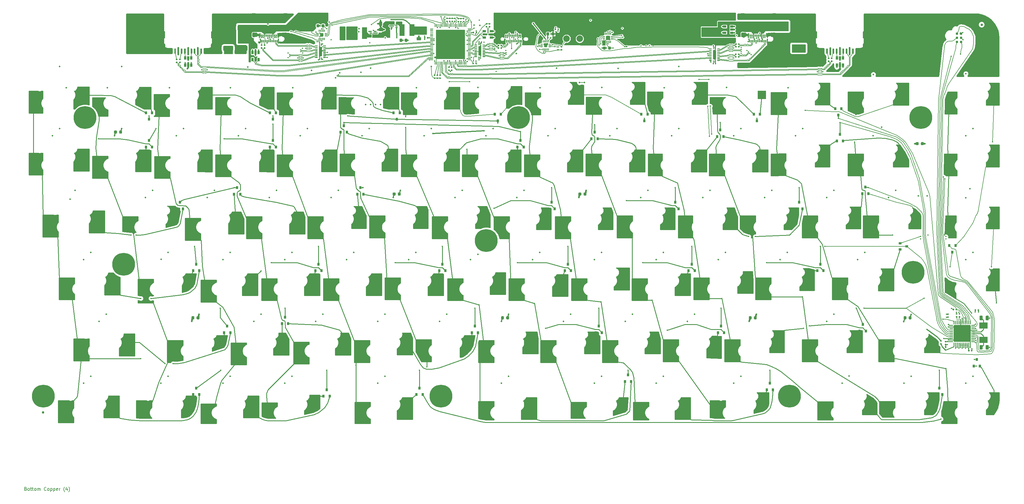
<source format=gbr>
G04 #@! TF.GenerationSoftware,KiCad,Pcbnew,5.1.9+dfsg1-1*
G04 #@! TF.CreationDate,2021-05-27T11:39:34-06:00*
G04 #@! TF.ProjectId,launch,6c61756e-6368-42e6-9b69-6361645f7063,rev?*
G04 #@! TF.SameCoordinates,Original*
G04 #@! TF.FileFunction,Copper,L4,Bot*
G04 #@! TF.FilePolarity,Positive*
%FSLAX46Y46*%
G04 Gerber Fmt 4.6, Leading zero omitted, Abs format (unit mm)*
G04 Created by KiCad (PCBNEW 5.1.9+dfsg1-1) date 2021-05-27 11:39:34*
%MOMM*%
%LPD*%
G01*
G04 APERTURE LIST*
G04 #@! TA.AperFunction,NonConductor*
%ADD10C,0.150000*%
G04 #@! TD*
G04 #@! TA.AperFunction,ComponentPad*
%ADD11O,0.800000X1.400000*%
G04 #@! TD*
G04 #@! TA.AperFunction,SMDPad,CuDef*
%ADD12R,0.300000X0.700000*%
G04 #@! TD*
G04 #@! TA.AperFunction,SMDPad,CuDef*
%ADD13R,2.550000X2.500000*%
G04 #@! TD*
G04 #@! TA.AperFunction,ComponentPad*
%ADD14C,7.000000*%
G04 #@! TD*
G04 #@! TA.AperFunction,ConnectorPad*
%ADD15C,0.787400*%
G04 #@! TD*
G04 #@! TA.AperFunction,ComponentPad*
%ADD16C,2.000000*%
G04 #@! TD*
G04 #@! TA.AperFunction,SMDPad,CuDef*
%ADD17R,0.800000X0.900000*%
G04 #@! TD*
G04 #@! TA.AperFunction,SMDPad,CuDef*
%ADD18R,0.900000X0.800000*%
G04 #@! TD*
G04 #@! TA.AperFunction,SMDPad,CuDef*
%ADD19R,1.500000X3.600000*%
G04 #@! TD*
G04 #@! TA.AperFunction,SMDPad,CuDef*
%ADD20R,0.650000X1.060000*%
G04 #@! TD*
G04 #@! TA.AperFunction,SMDPad,CuDef*
%ADD21C,0.750000*%
G04 #@! TD*
G04 #@! TA.AperFunction,SMDPad,CuDef*
%ADD22R,1.060000X0.650000*%
G04 #@! TD*
G04 #@! TA.AperFunction,SMDPad,CuDef*
%ADD23R,2.500000X1.900000*%
G04 #@! TD*
G04 #@! TA.AperFunction,ViaPad*
%ADD24C,0.500000*%
G04 #@! TD*
G04 #@! TA.AperFunction,ViaPad*
%ADD25C,0.400000*%
G04 #@! TD*
G04 #@! TA.AperFunction,Conductor*
%ADD26C,0.150000*%
G04 #@! TD*
G04 #@! TA.AperFunction,Conductor*
%ADD27C,0.250000*%
G04 #@! TD*
G04 #@! TA.AperFunction,Conductor*
%ADD28C,0.300000*%
G04 #@! TD*
G04 #@! TA.AperFunction,Conductor*
%ADD29C,0.200000*%
G04 #@! TD*
G04 #@! TA.AperFunction,Conductor*
%ADD30C,0.500000*%
G04 #@! TD*
G04 #@! TA.AperFunction,Conductor*
%ADD31C,0.400000*%
G04 #@! TD*
G04 #@! TA.AperFunction,Conductor*
%ADD32C,0.137000*%
G04 #@! TD*
G04 #@! TA.AperFunction,Conductor*
%ADD33C,0.180086*%
G04 #@! TD*
G04 #@! TA.AperFunction,Conductor*
%ADD34C,0.100000*%
G04 #@! TD*
G04 #@! TA.AperFunction,Conductor*
%ADD35C,0.254000*%
G04 #@! TD*
G04 APERTURE END LIST*
D10*
X668928Y-133428571D02*
X811785Y-133476190D01*
X859404Y-133523809D01*
X907023Y-133619047D01*
X907023Y-133761904D01*
X859404Y-133857142D01*
X811785Y-133904761D01*
X716547Y-133952380D01*
X335595Y-133952380D01*
X335595Y-132952380D01*
X668928Y-132952380D01*
X764166Y-133000000D01*
X811785Y-133047619D01*
X859404Y-133142857D01*
X859404Y-133238095D01*
X811785Y-133333333D01*
X764166Y-133380952D01*
X668928Y-133428571D01*
X335595Y-133428571D01*
X1478452Y-133952380D02*
X1383214Y-133904761D01*
X1335595Y-133857142D01*
X1287976Y-133761904D01*
X1287976Y-133476190D01*
X1335595Y-133380952D01*
X1383214Y-133333333D01*
X1478452Y-133285714D01*
X1621309Y-133285714D01*
X1716547Y-133333333D01*
X1764166Y-133380952D01*
X1811785Y-133476190D01*
X1811785Y-133761904D01*
X1764166Y-133857142D01*
X1716547Y-133904761D01*
X1621309Y-133952380D01*
X1478452Y-133952380D01*
X2097499Y-133285714D02*
X2478452Y-133285714D01*
X2240357Y-132952380D02*
X2240357Y-133809523D01*
X2287976Y-133904761D01*
X2383214Y-133952380D01*
X2478452Y-133952380D01*
X2668928Y-133285714D02*
X3049880Y-133285714D01*
X2811785Y-132952380D02*
X2811785Y-133809523D01*
X2859404Y-133904761D01*
X2954642Y-133952380D01*
X3049880Y-133952380D01*
X3526071Y-133952380D02*
X3430833Y-133904761D01*
X3383214Y-133857142D01*
X3335595Y-133761904D01*
X3335595Y-133476190D01*
X3383214Y-133380952D01*
X3430833Y-133333333D01*
X3526071Y-133285714D01*
X3668928Y-133285714D01*
X3764166Y-133333333D01*
X3811785Y-133380952D01*
X3859404Y-133476190D01*
X3859404Y-133761904D01*
X3811785Y-133857142D01*
X3764166Y-133904761D01*
X3668928Y-133952380D01*
X3526071Y-133952380D01*
X4287976Y-133952380D02*
X4287976Y-133285714D01*
X4287976Y-133380952D02*
X4335595Y-133333333D01*
X4430833Y-133285714D01*
X4573690Y-133285714D01*
X4668928Y-133333333D01*
X4716547Y-133428571D01*
X4716547Y-133952380D01*
X4716547Y-133428571D02*
X4764166Y-133333333D01*
X4859404Y-133285714D01*
X5002261Y-133285714D01*
X5097499Y-133333333D01*
X5145119Y-133428571D01*
X5145119Y-133952380D01*
X6954642Y-133857142D02*
X6907023Y-133904761D01*
X6764166Y-133952380D01*
X6668928Y-133952380D01*
X6526071Y-133904761D01*
X6430833Y-133809523D01*
X6383214Y-133714285D01*
X6335595Y-133523809D01*
X6335595Y-133380952D01*
X6383214Y-133190476D01*
X6430833Y-133095238D01*
X6526071Y-133000000D01*
X6668928Y-132952380D01*
X6764166Y-132952380D01*
X6907023Y-133000000D01*
X6954642Y-133047619D01*
X7526071Y-133952380D02*
X7430833Y-133904761D01*
X7383214Y-133857142D01*
X7335595Y-133761904D01*
X7335595Y-133476190D01*
X7383214Y-133380952D01*
X7430833Y-133333333D01*
X7526071Y-133285714D01*
X7668928Y-133285714D01*
X7764166Y-133333333D01*
X7811785Y-133380952D01*
X7859404Y-133476190D01*
X7859404Y-133761904D01*
X7811785Y-133857142D01*
X7764166Y-133904761D01*
X7668928Y-133952380D01*
X7526071Y-133952380D01*
X8287976Y-133285714D02*
X8287976Y-134285714D01*
X8287976Y-133333333D02*
X8383214Y-133285714D01*
X8573690Y-133285714D01*
X8668928Y-133333333D01*
X8716547Y-133380952D01*
X8764166Y-133476190D01*
X8764166Y-133761904D01*
X8716547Y-133857142D01*
X8668928Y-133904761D01*
X8573690Y-133952380D01*
X8383214Y-133952380D01*
X8287976Y-133904761D01*
X9192738Y-133285714D02*
X9192738Y-134285714D01*
X9192738Y-133333333D02*
X9287976Y-133285714D01*
X9478452Y-133285714D01*
X9573690Y-133333333D01*
X9621309Y-133380952D01*
X9668928Y-133476190D01*
X9668928Y-133761904D01*
X9621309Y-133857142D01*
X9573690Y-133904761D01*
X9478452Y-133952380D01*
X9287976Y-133952380D01*
X9192738Y-133904761D01*
X10478452Y-133904761D02*
X10383214Y-133952380D01*
X10192738Y-133952380D01*
X10097500Y-133904761D01*
X10049880Y-133809523D01*
X10049880Y-133428571D01*
X10097500Y-133333333D01*
X10192738Y-133285714D01*
X10383214Y-133285714D01*
X10478452Y-133333333D01*
X10526071Y-133428571D01*
X10526071Y-133523809D01*
X10049880Y-133619047D01*
X10954642Y-133952380D02*
X10954642Y-133285714D01*
X10954642Y-133476190D02*
X11002261Y-133380952D01*
X11049880Y-133333333D01*
X11145119Y-133285714D01*
X11240357Y-133285714D01*
X12621309Y-134333333D02*
X12573690Y-134285714D01*
X12478452Y-134142857D01*
X12430833Y-134047619D01*
X12383214Y-133904761D01*
X12335595Y-133666666D01*
X12335595Y-133476190D01*
X12383214Y-133238095D01*
X12430833Y-133095238D01*
X12478452Y-133000000D01*
X12573690Y-132857142D01*
X12621309Y-132809523D01*
X13430833Y-133285714D02*
X13430833Y-133952380D01*
X13192738Y-132904761D02*
X12954642Y-133619047D01*
X13573690Y-133619047D01*
X13859404Y-134333333D02*
X13907023Y-134285714D01*
X14002261Y-134142857D01*
X14049880Y-134047619D01*
X14097499Y-133904761D01*
X14145119Y-133666666D01*
X14145119Y-133476190D01*
X14097499Y-133238095D01*
X14049880Y-133095238D01*
X14002261Y-133000000D01*
X13907023Y-132857142D01*
X13859404Y-132809523D01*
G04 #@! TA.AperFunction,SMDPad,CuDef*
G36*
G01*
X130400000Y-4750000D02*
X130700000Y-4750000D01*
G75*
G02*
X130800000Y-4850000I0J-100000D01*
G01*
X130800000Y-5050000D01*
G75*
G02*
X130700000Y-5150000I-100000J0D01*
G01*
X130400000Y-5150000D01*
G75*
G02*
X130300000Y-5050000I0J100000D01*
G01*
X130300000Y-4850000D01*
G75*
G02*
X130400000Y-4750000I100000J0D01*
G01*
G37*
G04 #@! TD.AperFunction*
G04 #@! TA.AperFunction,SMDPad,CuDef*
G36*
G01*
X130400000Y-3850000D02*
X130700000Y-3850000D01*
G75*
G02*
X130800000Y-3950000I0J-100000D01*
G01*
X130800000Y-4150000D01*
G75*
G02*
X130700000Y-4250000I-100000J0D01*
G01*
X130400000Y-4250000D01*
G75*
G02*
X130300000Y-4150000I0J100000D01*
G01*
X130300000Y-3950000D01*
G75*
G02*
X130400000Y-3850000I100000J0D01*
G01*
G37*
G04 #@! TD.AperFunction*
G04 #@! TA.AperFunction,SMDPad,CuDef*
G36*
G01*
X131200000Y-4750000D02*
X131500000Y-4750000D01*
G75*
G02*
X131600000Y-4850000I0J-100000D01*
G01*
X131600000Y-5050000D01*
G75*
G02*
X131500000Y-5150000I-100000J0D01*
G01*
X131200000Y-5150000D01*
G75*
G02*
X131100000Y-5050000I0J100000D01*
G01*
X131100000Y-4850000D01*
G75*
G02*
X131200000Y-4750000I100000J0D01*
G01*
G37*
G04 #@! TD.AperFunction*
G04 #@! TA.AperFunction,SMDPad,CuDef*
G36*
G01*
X131200000Y-3850000D02*
X131500000Y-3850000D01*
G75*
G02*
X131600000Y-3950000I0J-100000D01*
G01*
X131600000Y-4150000D01*
G75*
G02*
X131500000Y-4250000I-100000J0D01*
G01*
X131200000Y-4250000D01*
G75*
G02*
X131100000Y-4150000I0J100000D01*
G01*
X131100000Y-3950000D01*
G75*
G02*
X131200000Y-3850000I100000J0D01*
G01*
G37*
G04 #@! TD.AperFunction*
G04 #@! TA.AperFunction,SMDPad,CuDef*
G36*
G01*
X142850000Y8600000D02*
X143150000Y8600000D01*
G75*
G02*
X143250000Y8500000I0J-100000D01*
G01*
X143250000Y8300000D01*
G75*
G02*
X143150000Y8200000I-100000J0D01*
G01*
X142850000Y8200000D01*
G75*
G02*
X142750000Y8300000I0J100000D01*
G01*
X142750000Y8500000D01*
G75*
G02*
X142850000Y8600000I100000J0D01*
G01*
G37*
G04 #@! TD.AperFunction*
G04 #@! TA.AperFunction,SMDPad,CuDef*
G36*
G01*
X142850000Y9500000D02*
X143150000Y9500000D01*
G75*
G02*
X143250000Y9400000I0J-100000D01*
G01*
X143250000Y9200000D01*
G75*
G02*
X143150000Y9100000I-100000J0D01*
G01*
X142850000Y9100000D01*
G75*
G02*
X142750000Y9200000I0J100000D01*
G01*
X142750000Y9400000D01*
G75*
G02*
X142850000Y9500000I100000J0D01*
G01*
G37*
G04 #@! TD.AperFunction*
G04 #@! TA.AperFunction,SMDPad,CuDef*
G36*
G01*
X142200000Y9100000D02*
X141900000Y9100000D01*
G75*
G02*
X141800000Y9200000I0J100000D01*
G01*
X141800000Y9400000D01*
G75*
G02*
X141900000Y9500000I100000J0D01*
G01*
X142200000Y9500000D01*
G75*
G02*
X142300000Y9400000I0J-100000D01*
G01*
X142300000Y9200000D01*
G75*
G02*
X142200000Y9100000I-100000J0D01*
G01*
G37*
G04 #@! TD.AperFunction*
G04 #@! TA.AperFunction,SMDPad,CuDef*
G36*
G01*
X142200000Y8200000D02*
X141900000Y8200000D01*
G75*
G02*
X141800000Y8300000I0J100000D01*
G01*
X141800000Y8500000D01*
G75*
G02*
X141900000Y8600000I100000J0D01*
G01*
X142200000Y8600000D01*
G75*
G02*
X142300000Y8500000I0J-100000D01*
G01*
X142300000Y8300000D01*
G75*
G02*
X142200000Y8200000I-100000J0D01*
G01*
G37*
G04 #@! TD.AperFunction*
G04 #@! TA.AperFunction,SMDPad,CuDef*
G36*
G01*
X70000000Y11400000D02*
X70000000Y12300000D01*
G75*
G02*
X70250000Y12550000I250000J0D01*
G01*
X70750000Y12550000D01*
G75*
G02*
X71000000Y12300000I0J-250000D01*
G01*
X71000000Y11400000D01*
G75*
G02*
X70750000Y11150000I-250000J0D01*
G01*
X70250000Y11150000D01*
G75*
G02*
X70000000Y11400000I0J250000D01*
G01*
G37*
G04 #@! TD.AperFunction*
G04 #@! TA.AperFunction,SMDPad,CuDef*
G36*
G01*
X80000000Y11400000D02*
X80000000Y12300000D01*
G75*
G02*
X80250000Y12550000I250000J0D01*
G01*
X80750000Y12550000D01*
G75*
G02*
X81000000Y12300000I0J-250000D01*
G01*
X81000000Y11400000D01*
G75*
G02*
X80750000Y11150000I-250000J0D01*
G01*
X80250000Y11150000D01*
G75*
G02*
X80000000Y11400000I0J250000D01*
G01*
G37*
G04 #@! TD.AperFunction*
G04 #@! TA.AperFunction,SMDPad,CuDef*
G36*
G01*
X79800000Y5450000D02*
X79800000Y6350000D01*
G75*
G02*
X80050000Y6600000I250000J0D01*
G01*
X80550000Y6600000D01*
G75*
G02*
X80800000Y6350000I0J-250000D01*
G01*
X80800000Y5450000D01*
G75*
G02*
X80550000Y5200000I-250000J0D01*
G01*
X80050000Y5200000D01*
G75*
G02*
X79800000Y5450000I0J250000D01*
G01*
G37*
G04 #@! TD.AperFunction*
G04 #@! TA.AperFunction,SMDPad,CuDef*
G36*
G01*
X70200000Y5450000D02*
X70200000Y6350000D01*
G75*
G02*
X70450000Y6600000I250000J0D01*
G01*
X70950000Y6600000D01*
G75*
G02*
X71200000Y6350000I0J-250000D01*
G01*
X71200000Y5450000D01*
G75*
G02*
X70950000Y5200000I-250000J0D01*
G01*
X70450000Y5200000D01*
G75*
G02*
X70200000Y5450000I0J250000D01*
G01*
G37*
G04 #@! TD.AperFunction*
D11*
X71370000Y5890000D03*
D12*
X72750000Y3980000D03*
X73250000Y3980000D03*
X73750000Y3980000D03*
X74250000Y3980000D03*
X74750000Y3980000D03*
X75250000Y3980000D03*
X75750000Y3980000D03*
X78250000Y3980000D03*
X77250000Y3980000D03*
X76750000Y3980000D03*
X76250000Y3980000D03*
X77750000Y3980000D03*
X78000000Y5680000D03*
D11*
X79630000Y5890000D03*
X79990000Y11840000D03*
X71010000Y11840000D03*
D12*
X77500000Y5680000D03*
X77000000Y5680000D03*
X76500000Y5680000D03*
X76000000Y5680000D03*
X75500000Y5680000D03*
X75000000Y5680000D03*
X74500000Y5680000D03*
X74000000Y5680000D03*
X73500000Y5680000D03*
X73000000Y5680000D03*
X72500000Y5680000D03*
G04 #@! TA.AperFunction,SMDPad,CuDef*
G36*
G01*
X220000000Y11400000D02*
X220000000Y12300000D01*
G75*
G02*
X220250000Y12550000I250000J0D01*
G01*
X220750000Y12550000D01*
G75*
G02*
X221000000Y12300000I0J-250000D01*
G01*
X221000000Y11400000D01*
G75*
G02*
X220750000Y11150000I-250000J0D01*
G01*
X220250000Y11150000D01*
G75*
G02*
X220000000Y11400000I0J250000D01*
G01*
G37*
G04 #@! TD.AperFunction*
G04 #@! TA.AperFunction,SMDPad,CuDef*
G36*
G01*
X230000000Y11400000D02*
X230000000Y12300000D01*
G75*
G02*
X230250000Y12550000I250000J0D01*
G01*
X230750000Y12550000D01*
G75*
G02*
X231000000Y12300000I0J-250000D01*
G01*
X231000000Y11400000D01*
G75*
G02*
X230750000Y11150000I-250000J0D01*
G01*
X230250000Y11150000D01*
G75*
G02*
X230000000Y11400000I0J250000D01*
G01*
G37*
G04 #@! TD.AperFunction*
G04 #@! TA.AperFunction,SMDPad,CuDef*
G36*
G01*
X229800000Y5450000D02*
X229800000Y6350000D01*
G75*
G02*
X230050000Y6600000I250000J0D01*
G01*
X230550000Y6600000D01*
G75*
G02*
X230800000Y6350000I0J-250000D01*
G01*
X230800000Y5450000D01*
G75*
G02*
X230550000Y5200000I-250000J0D01*
G01*
X230050000Y5200000D01*
G75*
G02*
X229800000Y5450000I0J250000D01*
G01*
G37*
G04 #@! TD.AperFunction*
G04 #@! TA.AperFunction,SMDPad,CuDef*
G36*
G01*
X220200000Y5450000D02*
X220200000Y6350000D01*
G75*
G02*
X220450000Y6600000I250000J0D01*
G01*
X220950000Y6600000D01*
G75*
G02*
X221200000Y6350000I0J-250000D01*
G01*
X221200000Y5450000D01*
G75*
G02*
X220950000Y5200000I-250000J0D01*
G01*
X220450000Y5200000D01*
G75*
G02*
X220200000Y5450000I0J250000D01*
G01*
G37*
G04 #@! TD.AperFunction*
D11*
X221370000Y5890000D03*
D12*
X222750000Y3980000D03*
X223250000Y3980000D03*
X223750000Y3980000D03*
X224250000Y3980000D03*
X224750000Y3980000D03*
X225250000Y3980000D03*
X225750000Y3980000D03*
X228250000Y3980000D03*
X227250000Y3980000D03*
X226750000Y3980000D03*
X226250000Y3980000D03*
X227750000Y3980000D03*
X228000000Y5680000D03*
D11*
X229630000Y5890000D03*
X229990000Y11840000D03*
X221010000Y11840000D03*
D12*
X227500000Y5680000D03*
X227000000Y5680000D03*
X226500000Y5680000D03*
X226000000Y5680000D03*
X225500000Y5680000D03*
X225000000Y5680000D03*
X224500000Y5680000D03*
X224000000Y5680000D03*
X223500000Y5680000D03*
X223000000Y5680000D03*
X222500000Y5680000D03*
G04 #@! TA.AperFunction,SMDPad,CuDef*
G36*
G01*
X145000000Y11400000D02*
X145000000Y12300000D01*
G75*
G02*
X145250000Y12550000I250000J0D01*
G01*
X145750000Y12550000D01*
G75*
G02*
X146000000Y12300000I0J-250000D01*
G01*
X146000000Y11400000D01*
G75*
G02*
X145750000Y11150000I-250000J0D01*
G01*
X145250000Y11150000D01*
G75*
G02*
X145000000Y11400000I0J250000D01*
G01*
G37*
G04 #@! TD.AperFunction*
G04 #@! TA.AperFunction,SMDPad,CuDef*
G36*
G01*
X155000000Y11400000D02*
X155000000Y12300000D01*
G75*
G02*
X155250000Y12550000I250000J0D01*
G01*
X155750000Y12550000D01*
G75*
G02*
X156000000Y12300000I0J-250000D01*
G01*
X156000000Y11400000D01*
G75*
G02*
X155750000Y11150000I-250000J0D01*
G01*
X155250000Y11150000D01*
G75*
G02*
X155000000Y11400000I0J250000D01*
G01*
G37*
G04 #@! TD.AperFunction*
G04 #@! TA.AperFunction,SMDPad,CuDef*
G36*
G01*
X154800000Y5450000D02*
X154800000Y6350000D01*
G75*
G02*
X155050000Y6600000I250000J0D01*
G01*
X155550000Y6600000D01*
G75*
G02*
X155800000Y6350000I0J-250000D01*
G01*
X155800000Y5450000D01*
G75*
G02*
X155550000Y5200000I-250000J0D01*
G01*
X155050000Y5200000D01*
G75*
G02*
X154800000Y5450000I0J250000D01*
G01*
G37*
G04 #@! TD.AperFunction*
G04 #@! TA.AperFunction,SMDPad,CuDef*
G36*
G01*
X145200000Y5450000D02*
X145200000Y6350000D01*
G75*
G02*
X145450000Y6600000I250000J0D01*
G01*
X145950000Y6600000D01*
G75*
G02*
X146200000Y6350000I0J-250000D01*
G01*
X146200000Y5450000D01*
G75*
G02*
X145950000Y5200000I-250000J0D01*
G01*
X145450000Y5200000D01*
G75*
G02*
X145200000Y5450000I0J250000D01*
G01*
G37*
G04 #@! TD.AperFunction*
D11*
X146370000Y5890000D03*
D12*
X147750000Y3980000D03*
X148250000Y3980000D03*
X148750000Y3980000D03*
X149250000Y3980000D03*
X149750000Y3980000D03*
X150250000Y3980000D03*
X150750000Y3980000D03*
X153250000Y3980000D03*
X152250000Y3980000D03*
X151750000Y3980000D03*
X151250000Y3980000D03*
X152750000Y3980000D03*
X153000000Y5680000D03*
D11*
X154630000Y5890000D03*
X154990000Y11840000D03*
X146010000Y11840000D03*
D12*
X152500000Y5680000D03*
X152000000Y5680000D03*
X151500000Y5680000D03*
X151000000Y5680000D03*
X150500000Y5680000D03*
X150000000Y5680000D03*
X149500000Y5680000D03*
X149000000Y5680000D03*
X148500000Y5680000D03*
X148000000Y5680000D03*
X147500000Y5680000D03*
D13*
X174710000Y-34080000D03*
X188560000Y-31540000D03*
X169960000Y-72080000D03*
X183810000Y-69540000D03*
X155710000Y-34080000D03*
X169560000Y-31540000D03*
X22710000Y-34080000D03*
X36560000Y-31540000D03*
X212710000Y-15080000D03*
X226560000Y-12540000D03*
X3710000Y-15080000D03*
X17560000Y-12540000D03*
X46460000Y-91080000D03*
X60310000Y-88540000D03*
X260210000Y-53080000D03*
X274060000Y-50540000D03*
X60710000Y-15080000D03*
X74560000Y-12540000D03*
X17960000Y-91080000D03*
X31810000Y-88540000D03*
X70210000Y-53080000D03*
X84060000Y-50540000D03*
X255460000Y-15080000D03*
X269310000Y-12540000D03*
X41710000Y-15080000D03*
X55560000Y-12540000D03*
X117710000Y-15080000D03*
X131560000Y-12540000D03*
X231710000Y-34080000D03*
X245560000Y-31540000D03*
X103460000Y-91080000D03*
X117310000Y-88540000D03*
X51210000Y-53080000D03*
X65060000Y-50540000D03*
X55960000Y-72080000D03*
X69810000Y-69540000D03*
X74960000Y-110080000D03*
X88810000Y-107540000D03*
X212710000Y-110080000D03*
X226560000Y-107540000D03*
X188960000Y-110080000D03*
X202810000Y-107540000D03*
X207960000Y-72080000D03*
X221810000Y-69540000D03*
X245960000Y-110080000D03*
X259810000Y-107540000D03*
X36960000Y-72080000D03*
X50810000Y-69540000D03*
X8460000Y-53080000D03*
X22310000Y-50540000D03*
X283960000Y-15080000D03*
X297810000Y-12540000D03*
X283960000Y-72080000D03*
X297810000Y-69540000D03*
X3710000Y-34080000D03*
X17560000Y-31540000D03*
X98710000Y-15080000D03*
X112560000Y-12540000D03*
X79710000Y-15080000D03*
X93560000Y-12540000D03*
X283960000Y-110080000D03*
X297810000Y-107540000D03*
X264960000Y-110080000D03*
X278810000Y-107540000D03*
X169960000Y-110080000D03*
X183810000Y-107540000D03*
X141460000Y-110080000D03*
X155310000Y-107540000D03*
X103460000Y-110080000D03*
X117310000Y-107540000D03*
X55960000Y-110080000D03*
X69810000Y-107540000D03*
X36960000Y-110080000D03*
X50810000Y-107540000D03*
X13210000Y-110080000D03*
X27060000Y-107540000D03*
X264960000Y-91080000D03*
X278810000Y-88540000D03*
X241210000Y-91080000D03*
X255060000Y-88540000D03*
X217460000Y-91080000D03*
X231310000Y-88540000D03*
X198460000Y-91080000D03*
X212310000Y-88540000D03*
X179460000Y-91080000D03*
X193310000Y-88540000D03*
X160460000Y-91080000D03*
X174310000Y-88540000D03*
X141460000Y-91080000D03*
X155310000Y-88540000D03*
X84460000Y-91080000D03*
X98310000Y-88540000D03*
X65460000Y-91080000D03*
X79310000Y-88540000D03*
X250710000Y-72080000D03*
X264560000Y-69540000D03*
X226960000Y-72080000D03*
X240810000Y-69540000D03*
X188960000Y-72080000D03*
X202810000Y-69540000D03*
X150960000Y-72080000D03*
X164810000Y-69540000D03*
X136710000Y-15080000D03*
X150560000Y-12540000D03*
X174710000Y-15080000D03*
X188560000Y-12540000D03*
X131960000Y-72080000D03*
X145810000Y-69540000D03*
X112960000Y-72080000D03*
X126810000Y-69540000D03*
X93960000Y-72080000D03*
X107810000Y-69540000D03*
X74960000Y-72080000D03*
X88810000Y-69540000D03*
X13210000Y-72080000D03*
X27060000Y-69540000D03*
X283960000Y-53080000D03*
X297810000Y-50540000D03*
X241210000Y-53080000D03*
X255060000Y-50540000D03*
X222210000Y-53080000D03*
X236060000Y-50540000D03*
X203210000Y-53080000D03*
X217060000Y-50540000D03*
X184210000Y-53080000D03*
X198060000Y-50540000D03*
X165210000Y-53080000D03*
X179060000Y-50540000D03*
X146210000Y-53080000D03*
X160060000Y-50540000D03*
X127210000Y-53080000D03*
X141060000Y-50540000D03*
X108210000Y-53080000D03*
X122060000Y-50540000D03*
X89210000Y-53080000D03*
X103060000Y-50540000D03*
X122460000Y-91080000D03*
X136310000Y-88540000D03*
X32210000Y-53080000D03*
X46060000Y-50540000D03*
X283960000Y-34080000D03*
X297810000Y-31540000D03*
X255460000Y-34080000D03*
X269310000Y-31540000D03*
X212710000Y-34080000D03*
X226560000Y-31540000D03*
X193710000Y-34080000D03*
X207560000Y-31540000D03*
X136710000Y-34080000D03*
X150560000Y-31540000D03*
X117710000Y-34080000D03*
X131560000Y-31540000D03*
X98710000Y-34080000D03*
X112560000Y-31540000D03*
X79710000Y-34080000D03*
X93560000Y-31540000D03*
X60710000Y-34080000D03*
X74560000Y-31540000D03*
X41710000Y-34080000D03*
X55560000Y-31540000D03*
X193710000Y-15080000D03*
X207560000Y-12540000D03*
X231710000Y-15080000D03*
X245560000Y-12540000D03*
X155710000Y-15080000D03*
X169560000Y-12540000D03*
X22710000Y-15080000D03*
X36560000Y-12540000D03*
G04 #@! TA.AperFunction,SMDPad,CuDef*
G36*
G01*
X87550000Y700000D02*
X87550000Y800000D01*
G75*
G02*
X87600000Y850000I50000J0D01*
G01*
X87975000Y850000D01*
G75*
G02*
X88025000Y800000I0J-50000D01*
G01*
X88025000Y700000D01*
G75*
G02*
X87975000Y650000I-50000J0D01*
G01*
X87600000Y650000D01*
G75*
G02*
X87550000Y700000I0J50000D01*
G01*
G37*
G04 #@! TD.AperFunction*
G04 #@! TA.AperFunction,SMDPad,CuDef*
G36*
G01*
X87550000Y1200000D02*
X87550000Y1300000D01*
G75*
G02*
X87600000Y1350000I50000J0D01*
G01*
X87975000Y1350000D01*
G75*
G02*
X88025000Y1300000I0J-50000D01*
G01*
X88025000Y1200000D01*
G75*
G02*
X87975000Y1150000I-50000J0D01*
G01*
X87600000Y1150000D01*
G75*
G02*
X87550000Y1200000I0J50000D01*
G01*
G37*
G04 #@! TD.AperFunction*
G04 #@! TA.AperFunction,SMDPad,CuDef*
G36*
G01*
X87550000Y1700000D02*
X87550000Y1800000D01*
G75*
G02*
X87600000Y1850000I50000J0D01*
G01*
X87975000Y1850000D01*
G75*
G02*
X88025000Y1800000I0J-50000D01*
G01*
X88025000Y1700000D01*
G75*
G02*
X87975000Y1650000I-50000J0D01*
G01*
X87600000Y1650000D01*
G75*
G02*
X87550000Y1700000I0J50000D01*
G01*
G37*
G04 #@! TD.AperFunction*
G04 #@! TA.AperFunction,SMDPad,CuDef*
G36*
G01*
X87550000Y2200000D02*
X87550000Y2300000D01*
G75*
G02*
X87600000Y2350000I50000J0D01*
G01*
X87975000Y2350000D01*
G75*
G02*
X88025000Y2300000I0J-50000D01*
G01*
X88025000Y2200000D01*
G75*
G02*
X87975000Y2150000I-50000J0D01*
G01*
X87600000Y2150000D01*
G75*
G02*
X87550000Y2200000I0J50000D01*
G01*
G37*
G04 #@! TD.AperFunction*
G04 #@! TA.AperFunction,SMDPad,CuDef*
G36*
G01*
X87550000Y2700000D02*
X87550000Y2800000D01*
G75*
G02*
X87600000Y2850000I50000J0D01*
G01*
X87975000Y2850000D01*
G75*
G02*
X88025000Y2800000I0J-50000D01*
G01*
X88025000Y2700000D01*
G75*
G02*
X87975000Y2650000I-50000J0D01*
G01*
X87600000Y2650000D01*
G75*
G02*
X87550000Y2700000I0J50000D01*
G01*
G37*
G04 #@! TD.AperFunction*
G04 #@! TA.AperFunction,SMDPad,CuDef*
G36*
G01*
X86775000Y2700000D02*
X86775000Y2800000D01*
G75*
G02*
X86825000Y2850000I50000J0D01*
G01*
X87200000Y2850000D01*
G75*
G02*
X87250000Y2800000I0J-50000D01*
G01*
X87250000Y2700000D01*
G75*
G02*
X87200000Y2650000I-50000J0D01*
G01*
X86825000Y2650000D01*
G75*
G02*
X86775000Y2700000I0J50000D01*
G01*
G37*
G04 #@! TD.AperFunction*
G04 #@! TA.AperFunction,SMDPad,CuDef*
G36*
G01*
X86775000Y2200000D02*
X86775000Y2300000D01*
G75*
G02*
X86825000Y2350000I50000J0D01*
G01*
X87200000Y2350000D01*
G75*
G02*
X87250000Y2300000I0J-50000D01*
G01*
X87250000Y2200000D01*
G75*
G02*
X87200000Y2150000I-50000J0D01*
G01*
X86825000Y2150000D01*
G75*
G02*
X86775000Y2200000I0J50000D01*
G01*
G37*
G04 #@! TD.AperFunction*
G04 #@! TA.AperFunction,SMDPad,CuDef*
G36*
G01*
X86775000Y1700000D02*
X86775000Y1800000D01*
G75*
G02*
X86825000Y1850000I50000J0D01*
G01*
X87200000Y1850000D01*
G75*
G02*
X87250000Y1800000I0J-50000D01*
G01*
X87250000Y1700000D01*
G75*
G02*
X87200000Y1650000I-50000J0D01*
G01*
X86825000Y1650000D01*
G75*
G02*
X86775000Y1700000I0J50000D01*
G01*
G37*
G04 #@! TD.AperFunction*
G04 #@! TA.AperFunction,SMDPad,CuDef*
G36*
G01*
X86775000Y1200000D02*
X86775000Y1300000D01*
G75*
G02*
X86825000Y1350000I50000J0D01*
G01*
X87200000Y1350000D01*
G75*
G02*
X87250000Y1300000I0J-50000D01*
G01*
X87250000Y1200000D01*
G75*
G02*
X87200000Y1150000I-50000J0D01*
G01*
X86825000Y1150000D01*
G75*
G02*
X86775000Y1200000I0J50000D01*
G01*
G37*
G04 #@! TD.AperFunction*
G04 #@! TA.AperFunction,SMDPad,CuDef*
G36*
G01*
X86775000Y700000D02*
X86775000Y800000D01*
G75*
G02*
X86825000Y850000I50000J0D01*
G01*
X87200000Y850000D01*
G75*
G02*
X87250000Y800000I0J-50000D01*
G01*
X87250000Y700000D01*
G75*
G02*
X87200000Y650000I-50000J0D01*
G01*
X86825000Y650000D01*
G75*
G02*
X86775000Y700000I0J50000D01*
G01*
G37*
G04 #@! TD.AperFunction*
G04 #@! TA.AperFunction,SMDPad,CuDef*
G36*
G01*
X84850000Y-100000D02*
X84850000Y-200000D01*
G75*
G02*
X84800000Y-250000I-50000J0D01*
G01*
X84425000Y-250000D01*
G75*
G02*
X84375000Y-200000I0J50000D01*
G01*
X84375000Y-100000D01*
G75*
G02*
X84425000Y-50000I50000J0D01*
G01*
X84800000Y-50000D01*
G75*
G02*
X84850000Y-100000I0J-50000D01*
G01*
G37*
G04 #@! TD.AperFunction*
G04 #@! TA.AperFunction,SMDPad,CuDef*
G36*
G01*
X84850000Y-600000D02*
X84850000Y-700000D01*
G75*
G02*
X84800000Y-750000I-50000J0D01*
G01*
X84425000Y-750000D01*
G75*
G02*
X84375000Y-700000I0J50000D01*
G01*
X84375000Y-600000D01*
G75*
G02*
X84425000Y-550000I50000J0D01*
G01*
X84800000Y-550000D01*
G75*
G02*
X84850000Y-600000I0J-50000D01*
G01*
G37*
G04 #@! TD.AperFunction*
G04 #@! TA.AperFunction,SMDPad,CuDef*
G36*
G01*
X84850000Y-1100000D02*
X84850000Y-1200000D01*
G75*
G02*
X84800000Y-1250000I-50000J0D01*
G01*
X84425000Y-1250000D01*
G75*
G02*
X84375000Y-1200000I0J50000D01*
G01*
X84375000Y-1100000D01*
G75*
G02*
X84425000Y-1050000I50000J0D01*
G01*
X84800000Y-1050000D01*
G75*
G02*
X84850000Y-1100000I0J-50000D01*
G01*
G37*
G04 #@! TD.AperFunction*
G04 #@! TA.AperFunction,SMDPad,CuDef*
G36*
G01*
X84850000Y-1600000D02*
X84850000Y-1700000D01*
G75*
G02*
X84800000Y-1750000I-50000J0D01*
G01*
X84425000Y-1750000D01*
G75*
G02*
X84375000Y-1700000I0J50000D01*
G01*
X84375000Y-1600000D01*
G75*
G02*
X84425000Y-1550000I50000J0D01*
G01*
X84800000Y-1550000D01*
G75*
G02*
X84850000Y-1600000I0J-50000D01*
G01*
G37*
G04 #@! TD.AperFunction*
G04 #@! TA.AperFunction,SMDPad,CuDef*
G36*
G01*
X84850000Y-2100000D02*
X84850000Y-2200000D01*
G75*
G02*
X84800000Y-2250000I-50000J0D01*
G01*
X84425000Y-2250000D01*
G75*
G02*
X84375000Y-2200000I0J50000D01*
G01*
X84375000Y-2100000D01*
G75*
G02*
X84425000Y-2050000I50000J0D01*
G01*
X84800000Y-2050000D01*
G75*
G02*
X84850000Y-2100000I0J-50000D01*
G01*
G37*
G04 #@! TD.AperFunction*
G04 #@! TA.AperFunction,SMDPad,CuDef*
G36*
G01*
X85625000Y-2100000D02*
X85625000Y-2200000D01*
G75*
G02*
X85575000Y-2250000I-50000J0D01*
G01*
X85200000Y-2250000D01*
G75*
G02*
X85150000Y-2200000I0J50000D01*
G01*
X85150000Y-2100000D01*
G75*
G02*
X85200000Y-2050000I50000J0D01*
G01*
X85575000Y-2050000D01*
G75*
G02*
X85625000Y-2100000I0J-50000D01*
G01*
G37*
G04 #@! TD.AperFunction*
G04 #@! TA.AperFunction,SMDPad,CuDef*
G36*
G01*
X85625000Y-1600000D02*
X85625000Y-1700000D01*
G75*
G02*
X85575000Y-1750000I-50000J0D01*
G01*
X85200000Y-1750000D01*
G75*
G02*
X85150000Y-1700000I0J50000D01*
G01*
X85150000Y-1600000D01*
G75*
G02*
X85200000Y-1550000I50000J0D01*
G01*
X85575000Y-1550000D01*
G75*
G02*
X85625000Y-1600000I0J-50000D01*
G01*
G37*
G04 #@! TD.AperFunction*
G04 #@! TA.AperFunction,SMDPad,CuDef*
G36*
G01*
X85625000Y-1100000D02*
X85625000Y-1200000D01*
G75*
G02*
X85575000Y-1250000I-50000J0D01*
G01*
X85200000Y-1250000D01*
G75*
G02*
X85150000Y-1200000I0J50000D01*
G01*
X85150000Y-1100000D01*
G75*
G02*
X85200000Y-1050000I50000J0D01*
G01*
X85575000Y-1050000D01*
G75*
G02*
X85625000Y-1100000I0J-50000D01*
G01*
G37*
G04 #@! TD.AperFunction*
G04 #@! TA.AperFunction,SMDPad,CuDef*
G36*
G01*
X85625000Y-600000D02*
X85625000Y-700000D01*
G75*
G02*
X85575000Y-750000I-50000J0D01*
G01*
X85200000Y-750000D01*
G75*
G02*
X85150000Y-700000I0J50000D01*
G01*
X85150000Y-600000D01*
G75*
G02*
X85200000Y-550000I50000J0D01*
G01*
X85575000Y-550000D01*
G75*
G02*
X85625000Y-600000I0J-50000D01*
G01*
G37*
G04 #@! TD.AperFunction*
G04 #@! TA.AperFunction,SMDPad,CuDef*
G36*
G01*
X85625000Y-100000D02*
X85625000Y-200000D01*
G75*
G02*
X85575000Y-250000I-50000J0D01*
G01*
X85200000Y-250000D01*
G75*
G02*
X85150000Y-200000I0J50000D01*
G01*
X85150000Y-100000D01*
G75*
G02*
X85200000Y-50000I50000J0D01*
G01*
X85575000Y-50000D01*
G75*
G02*
X85625000Y-100000I0J-50000D01*
G01*
G37*
G04 #@! TD.AperFunction*
G04 #@! TA.AperFunction,SMDPad,CuDef*
G36*
G01*
X55350000Y-3750000D02*
X55350000Y-3850000D01*
G75*
G02*
X55300000Y-3900000I-50000J0D01*
G01*
X54925000Y-3900000D01*
G75*
G02*
X54875000Y-3850000I0J50000D01*
G01*
X54875000Y-3750000D01*
G75*
G02*
X54925000Y-3700000I50000J0D01*
G01*
X55300000Y-3700000D01*
G75*
G02*
X55350000Y-3750000I0J-50000D01*
G01*
G37*
G04 #@! TD.AperFunction*
G04 #@! TA.AperFunction,SMDPad,CuDef*
G36*
G01*
X55350000Y-4250000D02*
X55350000Y-4350000D01*
G75*
G02*
X55300000Y-4400000I-50000J0D01*
G01*
X54925000Y-4400000D01*
G75*
G02*
X54875000Y-4350000I0J50000D01*
G01*
X54875000Y-4250000D01*
G75*
G02*
X54925000Y-4200000I50000J0D01*
G01*
X55300000Y-4200000D01*
G75*
G02*
X55350000Y-4250000I0J-50000D01*
G01*
G37*
G04 #@! TD.AperFunction*
G04 #@! TA.AperFunction,SMDPad,CuDef*
G36*
G01*
X55350000Y-4750000D02*
X55350000Y-4850000D01*
G75*
G02*
X55300000Y-4900000I-50000J0D01*
G01*
X54925000Y-4900000D01*
G75*
G02*
X54875000Y-4850000I0J50000D01*
G01*
X54875000Y-4750000D01*
G75*
G02*
X54925000Y-4700000I50000J0D01*
G01*
X55300000Y-4700000D01*
G75*
G02*
X55350000Y-4750000I0J-50000D01*
G01*
G37*
G04 #@! TD.AperFunction*
G04 #@! TA.AperFunction,SMDPad,CuDef*
G36*
G01*
X55350000Y-5250000D02*
X55350000Y-5350000D01*
G75*
G02*
X55300000Y-5400000I-50000J0D01*
G01*
X54925000Y-5400000D01*
G75*
G02*
X54875000Y-5350000I0J50000D01*
G01*
X54875000Y-5250000D01*
G75*
G02*
X54925000Y-5200000I50000J0D01*
G01*
X55300000Y-5200000D01*
G75*
G02*
X55350000Y-5250000I0J-50000D01*
G01*
G37*
G04 #@! TD.AperFunction*
G04 #@! TA.AperFunction,SMDPad,CuDef*
G36*
G01*
X55350000Y-5750000D02*
X55350000Y-5850000D01*
G75*
G02*
X55300000Y-5900000I-50000J0D01*
G01*
X54925000Y-5900000D01*
G75*
G02*
X54875000Y-5850000I0J50000D01*
G01*
X54875000Y-5750000D01*
G75*
G02*
X54925000Y-5700000I50000J0D01*
G01*
X55300000Y-5700000D01*
G75*
G02*
X55350000Y-5750000I0J-50000D01*
G01*
G37*
G04 #@! TD.AperFunction*
G04 #@! TA.AperFunction,SMDPad,CuDef*
G36*
G01*
X56125000Y-5750000D02*
X56125000Y-5850000D01*
G75*
G02*
X56075000Y-5900000I-50000J0D01*
G01*
X55700000Y-5900000D01*
G75*
G02*
X55650000Y-5850000I0J50000D01*
G01*
X55650000Y-5750000D01*
G75*
G02*
X55700000Y-5700000I50000J0D01*
G01*
X56075000Y-5700000D01*
G75*
G02*
X56125000Y-5750000I0J-50000D01*
G01*
G37*
G04 #@! TD.AperFunction*
G04 #@! TA.AperFunction,SMDPad,CuDef*
G36*
G01*
X56125000Y-5250000D02*
X56125000Y-5350000D01*
G75*
G02*
X56075000Y-5400000I-50000J0D01*
G01*
X55700000Y-5400000D01*
G75*
G02*
X55650000Y-5350000I0J50000D01*
G01*
X55650000Y-5250000D01*
G75*
G02*
X55700000Y-5200000I50000J0D01*
G01*
X56075000Y-5200000D01*
G75*
G02*
X56125000Y-5250000I0J-50000D01*
G01*
G37*
G04 #@! TD.AperFunction*
G04 #@! TA.AperFunction,SMDPad,CuDef*
G36*
G01*
X56125000Y-4750000D02*
X56125000Y-4850000D01*
G75*
G02*
X56075000Y-4900000I-50000J0D01*
G01*
X55700000Y-4900000D01*
G75*
G02*
X55650000Y-4850000I0J50000D01*
G01*
X55650000Y-4750000D01*
G75*
G02*
X55700000Y-4700000I50000J0D01*
G01*
X56075000Y-4700000D01*
G75*
G02*
X56125000Y-4750000I0J-50000D01*
G01*
G37*
G04 #@! TD.AperFunction*
G04 #@! TA.AperFunction,SMDPad,CuDef*
G36*
G01*
X56125000Y-4250000D02*
X56125000Y-4350000D01*
G75*
G02*
X56075000Y-4400000I-50000J0D01*
G01*
X55700000Y-4400000D01*
G75*
G02*
X55650000Y-4350000I0J50000D01*
G01*
X55650000Y-4250000D01*
G75*
G02*
X55700000Y-4200000I50000J0D01*
G01*
X56075000Y-4200000D01*
G75*
G02*
X56125000Y-4250000I0J-50000D01*
G01*
G37*
G04 #@! TD.AperFunction*
G04 #@! TA.AperFunction,SMDPad,CuDef*
G36*
G01*
X56125000Y-3750000D02*
X56125000Y-3850000D01*
G75*
G02*
X56075000Y-3900000I-50000J0D01*
G01*
X55700000Y-3900000D01*
G75*
G02*
X55650000Y-3850000I0J50000D01*
G01*
X55650000Y-3750000D01*
G75*
G02*
X55700000Y-3700000I50000J0D01*
G01*
X56075000Y-3700000D01*
G75*
G02*
X56125000Y-3750000I0J-50000D01*
G01*
G37*
G04 #@! TD.AperFunction*
G04 #@! TA.AperFunction,SMDPad,CuDef*
G36*
G01*
X216950000Y2950000D02*
X216950000Y2850000D01*
G75*
G02*
X216900000Y2800000I-50000J0D01*
G01*
X216525000Y2800000D01*
G75*
G02*
X216475000Y2850000I0J50000D01*
G01*
X216475000Y2950000D01*
G75*
G02*
X216525000Y3000000I50000J0D01*
G01*
X216900000Y3000000D01*
G75*
G02*
X216950000Y2950000I0J-50000D01*
G01*
G37*
G04 #@! TD.AperFunction*
G04 #@! TA.AperFunction,SMDPad,CuDef*
G36*
G01*
X216950000Y2450000D02*
X216950000Y2350000D01*
G75*
G02*
X216900000Y2300000I-50000J0D01*
G01*
X216525000Y2300000D01*
G75*
G02*
X216475000Y2350000I0J50000D01*
G01*
X216475000Y2450000D01*
G75*
G02*
X216525000Y2500000I50000J0D01*
G01*
X216900000Y2500000D01*
G75*
G02*
X216950000Y2450000I0J-50000D01*
G01*
G37*
G04 #@! TD.AperFunction*
G04 #@! TA.AperFunction,SMDPad,CuDef*
G36*
G01*
X216950000Y1950000D02*
X216950000Y1850000D01*
G75*
G02*
X216900000Y1800000I-50000J0D01*
G01*
X216525000Y1800000D01*
G75*
G02*
X216475000Y1850000I0J50000D01*
G01*
X216475000Y1950000D01*
G75*
G02*
X216525000Y2000000I50000J0D01*
G01*
X216900000Y2000000D01*
G75*
G02*
X216950000Y1950000I0J-50000D01*
G01*
G37*
G04 #@! TD.AperFunction*
G04 #@! TA.AperFunction,SMDPad,CuDef*
G36*
G01*
X216950000Y1450000D02*
X216950000Y1350000D01*
G75*
G02*
X216900000Y1300000I-50000J0D01*
G01*
X216525000Y1300000D01*
G75*
G02*
X216475000Y1350000I0J50000D01*
G01*
X216475000Y1450000D01*
G75*
G02*
X216525000Y1500000I50000J0D01*
G01*
X216900000Y1500000D01*
G75*
G02*
X216950000Y1450000I0J-50000D01*
G01*
G37*
G04 #@! TD.AperFunction*
G04 #@! TA.AperFunction,SMDPad,CuDef*
G36*
G01*
X216950000Y950000D02*
X216950000Y850000D01*
G75*
G02*
X216900000Y800000I-50000J0D01*
G01*
X216525000Y800000D01*
G75*
G02*
X216475000Y850000I0J50000D01*
G01*
X216475000Y950000D01*
G75*
G02*
X216525000Y1000000I50000J0D01*
G01*
X216900000Y1000000D01*
G75*
G02*
X216950000Y950000I0J-50000D01*
G01*
G37*
G04 #@! TD.AperFunction*
G04 #@! TA.AperFunction,SMDPad,CuDef*
G36*
G01*
X217725000Y950000D02*
X217725000Y850000D01*
G75*
G02*
X217675000Y800000I-50000J0D01*
G01*
X217300000Y800000D01*
G75*
G02*
X217250000Y850000I0J50000D01*
G01*
X217250000Y950000D01*
G75*
G02*
X217300000Y1000000I50000J0D01*
G01*
X217675000Y1000000D01*
G75*
G02*
X217725000Y950000I0J-50000D01*
G01*
G37*
G04 #@! TD.AperFunction*
G04 #@! TA.AperFunction,SMDPad,CuDef*
G36*
G01*
X217725000Y1450000D02*
X217725000Y1350000D01*
G75*
G02*
X217675000Y1300000I-50000J0D01*
G01*
X217300000Y1300000D01*
G75*
G02*
X217250000Y1350000I0J50000D01*
G01*
X217250000Y1450000D01*
G75*
G02*
X217300000Y1500000I50000J0D01*
G01*
X217675000Y1500000D01*
G75*
G02*
X217725000Y1450000I0J-50000D01*
G01*
G37*
G04 #@! TD.AperFunction*
G04 #@! TA.AperFunction,SMDPad,CuDef*
G36*
G01*
X217725000Y1950000D02*
X217725000Y1850000D01*
G75*
G02*
X217675000Y1800000I-50000J0D01*
G01*
X217300000Y1800000D01*
G75*
G02*
X217250000Y1850000I0J50000D01*
G01*
X217250000Y1950000D01*
G75*
G02*
X217300000Y2000000I50000J0D01*
G01*
X217675000Y2000000D01*
G75*
G02*
X217725000Y1950000I0J-50000D01*
G01*
G37*
G04 #@! TD.AperFunction*
G04 #@! TA.AperFunction,SMDPad,CuDef*
G36*
G01*
X217725000Y2450000D02*
X217725000Y2350000D01*
G75*
G02*
X217675000Y2300000I-50000J0D01*
G01*
X217300000Y2300000D01*
G75*
G02*
X217250000Y2350000I0J50000D01*
G01*
X217250000Y2450000D01*
G75*
G02*
X217300000Y2500000I50000J0D01*
G01*
X217675000Y2500000D01*
G75*
G02*
X217725000Y2450000I0J-50000D01*
G01*
G37*
G04 #@! TD.AperFunction*
G04 #@! TA.AperFunction,SMDPad,CuDef*
G36*
G01*
X217725000Y2950000D02*
X217725000Y2850000D01*
G75*
G02*
X217675000Y2800000I-50000J0D01*
G01*
X217300000Y2800000D01*
G75*
G02*
X217250000Y2850000I0J50000D01*
G01*
X217250000Y2950000D01*
G75*
G02*
X217300000Y3000000I50000J0D01*
G01*
X217675000Y3000000D01*
G75*
G02*
X217725000Y2950000I0J-50000D01*
G01*
G37*
G04 #@! TD.AperFunction*
G04 #@! TA.AperFunction,SMDPad,CuDef*
G36*
G01*
X217250000Y-2250000D02*
X217250000Y-2150000D01*
G75*
G02*
X217300000Y-2100000I50000J0D01*
G01*
X217675000Y-2100000D01*
G75*
G02*
X217725000Y-2150000I0J-50000D01*
G01*
X217725000Y-2250000D01*
G75*
G02*
X217675000Y-2300000I-50000J0D01*
G01*
X217300000Y-2300000D01*
G75*
G02*
X217250000Y-2250000I0J50000D01*
G01*
G37*
G04 #@! TD.AperFunction*
G04 #@! TA.AperFunction,SMDPad,CuDef*
G36*
G01*
X217250000Y-1750000D02*
X217250000Y-1650000D01*
G75*
G02*
X217300000Y-1600000I50000J0D01*
G01*
X217675000Y-1600000D01*
G75*
G02*
X217725000Y-1650000I0J-50000D01*
G01*
X217725000Y-1750000D01*
G75*
G02*
X217675000Y-1800000I-50000J0D01*
G01*
X217300000Y-1800000D01*
G75*
G02*
X217250000Y-1750000I0J50000D01*
G01*
G37*
G04 #@! TD.AperFunction*
G04 #@! TA.AperFunction,SMDPad,CuDef*
G36*
G01*
X217250000Y-1250000D02*
X217250000Y-1150000D01*
G75*
G02*
X217300000Y-1100000I50000J0D01*
G01*
X217675000Y-1100000D01*
G75*
G02*
X217725000Y-1150000I0J-50000D01*
G01*
X217725000Y-1250000D01*
G75*
G02*
X217675000Y-1300000I-50000J0D01*
G01*
X217300000Y-1300000D01*
G75*
G02*
X217250000Y-1250000I0J50000D01*
G01*
G37*
G04 #@! TD.AperFunction*
G04 #@! TA.AperFunction,SMDPad,CuDef*
G36*
G01*
X217250000Y-750000D02*
X217250000Y-650000D01*
G75*
G02*
X217300000Y-600000I50000J0D01*
G01*
X217675000Y-600000D01*
G75*
G02*
X217725000Y-650000I0J-50000D01*
G01*
X217725000Y-750000D01*
G75*
G02*
X217675000Y-800000I-50000J0D01*
G01*
X217300000Y-800000D01*
G75*
G02*
X217250000Y-750000I0J50000D01*
G01*
G37*
G04 #@! TD.AperFunction*
G04 #@! TA.AperFunction,SMDPad,CuDef*
G36*
G01*
X217250000Y-250000D02*
X217250000Y-150000D01*
G75*
G02*
X217300000Y-100000I50000J0D01*
G01*
X217675000Y-100000D01*
G75*
G02*
X217725000Y-150000I0J-50000D01*
G01*
X217725000Y-250000D01*
G75*
G02*
X217675000Y-300000I-50000J0D01*
G01*
X217300000Y-300000D01*
G75*
G02*
X217250000Y-250000I0J50000D01*
G01*
G37*
G04 #@! TD.AperFunction*
G04 #@! TA.AperFunction,SMDPad,CuDef*
G36*
G01*
X216475000Y-250000D02*
X216475000Y-150000D01*
G75*
G02*
X216525000Y-100000I50000J0D01*
G01*
X216900000Y-100000D01*
G75*
G02*
X216950000Y-150000I0J-50000D01*
G01*
X216950000Y-250000D01*
G75*
G02*
X216900000Y-300000I-50000J0D01*
G01*
X216525000Y-300000D01*
G75*
G02*
X216475000Y-250000I0J50000D01*
G01*
G37*
G04 #@! TD.AperFunction*
G04 #@! TA.AperFunction,SMDPad,CuDef*
G36*
G01*
X216475000Y-750000D02*
X216475000Y-650000D01*
G75*
G02*
X216525000Y-600000I50000J0D01*
G01*
X216900000Y-600000D01*
G75*
G02*
X216950000Y-650000I0J-50000D01*
G01*
X216950000Y-750000D01*
G75*
G02*
X216900000Y-800000I-50000J0D01*
G01*
X216525000Y-800000D01*
G75*
G02*
X216475000Y-750000I0J50000D01*
G01*
G37*
G04 #@! TD.AperFunction*
G04 #@! TA.AperFunction,SMDPad,CuDef*
G36*
G01*
X216475000Y-1250000D02*
X216475000Y-1150000D01*
G75*
G02*
X216525000Y-1100000I50000J0D01*
G01*
X216900000Y-1100000D01*
G75*
G02*
X216950000Y-1150000I0J-50000D01*
G01*
X216950000Y-1250000D01*
G75*
G02*
X216900000Y-1300000I-50000J0D01*
G01*
X216525000Y-1300000D01*
G75*
G02*
X216475000Y-1250000I0J50000D01*
G01*
G37*
G04 #@! TD.AperFunction*
G04 #@! TA.AperFunction,SMDPad,CuDef*
G36*
G01*
X216475000Y-1750000D02*
X216475000Y-1650000D01*
G75*
G02*
X216525000Y-1600000I50000J0D01*
G01*
X216900000Y-1600000D01*
G75*
G02*
X216950000Y-1650000I0J-50000D01*
G01*
X216950000Y-1750000D01*
G75*
G02*
X216900000Y-1800000I-50000J0D01*
G01*
X216525000Y-1800000D01*
G75*
G02*
X216475000Y-1750000I0J50000D01*
G01*
G37*
G04 #@! TD.AperFunction*
G04 #@! TA.AperFunction,SMDPad,CuDef*
G36*
G01*
X216475000Y-2250000D02*
X216475000Y-2150000D01*
G75*
G02*
X216525000Y-2100000I50000J0D01*
G01*
X216900000Y-2100000D01*
G75*
G02*
X216950000Y-2150000I0J-50000D01*
G01*
X216950000Y-2250000D01*
G75*
G02*
X216900000Y-2300000I-50000J0D01*
G01*
X216525000Y-2300000D01*
G75*
G02*
X216475000Y-2250000I0J50000D01*
G01*
G37*
G04 #@! TD.AperFunction*
G04 #@! TA.AperFunction,SMDPad,CuDef*
G36*
G01*
X143600000Y1200000D02*
X143600000Y1300000D01*
G75*
G02*
X143650000Y1350000I50000J0D01*
G01*
X144025000Y1350000D01*
G75*
G02*
X144075000Y1300000I0J-50000D01*
G01*
X144075000Y1200000D01*
G75*
G02*
X144025000Y1150000I-50000J0D01*
G01*
X143650000Y1150000D01*
G75*
G02*
X143600000Y1200000I0J50000D01*
G01*
G37*
G04 #@! TD.AperFunction*
G04 #@! TA.AperFunction,SMDPad,CuDef*
G36*
G01*
X143600000Y1700000D02*
X143600000Y1800000D01*
G75*
G02*
X143650000Y1850000I50000J0D01*
G01*
X144025000Y1850000D01*
G75*
G02*
X144075000Y1800000I0J-50000D01*
G01*
X144075000Y1700000D01*
G75*
G02*
X144025000Y1650000I-50000J0D01*
G01*
X143650000Y1650000D01*
G75*
G02*
X143600000Y1700000I0J50000D01*
G01*
G37*
G04 #@! TD.AperFunction*
G04 #@! TA.AperFunction,SMDPad,CuDef*
G36*
G01*
X143600000Y2200000D02*
X143600000Y2300000D01*
G75*
G02*
X143650000Y2350000I50000J0D01*
G01*
X144025000Y2350000D01*
G75*
G02*
X144075000Y2300000I0J-50000D01*
G01*
X144075000Y2200000D01*
G75*
G02*
X144025000Y2150000I-50000J0D01*
G01*
X143650000Y2150000D01*
G75*
G02*
X143600000Y2200000I0J50000D01*
G01*
G37*
G04 #@! TD.AperFunction*
G04 #@! TA.AperFunction,SMDPad,CuDef*
G36*
G01*
X143600000Y2700000D02*
X143600000Y2800000D01*
G75*
G02*
X143650000Y2850000I50000J0D01*
G01*
X144025000Y2850000D01*
G75*
G02*
X144075000Y2800000I0J-50000D01*
G01*
X144075000Y2700000D01*
G75*
G02*
X144025000Y2650000I-50000J0D01*
G01*
X143650000Y2650000D01*
G75*
G02*
X143600000Y2700000I0J50000D01*
G01*
G37*
G04 #@! TD.AperFunction*
G04 #@! TA.AperFunction,SMDPad,CuDef*
G36*
G01*
X143600000Y3200000D02*
X143600000Y3300000D01*
G75*
G02*
X143650000Y3350000I50000J0D01*
G01*
X144025000Y3350000D01*
G75*
G02*
X144075000Y3300000I0J-50000D01*
G01*
X144075000Y3200000D01*
G75*
G02*
X144025000Y3150000I-50000J0D01*
G01*
X143650000Y3150000D01*
G75*
G02*
X143600000Y3200000I0J50000D01*
G01*
G37*
G04 #@! TD.AperFunction*
G04 #@! TA.AperFunction,SMDPad,CuDef*
G36*
G01*
X142825000Y3200000D02*
X142825000Y3300000D01*
G75*
G02*
X142875000Y3350000I50000J0D01*
G01*
X143250000Y3350000D01*
G75*
G02*
X143300000Y3300000I0J-50000D01*
G01*
X143300000Y3200000D01*
G75*
G02*
X143250000Y3150000I-50000J0D01*
G01*
X142875000Y3150000D01*
G75*
G02*
X142825000Y3200000I0J50000D01*
G01*
G37*
G04 #@! TD.AperFunction*
G04 #@! TA.AperFunction,SMDPad,CuDef*
G36*
G01*
X142825000Y2700000D02*
X142825000Y2800000D01*
G75*
G02*
X142875000Y2850000I50000J0D01*
G01*
X143250000Y2850000D01*
G75*
G02*
X143300000Y2800000I0J-50000D01*
G01*
X143300000Y2700000D01*
G75*
G02*
X143250000Y2650000I-50000J0D01*
G01*
X142875000Y2650000D01*
G75*
G02*
X142825000Y2700000I0J50000D01*
G01*
G37*
G04 #@! TD.AperFunction*
G04 #@! TA.AperFunction,SMDPad,CuDef*
G36*
G01*
X142825000Y2200000D02*
X142825000Y2300000D01*
G75*
G02*
X142875000Y2350000I50000J0D01*
G01*
X143250000Y2350000D01*
G75*
G02*
X143300000Y2300000I0J-50000D01*
G01*
X143300000Y2200000D01*
G75*
G02*
X143250000Y2150000I-50000J0D01*
G01*
X142875000Y2150000D01*
G75*
G02*
X142825000Y2200000I0J50000D01*
G01*
G37*
G04 #@! TD.AperFunction*
G04 #@! TA.AperFunction,SMDPad,CuDef*
G36*
G01*
X142825000Y1700000D02*
X142825000Y1800000D01*
G75*
G02*
X142875000Y1850000I50000J0D01*
G01*
X143250000Y1850000D01*
G75*
G02*
X143300000Y1800000I0J-50000D01*
G01*
X143300000Y1700000D01*
G75*
G02*
X143250000Y1650000I-50000J0D01*
G01*
X142875000Y1650000D01*
G75*
G02*
X142825000Y1700000I0J50000D01*
G01*
G37*
G04 #@! TD.AperFunction*
G04 #@! TA.AperFunction,SMDPad,CuDef*
G36*
G01*
X142825000Y1200000D02*
X142825000Y1300000D01*
G75*
G02*
X142875000Y1350000I50000J0D01*
G01*
X143250000Y1350000D01*
G75*
G02*
X143300000Y1300000I0J-50000D01*
G01*
X143300000Y1200000D01*
G75*
G02*
X143250000Y1150000I-50000J0D01*
G01*
X142875000Y1150000D01*
G75*
G02*
X142825000Y1200000I0J50000D01*
G01*
G37*
G04 #@! TD.AperFunction*
G04 #@! TA.AperFunction,SMDPad,CuDef*
G36*
G01*
X244550000Y-6500000D02*
X244550000Y-6400000D01*
G75*
G02*
X244600000Y-6350000I50000J0D01*
G01*
X244975000Y-6350000D01*
G75*
G02*
X245025000Y-6400000I0J-50000D01*
G01*
X245025000Y-6500000D01*
G75*
G02*
X244975000Y-6550000I-50000J0D01*
G01*
X244600000Y-6550000D01*
G75*
G02*
X244550000Y-6500000I0J50000D01*
G01*
G37*
G04 #@! TD.AperFunction*
G04 #@! TA.AperFunction,SMDPad,CuDef*
G36*
G01*
X244550000Y-6000000D02*
X244550000Y-5900000D01*
G75*
G02*
X244600000Y-5850000I50000J0D01*
G01*
X244975000Y-5850000D01*
G75*
G02*
X245025000Y-5900000I0J-50000D01*
G01*
X245025000Y-6000000D01*
G75*
G02*
X244975000Y-6050000I-50000J0D01*
G01*
X244600000Y-6050000D01*
G75*
G02*
X244550000Y-6000000I0J50000D01*
G01*
G37*
G04 #@! TD.AperFunction*
G04 #@! TA.AperFunction,SMDPad,CuDef*
G36*
G01*
X244550000Y-5500000D02*
X244550000Y-5400000D01*
G75*
G02*
X244600000Y-5350000I50000J0D01*
G01*
X244975000Y-5350000D01*
G75*
G02*
X245025000Y-5400000I0J-50000D01*
G01*
X245025000Y-5500000D01*
G75*
G02*
X244975000Y-5550000I-50000J0D01*
G01*
X244600000Y-5550000D01*
G75*
G02*
X244550000Y-5500000I0J50000D01*
G01*
G37*
G04 #@! TD.AperFunction*
G04 #@! TA.AperFunction,SMDPad,CuDef*
G36*
G01*
X244550000Y-5000000D02*
X244550000Y-4900000D01*
G75*
G02*
X244600000Y-4850000I50000J0D01*
G01*
X244975000Y-4850000D01*
G75*
G02*
X245025000Y-4900000I0J-50000D01*
G01*
X245025000Y-5000000D01*
G75*
G02*
X244975000Y-5050000I-50000J0D01*
G01*
X244600000Y-5050000D01*
G75*
G02*
X244550000Y-5000000I0J50000D01*
G01*
G37*
G04 #@! TD.AperFunction*
G04 #@! TA.AperFunction,SMDPad,CuDef*
G36*
G01*
X244550000Y-4500000D02*
X244550000Y-4400000D01*
G75*
G02*
X244600000Y-4350000I50000J0D01*
G01*
X244975000Y-4350000D01*
G75*
G02*
X245025000Y-4400000I0J-50000D01*
G01*
X245025000Y-4500000D01*
G75*
G02*
X244975000Y-4550000I-50000J0D01*
G01*
X244600000Y-4550000D01*
G75*
G02*
X244550000Y-4500000I0J50000D01*
G01*
G37*
G04 #@! TD.AperFunction*
G04 #@! TA.AperFunction,SMDPad,CuDef*
G36*
G01*
X243775000Y-4500000D02*
X243775000Y-4400000D01*
G75*
G02*
X243825000Y-4350000I50000J0D01*
G01*
X244200000Y-4350000D01*
G75*
G02*
X244250000Y-4400000I0J-50000D01*
G01*
X244250000Y-4500000D01*
G75*
G02*
X244200000Y-4550000I-50000J0D01*
G01*
X243825000Y-4550000D01*
G75*
G02*
X243775000Y-4500000I0J50000D01*
G01*
G37*
G04 #@! TD.AperFunction*
G04 #@! TA.AperFunction,SMDPad,CuDef*
G36*
G01*
X243775000Y-5000000D02*
X243775000Y-4900000D01*
G75*
G02*
X243825000Y-4850000I50000J0D01*
G01*
X244200000Y-4850000D01*
G75*
G02*
X244250000Y-4900000I0J-50000D01*
G01*
X244250000Y-5000000D01*
G75*
G02*
X244200000Y-5050000I-50000J0D01*
G01*
X243825000Y-5050000D01*
G75*
G02*
X243775000Y-5000000I0J50000D01*
G01*
G37*
G04 #@! TD.AperFunction*
G04 #@! TA.AperFunction,SMDPad,CuDef*
G36*
G01*
X243775000Y-5500000D02*
X243775000Y-5400000D01*
G75*
G02*
X243825000Y-5350000I50000J0D01*
G01*
X244200000Y-5350000D01*
G75*
G02*
X244250000Y-5400000I0J-50000D01*
G01*
X244250000Y-5500000D01*
G75*
G02*
X244200000Y-5550000I-50000J0D01*
G01*
X243825000Y-5550000D01*
G75*
G02*
X243775000Y-5500000I0J50000D01*
G01*
G37*
G04 #@! TD.AperFunction*
G04 #@! TA.AperFunction,SMDPad,CuDef*
G36*
G01*
X243775000Y-6000000D02*
X243775000Y-5900000D01*
G75*
G02*
X243825000Y-5850000I50000J0D01*
G01*
X244200000Y-5850000D01*
G75*
G02*
X244250000Y-5900000I0J-50000D01*
G01*
X244250000Y-6000000D01*
G75*
G02*
X244200000Y-6050000I-50000J0D01*
G01*
X243825000Y-6050000D01*
G75*
G02*
X243775000Y-6000000I0J50000D01*
G01*
G37*
G04 #@! TD.AperFunction*
G04 #@! TA.AperFunction,SMDPad,CuDef*
G36*
G01*
X243775000Y-6500000D02*
X243775000Y-6400000D01*
G75*
G02*
X243825000Y-6350000I50000J0D01*
G01*
X244200000Y-6350000D01*
G75*
G02*
X244250000Y-6400000I0J-50000D01*
G01*
X244250000Y-6500000D01*
G75*
G02*
X244200000Y-6550000I-50000J0D01*
G01*
X243825000Y-6550000D01*
G75*
G02*
X243775000Y-6500000I0J50000D01*
G01*
G37*
G04 #@! TD.AperFunction*
G04 #@! TA.AperFunction,SMDPad,CuDef*
G36*
G01*
X146600000Y500000D02*
X146600000Y400000D01*
G75*
G02*
X146550000Y350000I-50000J0D01*
G01*
X146175000Y350000D01*
G75*
G02*
X146125000Y400000I0J50000D01*
G01*
X146125000Y500000D01*
G75*
G02*
X146175000Y550000I50000J0D01*
G01*
X146550000Y550000D01*
G75*
G02*
X146600000Y500000I0J-50000D01*
G01*
G37*
G04 #@! TD.AperFunction*
G04 #@! TA.AperFunction,SMDPad,CuDef*
G36*
G01*
X146600000Y0D02*
X146600000Y-100000D01*
G75*
G02*
X146550000Y-150000I-50000J0D01*
G01*
X146175000Y-150000D01*
G75*
G02*
X146125000Y-100000I0J50000D01*
G01*
X146125000Y0D01*
G75*
G02*
X146175000Y50000I50000J0D01*
G01*
X146550000Y50000D01*
G75*
G02*
X146600000Y0I0J-50000D01*
G01*
G37*
G04 #@! TD.AperFunction*
G04 #@! TA.AperFunction,SMDPad,CuDef*
G36*
G01*
X146600000Y-500000D02*
X146600000Y-600000D01*
G75*
G02*
X146550000Y-650000I-50000J0D01*
G01*
X146175000Y-650000D01*
G75*
G02*
X146125000Y-600000I0J50000D01*
G01*
X146125000Y-500000D01*
G75*
G02*
X146175000Y-450000I50000J0D01*
G01*
X146550000Y-450000D01*
G75*
G02*
X146600000Y-500000I0J-50000D01*
G01*
G37*
G04 #@! TD.AperFunction*
G04 #@! TA.AperFunction,SMDPad,CuDef*
G36*
G01*
X146600000Y-1000000D02*
X146600000Y-1100000D01*
G75*
G02*
X146550000Y-1150000I-50000J0D01*
G01*
X146175000Y-1150000D01*
G75*
G02*
X146125000Y-1100000I0J50000D01*
G01*
X146125000Y-1000000D01*
G75*
G02*
X146175000Y-950000I50000J0D01*
G01*
X146550000Y-950000D01*
G75*
G02*
X146600000Y-1000000I0J-50000D01*
G01*
G37*
G04 #@! TD.AperFunction*
G04 #@! TA.AperFunction,SMDPad,CuDef*
G36*
G01*
X146600000Y-1500000D02*
X146600000Y-1600000D01*
G75*
G02*
X146550000Y-1650000I-50000J0D01*
G01*
X146175000Y-1650000D01*
G75*
G02*
X146125000Y-1600000I0J50000D01*
G01*
X146125000Y-1500000D01*
G75*
G02*
X146175000Y-1450000I50000J0D01*
G01*
X146550000Y-1450000D01*
G75*
G02*
X146600000Y-1500000I0J-50000D01*
G01*
G37*
G04 #@! TD.AperFunction*
G04 #@! TA.AperFunction,SMDPad,CuDef*
G36*
G01*
X147375000Y-1500000D02*
X147375000Y-1600000D01*
G75*
G02*
X147325000Y-1650000I-50000J0D01*
G01*
X146950000Y-1650000D01*
G75*
G02*
X146900000Y-1600000I0J50000D01*
G01*
X146900000Y-1500000D01*
G75*
G02*
X146950000Y-1450000I50000J0D01*
G01*
X147325000Y-1450000D01*
G75*
G02*
X147375000Y-1500000I0J-50000D01*
G01*
G37*
G04 #@! TD.AperFunction*
G04 #@! TA.AperFunction,SMDPad,CuDef*
G36*
G01*
X147375000Y-1000000D02*
X147375000Y-1100000D01*
G75*
G02*
X147325000Y-1150000I-50000J0D01*
G01*
X146950000Y-1150000D01*
G75*
G02*
X146900000Y-1100000I0J50000D01*
G01*
X146900000Y-1000000D01*
G75*
G02*
X146950000Y-950000I50000J0D01*
G01*
X147325000Y-950000D01*
G75*
G02*
X147375000Y-1000000I0J-50000D01*
G01*
G37*
G04 #@! TD.AperFunction*
G04 #@! TA.AperFunction,SMDPad,CuDef*
G36*
G01*
X147375000Y-500000D02*
X147375000Y-600000D01*
G75*
G02*
X147325000Y-650000I-50000J0D01*
G01*
X146950000Y-650000D01*
G75*
G02*
X146900000Y-600000I0J50000D01*
G01*
X146900000Y-500000D01*
G75*
G02*
X146950000Y-450000I50000J0D01*
G01*
X147325000Y-450000D01*
G75*
G02*
X147375000Y-500000I0J-50000D01*
G01*
G37*
G04 #@! TD.AperFunction*
G04 #@! TA.AperFunction,SMDPad,CuDef*
G36*
G01*
X147375000Y0D02*
X147375000Y-100000D01*
G75*
G02*
X147325000Y-150000I-50000J0D01*
G01*
X146950000Y-150000D01*
G75*
G02*
X146900000Y-100000I0J50000D01*
G01*
X146900000Y0D01*
G75*
G02*
X146950000Y50000I50000J0D01*
G01*
X147325000Y50000D01*
G75*
G02*
X147375000Y0I0J-50000D01*
G01*
G37*
G04 #@! TD.AperFunction*
G04 #@! TA.AperFunction,SMDPad,CuDef*
G36*
G01*
X147375000Y500000D02*
X147375000Y400000D01*
G75*
G02*
X147325000Y350000I-50000J0D01*
G01*
X146950000Y350000D01*
G75*
G02*
X146900000Y400000I0J50000D01*
G01*
X146900000Y500000D01*
G75*
G02*
X146950000Y550000I50000J0D01*
G01*
X147325000Y550000D01*
G75*
G02*
X147375000Y500000I0J-50000D01*
G01*
G37*
G04 #@! TD.AperFunction*
G04 #@! TA.AperFunction,SMDPad,CuDef*
G36*
G01*
X159125000Y5187500D02*
X159125000Y4912500D01*
G75*
G02*
X159012500Y4800000I-112500J0D01*
G01*
X158787500Y4800000D01*
G75*
G02*
X158675000Y4912500I0J112500D01*
G01*
X158675000Y5187500D01*
G75*
G02*
X158787500Y5300000I112500J0D01*
G01*
X159012500Y5300000D01*
G75*
G02*
X159125000Y5187500I0J-112500D01*
G01*
G37*
G04 #@! TD.AperFunction*
G04 #@! TA.AperFunction,SMDPad,CuDef*
G36*
G01*
X160025000Y5187500D02*
X160025000Y4912500D01*
G75*
G02*
X159912500Y4800000I-112500J0D01*
G01*
X159687500Y4800000D01*
G75*
G02*
X159575000Y4912500I0J112500D01*
G01*
X159575000Y5187500D01*
G75*
G02*
X159687500Y5300000I112500J0D01*
G01*
X159912500Y5300000D01*
G75*
G02*
X160025000Y5187500I0J-112500D01*
G01*
G37*
G04 #@! TD.AperFunction*
G04 #@! TA.AperFunction,SMDPad,CuDef*
G36*
G01*
X47137500Y-1875000D02*
X46862500Y-1875000D01*
G75*
G02*
X46750000Y-1762500I0J112500D01*
G01*
X46750000Y-1537500D01*
G75*
G02*
X46862500Y-1425000I112500J0D01*
G01*
X47137500Y-1425000D01*
G75*
G02*
X47250000Y-1537500I0J-112500D01*
G01*
X47250000Y-1762500D01*
G75*
G02*
X47137500Y-1875000I-112500J0D01*
G01*
G37*
G04 #@! TD.AperFunction*
G04 #@! TA.AperFunction,SMDPad,CuDef*
G36*
G01*
X47137500Y-2775000D02*
X46862500Y-2775000D01*
G75*
G02*
X46750000Y-2662500I0J112500D01*
G01*
X46750000Y-2437500D01*
G75*
G02*
X46862500Y-2325000I112500J0D01*
G01*
X47137500Y-2325000D01*
G75*
G02*
X47250000Y-2437500I0J-112500D01*
G01*
X47250000Y-2662500D01*
G75*
G02*
X47137500Y-2775000I-112500J0D01*
G01*
G37*
G04 #@! TD.AperFunction*
G04 #@! TA.AperFunction,SMDPad,CuDef*
G36*
G01*
X48137500Y-1875000D02*
X47862500Y-1875000D01*
G75*
G02*
X47750000Y-1762500I0J112500D01*
G01*
X47750000Y-1537500D01*
G75*
G02*
X47862500Y-1425000I112500J0D01*
G01*
X48137500Y-1425000D01*
G75*
G02*
X48250000Y-1537500I0J-112500D01*
G01*
X48250000Y-1762500D01*
G75*
G02*
X48137500Y-1875000I-112500J0D01*
G01*
G37*
G04 #@! TD.AperFunction*
G04 #@! TA.AperFunction,SMDPad,CuDef*
G36*
G01*
X48137500Y-2775000D02*
X47862500Y-2775000D01*
G75*
G02*
X47750000Y-2662500I0J112500D01*
G01*
X47750000Y-2437500D01*
G75*
G02*
X47862500Y-2325000I112500J0D01*
G01*
X48137500Y-2325000D01*
G75*
G02*
X48250000Y-2437500I0J-112500D01*
G01*
X48250000Y-2662500D01*
G75*
G02*
X48137500Y-2775000I-112500J0D01*
G01*
G37*
G04 #@! TD.AperFunction*
G04 #@! TA.AperFunction,SMDPad,CuDef*
G36*
G01*
X247187500Y-1525000D02*
X246912500Y-1525000D01*
G75*
G02*
X246800000Y-1412500I0J112500D01*
G01*
X246800000Y-1187500D01*
G75*
G02*
X246912500Y-1075000I112500J0D01*
G01*
X247187500Y-1075000D01*
G75*
G02*
X247300000Y-1187500I0J-112500D01*
G01*
X247300000Y-1412500D01*
G75*
G02*
X247187500Y-1525000I-112500J0D01*
G01*
G37*
G04 #@! TD.AperFunction*
G04 #@! TA.AperFunction,SMDPad,CuDef*
G36*
G01*
X247187500Y-2425000D02*
X246912500Y-2425000D01*
G75*
G02*
X246800000Y-2312500I0J112500D01*
G01*
X246800000Y-2087500D01*
G75*
G02*
X246912500Y-1975000I112500J0D01*
G01*
X247187500Y-1975000D01*
G75*
G02*
X247300000Y-2087500I0J-112500D01*
G01*
X247300000Y-2312500D01*
G75*
G02*
X247187500Y-2425000I-112500J0D01*
G01*
G37*
G04 #@! TD.AperFunction*
G04 #@! TA.AperFunction,SMDPad,CuDef*
G36*
G01*
X248087500Y-1525000D02*
X247812500Y-1525000D01*
G75*
G02*
X247700000Y-1412500I0J112500D01*
G01*
X247700000Y-1187500D01*
G75*
G02*
X247812500Y-1075000I112500J0D01*
G01*
X248087500Y-1075000D01*
G75*
G02*
X248200000Y-1187500I0J-112500D01*
G01*
X248200000Y-1412500D01*
G75*
G02*
X248087500Y-1525000I-112500J0D01*
G01*
G37*
G04 #@! TD.AperFunction*
G04 #@! TA.AperFunction,SMDPad,CuDef*
G36*
G01*
X248087500Y-2425000D02*
X247812500Y-2425000D01*
G75*
G02*
X247700000Y-2312500I0J112500D01*
G01*
X247700000Y-2087500D01*
G75*
G02*
X247812500Y-1975000I112500J0D01*
G01*
X248087500Y-1975000D01*
G75*
G02*
X248200000Y-2087500I0J-112500D01*
G01*
X248200000Y-2312500D01*
G75*
G02*
X248087500Y-2425000I-112500J0D01*
G01*
G37*
G04 #@! TD.AperFunction*
G04 #@! TA.AperFunction,SMDPad,CuDef*
G36*
G01*
X285525000Y-78262500D02*
X285525000Y-78537500D01*
G75*
G02*
X285412500Y-78650000I-112500J0D01*
G01*
X285187500Y-78650000D01*
G75*
G02*
X285075000Y-78537500I0J112500D01*
G01*
X285075000Y-78262500D01*
G75*
G02*
X285187500Y-78150000I112500J0D01*
G01*
X285412500Y-78150000D01*
G75*
G02*
X285525000Y-78262500I0J-112500D01*
G01*
G37*
G04 #@! TD.AperFunction*
G04 #@! TA.AperFunction,SMDPad,CuDef*
G36*
G01*
X286425000Y-78262500D02*
X286425000Y-78537500D01*
G75*
G02*
X286312500Y-78650000I-112500J0D01*
G01*
X286087500Y-78650000D01*
G75*
G02*
X285975000Y-78537500I0J112500D01*
G01*
X285975000Y-78262500D01*
G75*
G02*
X286087500Y-78150000I112500J0D01*
G01*
X286312500Y-78150000D01*
G75*
G02*
X286425000Y-78262500I0J-112500D01*
G01*
G37*
G04 #@! TD.AperFunction*
G04 #@! TA.AperFunction,SMDPad,CuDef*
G36*
G01*
X138725000Y6462500D02*
X138725000Y6737500D01*
G75*
G02*
X138837500Y6850000I112500J0D01*
G01*
X139062500Y6850000D01*
G75*
G02*
X139175000Y6737500I0J-112500D01*
G01*
X139175000Y6462500D01*
G75*
G02*
X139062500Y6350000I-112500J0D01*
G01*
X138837500Y6350000D01*
G75*
G02*
X138725000Y6462500I0J112500D01*
G01*
G37*
G04 #@! TD.AperFunction*
G04 #@! TA.AperFunction,SMDPad,CuDef*
G36*
G01*
X137825000Y6462500D02*
X137825000Y6737500D01*
G75*
G02*
X137937500Y6850000I112500J0D01*
G01*
X138162500Y6850000D01*
G75*
G02*
X138275000Y6737500I0J-112500D01*
G01*
X138275000Y6462500D01*
G75*
G02*
X138162500Y6350000I-112500J0D01*
G01*
X137937500Y6350000D01*
G75*
G02*
X137825000Y6462500I0J112500D01*
G01*
G37*
G04 #@! TD.AperFunction*
G04 #@! TA.AperFunction,SMDPad,CuDef*
G36*
G01*
X123325000Y5137500D02*
X123325000Y4862500D01*
G75*
G02*
X123212500Y4750000I-112500J0D01*
G01*
X122987500Y4750000D01*
G75*
G02*
X122875000Y4862500I0J112500D01*
G01*
X122875000Y5137500D01*
G75*
G02*
X122987500Y5250000I112500J0D01*
G01*
X123212500Y5250000D01*
G75*
G02*
X123325000Y5137500I0J-112500D01*
G01*
G37*
G04 #@! TD.AperFunction*
G04 #@! TA.AperFunction,SMDPad,CuDef*
G36*
G01*
X124225000Y5137500D02*
X124225000Y4862500D01*
G75*
G02*
X124112500Y4750000I-112500J0D01*
G01*
X123887500Y4750000D01*
G75*
G02*
X123775000Y4862500I0J112500D01*
G01*
X123775000Y5137500D01*
G75*
G02*
X123887500Y5250000I112500J0D01*
G01*
X124112500Y5250000D01*
G75*
G02*
X124225000Y5137500I0J-112500D01*
G01*
G37*
G04 #@! TD.AperFunction*
G04 #@! TA.AperFunction,SMDPad,CuDef*
G36*
G01*
X73187500Y2525000D02*
X72912500Y2525000D01*
G75*
G02*
X72800000Y2637500I0J112500D01*
G01*
X72800000Y2862500D01*
G75*
G02*
X72912500Y2975000I112500J0D01*
G01*
X73187500Y2975000D01*
G75*
G02*
X73300000Y2862500I0J-112500D01*
G01*
X73300000Y2637500D01*
G75*
G02*
X73187500Y2525000I-112500J0D01*
G01*
G37*
G04 #@! TD.AperFunction*
G04 #@! TA.AperFunction,SMDPad,CuDef*
G36*
G01*
X73187500Y1625000D02*
X72912500Y1625000D01*
G75*
G02*
X72800000Y1737500I0J112500D01*
G01*
X72800000Y1962500D01*
G75*
G02*
X72912500Y2075000I112500J0D01*
G01*
X73187500Y2075000D01*
G75*
G02*
X73300000Y1962500I0J-112500D01*
G01*
X73300000Y1737500D01*
G75*
G02*
X73187500Y1625000I-112500J0D01*
G01*
G37*
G04 #@! TD.AperFunction*
G04 #@! TA.AperFunction,SMDPad,CuDef*
G36*
G01*
X74087500Y2525000D02*
X73812500Y2525000D01*
G75*
G02*
X73700000Y2637500I0J112500D01*
G01*
X73700000Y2862500D01*
G75*
G02*
X73812500Y2975000I112500J0D01*
G01*
X74087500Y2975000D01*
G75*
G02*
X74200000Y2862500I0J-112500D01*
G01*
X74200000Y2637500D01*
G75*
G02*
X74087500Y2525000I-112500J0D01*
G01*
G37*
G04 #@! TD.AperFunction*
G04 #@! TA.AperFunction,SMDPad,CuDef*
G36*
G01*
X74087500Y1625000D02*
X73812500Y1625000D01*
G75*
G02*
X73700000Y1737500I0J112500D01*
G01*
X73700000Y1962500D01*
G75*
G02*
X73812500Y2075000I112500J0D01*
G01*
X74087500Y2075000D01*
G75*
G02*
X74200000Y1962500I0J-112500D01*
G01*
X74200000Y1737500D01*
G75*
G02*
X74087500Y1625000I-112500J0D01*
G01*
G37*
G04 #@! TD.AperFunction*
G04 #@! TA.AperFunction,SMDPad,CuDef*
G36*
G01*
X219255000Y2912500D02*
X219255000Y3187500D01*
G75*
G02*
X219367500Y3300000I112500J0D01*
G01*
X219592500Y3300000D01*
G75*
G02*
X219705000Y3187500I0J-112500D01*
G01*
X219705000Y2912500D01*
G75*
G02*
X219592500Y2800000I-112500J0D01*
G01*
X219367500Y2800000D01*
G75*
G02*
X219255000Y2912500I0J112500D01*
G01*
G37*
G04 #@! TD.AperFunction*
G04 #@! TA.AperFunction,SMDPad,CuDef*
G36*
G01*
X218355000Y2912500D02*
X218355000Y3187500D01*
G75*
G02*
X218467500Y3300000I112500J0D01*
G01*
X218692500Y3300000D01*
G75*
G02*
X218805000Y3187500I0J-112500D01*
G01*
X218805000Y2912500D01*
G75*
G02*
X218692500Y2800000I-112500J0D01*
G01*
X218467500Y2800000D01*
G75*
G02*
X218355000Y2912500I0J112500D01*
G01*
G37*
G04 #@! TD.AperFunction*
G04 #@! TA.AperFunction,SMDPad,CuDef*
G36*
G01*
X219225000Y-187500D02*
X219225000Y87500D01*
G75*
G02*
X219337500Y200000I112500J0D01*
G01*
X219562500Y200000D01*
G75*
G02*
X219675000Y87500I0J-112500D01*
G01*
X219675000Y-187500D01*
G75*
G02*
X219562500Y-300000I-112500J0D01*
G01*
X219337500Y-300000D01*
G75*
G02*
X219225000Y-187500I0J112500D01*
G01*
G37*
G04 #@! TD.AperFunction*
G04 #@! TA.AperFunction,SMDPad,CuDef*
G36*
G01*
X218325000Y-187500D02*
X218325000Y87500D01*
G75*
G02*
X218437500Y200000I112500J0D01*
G01*
X218662500Y200000D01*
G75*
G02*
X218775000Y87500I0J-112500D01*
G01*
X218775000Y-187500D01*
G75*
G02*
X218662500Y-300000I-112500J0D01*
G01*
X218437500Y-300000D01*
G75*
G02*
X218325000Y-187500I0J112500D01*
G01*
G37*
G04 #@! TD.AperFunction*
G04 #@! TA.AperFunction,SMDPad,CuDef*
G36*
G01*
X219255000Y2112500D02*
X219255000Y2387500D01*
G75*
G02*
X219367500Y2500000I112500J0D01*
G01*
X219592500Y2500000D01*
G75*
G02*
X219705000Y2387500I0J-112500D01*
G01*
X219705000Y2112500D01*
G75*
G02*
X219592500Y2000000I-112500J0D01*
G01*
X219367500Y2000000D01*
G75*
G02*
X219255000Y2112500I0J112500D01*
G01*
G37*
G04 #@! TD.AperFunction*
G04 #@! TA.AperFunction,SMDPad,CuDef*
G36*
G01*
X218355000Y2112500D02*
X218355000Y2387500D01*
G75*
G02*
X218467500Y2500000I112500J0D01*
G01*
X218692500Y2500000D01*
G75*
G02*
X218805000Y2387500I0J-112500D01*
G01*
X218805000Y2112500D01*
G75*
G02*
X218692500Y2000000I-112500J0D01*
G01*
X218467500Y2000000D01*
G75*
G02*
X218355000Y2112500I0J112500D01*
G01*
G37*
G04 #@! TD.AperFunction*
G04 #@! TA.AperFunction,SMDPad,CuDef*
G36*
G01*
X219225000Y-987500D02*
X219225000Y-712500D01*
G75*
G02*
X219337500Y-600000I112500J0D01*
G01*
X219562500Y-600000D01*
G75*
G02*
X219675000Y-712500I0J-112500D01*
G01*
X219675000Y-987500D01*
G75*
G02*
X219562500Y-1100000I-112500J0D01*
G01*
X219337500Y-1100000D01*
G75*
G02*
X219225000Y-987500I0J112500D01*
G01*
G37*
G04 #@! TD.AperFunction*
G04 #@! TA.AperFunction,SMDPad,CuDef*
G36*
G01*
X218325000Y-987500D02*
X218325000Y-712500D01*
G75*
G02*
X218437500Y-600000I112500J0D01*
G01*
X218662500Y-600000D01*
G75*
G02*
X218775000Y-712500I0J-112500D01*
G01*
X218775000Y-987500D01*
G75*
G02*
X218662500Y-1100000I-112500J0D01*
G01*
X218437500Y-1100000D01*
G75*
G02*
X218325000Y-987500I0J112500D01*
G01*
G37*
G04 #@! TD.AperFunction*
G04 #@! TA.AperFunction,SMDPad,CuDef*
G36*
G01*
X146375000Y2512500D02*
X146375000Y2787500D01*
G75*
G02*
X146487500Y2900000I112500J0D01*
G01*
X146712500Y2900000D01*
G75*
G02*
X146825000Y2787500I0J-112500D01*
G01*
X146825000Y2512500D01*
G75*
G02*
X146712500Y2400000I-112500J0D01*
G01*
X146487500Y2400000D01*
G75*
G02*
X146375000Y2512500I0J112500D01*
G01*
G37*
G04 #@! TD.AperFunction*
G04 #@! TA.AperFunction,SMDPad,CuDef*
G36*
G01*
X145475000Y2512500D02*
X145475000Y2787500D01*
G75*
G02*
X145587500Y2900000I112500J0D01*
G01*
X145812500Y2900000D01*
G75*
G02*
X145925000Y2787500I0J-112500D01*
G01*
X145925000Y2512500D01*
G75*
G02*
X145812500Y2400000I-112500J0D01*
G01*
X145587500Y2400000D01*
G75*
G02*
X145475000Y2512500I0J112500D01*
G01*
G37*
G04 #@! TD.AperFunction*
G04 #@! TA.AperFunction,SMDPad,CuDef*
G36*
G01*
X292725000Y-78737500D02*
X292725000Y-78462500D01*
G75*
G02*
X292837500Y-78350000I112500J0D01*
G01*
X293062500Y-78350000D01*
G75*
G02*
X293175000Y-78462500I0J-112500D01*
G01*
X293175000Y-78737500D01*
G75*
G02*
X293062500Y-78850000I-112500J0D01*
G01*
X292837500Y-78850000D01*
G75*
G02*
X292725000Y-78737500I0J112500D01*
G01*
G37*
G04 #@! TD.AperFunction*
G04 #@! TA.AperFunction,SMDPad,CuDef*
G36*
G01*
X291825000Y-78737500D02*
X291825000Y-78462500D01*
G75*
G02*
X291937500Y-78350000I112500J0D01*
G01*
X292162500Y-78350000D01*
G75*
G02*
X292275000Y-78462500I0J-112500D01*
G01*
X292275000Y-78737500D01*
G75*
G02*
X292162500Y-78850000I-112500J0D01*
G01*
X291937500Y-78850000D01*
G75*
G02*
X291825000Y-78737500I0J112500D01*
G01*
G37*
G04 #@! TD.AperFunction*
G04 #@! TA.AperFunction,SMDPad,CuDef*
G36*
G01*
X282762500Y-88925000D02*
X283037500Y-88925000D01*
G75*
G02*
X283150000Y-89037500I0J-112500D01*
G01*
X283150000Y-89262500D01*
G75*
G02*
X283037500Y-89375000I-112500J0D01*
G01*
X282762500Y-89375000D01*
G75*
G02*
X282650000Y-89262500I0J112500D01*
G01*
X282650000Y-89037500D01*
G75*
G02*
X282762500Y-88925000I112500J0D01*
G01*
G37*
G04 #@! TD.AperFunction*
G04 #@! TA.AperFunction,SMDPad,CuDef*
G36*
G01*
X282762500Y-88025000D02*
X283037500Y-88025000D01*
G75*
G02*
X283150000Y-88137500I0J-112500D01*
G01*
X283150000Y-88362500D01*
G75*
G02*
X283037500Y-88475000I-112500J0D01*
G01*
X282762500Y-88475000D01*
G75*
G02*
X282650000Y-88362500I0J112500D01*
G01*
X282650000Y-88137500D01*
G75*
G02*
X282762500Y-88025000I112500J0D01*
G01*
G37*
G04 #@! TD.AperFunction*
G04 #@! TA.AperFunction,SMDPad,CuDef*
G36*
G01*
X283787500Y-80075000D02*
X283512500Y-80075000D01*
G75*
G02*
X283400000Y-79962500I0J112500D01*
G01*
X283400000Y-79737500D01*
G75*
G02*
X283512500Y-79625000I112500J0D01*
G01*
X283787500Y-79625000D01*
G75*
G02*
X283900000Y-79737500I0J-112500D01*
G01*
X283900000Y-79962500D01*
G75*
G02*
X283787500Y-80075000I-112500J0D01*
G01*
G37*
G04 #@! TD.AperFunction*
G04 #@! TA.AperFunction,SMDPad,CuDef*
G36*
G01*
X283787500Y-80975000D02*
X283512500Y-80975000D01*
G75*
G02*
X283400000Y-80862500I0J112500D01*
G01*
X283400000Y-80637500D01*
G75*
G02*
X283512500Y-80525000I112500J0D01*
G01*
X283787500Y-80525000D01*
G75*
G02*
X283900000Y-80637500I0J-112500D01*
G01*
X283900000Y-80862500D01*
G75*
G02*
X283787500Y-80975000I-112500J0D01*
G01*
G37*
G04 #@! TD.AperFunction*
G04 #@! TA.AperFunction,SMDPad,CuDef*
G36*
G01*
X290275000Y-90862500D02*
X290275000Y-91137500D01*
G75*
G02*
X290162500Y-91250000I-112500J0D01*
G01*
X289937500Y-91250000D01*
G75*
G02*
X289825000Y-91137500I0J112500D01*
G01*
X289825000Y-90862500D01*
G75*
G02*
X289937500Y-90750000I112500J0D01*
G01*
X290162500Y-90750000D01*
G75*
G02*
X290275000Y-90862500I0J-112500D01*
G01*
G37*
G04 #@! TD.AperFunction*
G04 #@! TA.AperFunction,SMDPad,CuDef*
G36*
G01*
X291175000Y-90862500D02*
X291175000Y-91137500D01*
G75*
G02*
X291062500Y-91250000I-112500J0D01*
G01*
X290837500Y-91250000D01*
G75*
G02*
X290725000Y-91137500I0J112500D01*
G01*
X290725000Y-90862500D01*
G75*
G02*
X290837500Y-90750000I112500J0D01*
G01*
X291062500Y-90750000D01*
G75*
G02*
X291175000Y-90862500I0J-112500D01*
G01*
G37*
G04 #@! TD.AperFunction*
G04 #@! TA.AperFunction,SMDPad,CuDef*
G36*
G01*
X146375000Y1712500D02*
X146375000Y1987500D01*
G75*
G02*
X146487500Y2100000I112500J0D01*
G01*
X146712500Y2100000D01*
G75*
G02*
X146825000Y1987500I0J-112500D01*
G01*
X146825000Y1712500D01*
G75*
G02*
X146712500Y1600000I-112500J0D01*
G01*
X146487500Y1600000D01*
G75*
G02*
X146375000Y1712500I0J112500D01*
G01*
G37*
G04 #@! TD.AperFunction*
G04 #@! TA.AperFunction,SMDPad,CuDef*
G36*
G01*
X145475000Y1712500D02*
X145475000Y1987500D01*
G75*
G02*
X145587500Y2100000I112500J0D01*
G01*
X145812500Y2100000D01*
G75*
G02*
X145925000Y1987500I0J-112500D01*
G01*
X145925000Y1712500D01*
G75*
G02*
X145812500Y1600000I-112500J0D01*
G01*
X145587500Y1600000D01*
G75*
G02*
X145475000Y1712500I0J112500D01*
G01*
G37*
G04 #@! TD.AperFunction*
G04 #@! TA.AperFunction,SMDPad,CuDef*
G36*
G01*
X138650000Y-3000000D02*
X138650000Y-2700000D01*
G75*
G02*
X138750000Y-2600000I100000J0D01*
G01*
X138950000Y-2600000D01*
G75*
G02*
X139050000Y-2700000I0J-100000D01*
G01*
X139050000Y-3000000D01*
G75*
G02*
X138950000Y-3100000I-100000J0D01*
G01*
X138750000Y-3100000D01*
G75*
G02*
X138650000Y-3000000I0J100000D01*
G01*
G37*
G04 #@! TD.AperFunction*
G04 #@! TA.AperFunction,SMDPad,CuDef*
G36*
G01*
X137750000Y-3000000D02*
X137750000Y-2700000D01*
G75*
G02*
X137850000Y-2600000I100000J0D01*
G01*
X138050000Y-2600000D01*
G75*
G02*
X138150000Y-2700000I0J-100000D01*
G01*
X138150000Y-3000000D01*
G75*
G02*
X138050000Y-3100000I-100000J0D01*
G01*
X137850000Y-3100000D01*
G75*
G02*
X137750000Y-3000000I0J100000D01*
G01*
G37*
G04 #@! TD.AperFunction*
G04 #@! TA.AperFunction,SMDPad,CuDef*
G36*
G01*
X281350000Y-88750000D02*
X281650000Y-88750000D01*
G75*
G02*
X281750000Y-88850000I0J-100000D01*
G01*
X281750000Y-89050000D01*
G75*
G02*
X281650000Y-89150000I-100000J0D01*
G01*
X281350000Y-89150000D01*
G75*
G02*
X281250000Y-89050000I0J100000D01*
G01*
X281250000Y-88850000D01*
G75*
G02*
X281350000Y-88750000I100000J0D01*
G01*
G37*
G04 #@! TD.AperFunction*
G04 #@! TA.AperFunction,SMDPad,CuDef*
G36*
G01*
X281350000Y-87850000D02*
X281650000Y-87850000D01*
G75*
G02*
X281750000Y-87950000I0J-100000D01*
G01*
X281750000Y-88150000D01*
G75*
G02*
X281650000Y-88250000I-100000J0D01*
G01*
X281350000Y-88250000D01*
G75*
G02*
X281250000Y-88150000I0J100000D01*
G01*
X281250000Y-87950000D01*
G75*
G02*
X281350000Y-87850000I100000J0D01*
G01*
G37*
G04 #@! TD.AperFunction*
G04 #@! TA.AperFunction,SMDPad,CuDef*
G36*
G01*
X287350000Y-79950000D02*
X287050000Y-79950000D01*
G75*
G02*
X286950000Y-79850000I0J100000D01*
G01*
X286950000Y-79650000D01*
G75*
G02*
X287050000Y-79550000I100000J0D01*
G01*
X287350000Y-79550000D01*
G75*
G02*
X287450000Y-79650000I0J-100000D01*
G01*
X287450000Y-79850000D01*
G75*
G02*
X287350000Y-79950000I-100000J0D01*
G01*
G37*
G04 #@! TD.AperFunction*
G04 #@! TA.AperFunction,SMDPad,CuDef*
G36*
G01*
X287350000Y-80850000D02*
X287050000Y-80850000D01*
G75*
G02*
X286950000Y-80750000I0J100000D01*
G01*
X286950000Y-80550000D01*
G75*
G02*
X287050000Y-80450000I100000J0D01*
G01*
X287350000Y-80450000D01*
G75*
G02*
X287450000Y-80550000I0J-100000D01*
G01*
X287450000Y-80750000D01*
G75*
G02*
X287350000Y-80850000I-100000J0D01*
G01*
G37*
G04 #@! TD.AperFunction*
G04 #@! TA.AperFunction,SMDPad,CuDef*
G36*
G01*
X129800000Y10250000D02*
X130100000Y10250000D01*
G75*
G02*
X130200000Y10150000I0J-100000D01*
G01*
X130200000Y9950000D01*
G75*
G02*
X130100000Y9850000I-100000J0D01*
G01*
X129800000Y9850000D01*
G75*
G02*
X129700000Y9950000I0J100000D01*
G01*
X129700000Y10150000D01*
G75*
G02*
X129800000Y10250000I100000J0D01*
G01*
G37*
G04 #@! TD.AperFunction*
G04 #@! TA.AperFunction,SMDPad,CuDef*
G36*
G01*
X129800000Y11150000D02*
X130100000Y11150000D01*
G75*
G02*
X130200000Y11050000I0J-100000D01*
G01*
X130200000Y10850000D01*
G75*
G02*
X130100000Y10750000I-100000J0D01*
G01*
X129800000Y10750000D01*
G75*
G02*
X129700000Y10850000I0J100000D01*
G01*
X129700000Y11050000D01*
G75*
G02*
X129800000Y11150000I100000J0D01*
G01*
G37*
G04 #@! TD.AperFunction*
G04 #@! TA.AperFunction,SMDPad,CuDef*
G36*
G01*
X135150000Y10700000D02*
X134850000Y10700000D01*
G75*
G02*
X134750000Y10800000I0J100000D01*
G01*
X134750000Y11000000D01*
G75*
G02*
X134850000Y11100000I100000J0D01*
G01*
X135150000Y11100000D01*
G75*
G02*
X135250000Y11000000I0J-100000D01*
G01*
X135250000Y10800000D01*
G75*
G02*
X135150000Y10700000I-100000J0D01*
G01*
G37*
G04 #@! TD.AperFunction*
G04 #@! TA.AperFunction,SMDPad,CuDef*
G36*
G01*
X135150000Y9800000D02*
X134850000Y9800000D01*
G75*
G02*
X134750000Y9900000I0J100000D01*
G01*
X134750000Y10100000D01*
G75*
G02*
X134850000Y10200000I100000J0D01*
G01*
X135150000Y10200000D01*
G75*
G02*
X135250000Y10100000I0J-100000D01*
G01*
X135250000Y9900000D01*
G75*
G02*
X135150000Y9800000I-100000J0D01*
G01*
G37*
G04 #@! TD.AperFunction*
G04 #@! TA.AperFunction,SMDPad,CuDef*
G36*
G01*
X163350000Y7750000D02*
X163350000Y7450000D01*
G75*
G02*
X163250000Y7350000I-100000J0D01*
G01*
X163050000Y7350000D01*
G75*
G02*
X162950000Y7450000I0J100000D01*
G01*
X162950000Y7750000D01*
G75*
G02*
X163050000Y7850000I100000J0D01*
G01*
X163250000Y7850000D01*
G75*
G02*
X163350000Y7750000I0J-100000D01*
G01*
G37*
G04 #@! TD.AperFunction*
G04 #@! TA.AperFunction,SMDPad,CuDef*
G36*
G01*
X164250000Y7750000D02*
X164250000Y7450000D01*
G75*
G02*
X164150000Y7350000I-100000J0D01*
G01*
X163950000Y7350000D01*
G75*
G02*
X163850000Y7450000I0J100000D01*
G01*
X163850000Y7750000D01*
G75*
G02*
X163950000Y7850000I100000J0D01*
G01*
X164150000Y7850000D01*
G75*
G02*
X164250000Y7750000I0J-100000D01*
G01*
G37*
G04 #@! TD.AperFunction*
G04 #@! TA.AperFunction,SMDPad,CuDef*
G36*
G01*
X133550000Y10700000D02*
X133250000Y10700000D01*
G75*
G02*
X133150000Y10800000I0J100000D01*
G01*
X133150000Y11000000D01*
G75*
G02*
X133250000Y11100000I100000J0D01*
G01*
X133550000Y11100000D01*
G75*
G02*
X133650000Y11000000I0J-100000D01*
G01*
X133650000Y10800000D01*
G75*
G02*
X133550000Y10700000I-100000J0D01*
G01*
G37*
G04 #@! TD.AperFunction*
G04 #@! TA.AperFunction,SMDPad,CuDef*
G36*
G01*
X133550000Y9800000D02*
X133250000Y9800000D01*
G75*
G02*
X133150000Y9900000I0J100000D01*
G01*
X133150000Y10100000D01*
G75*
G02*
X133250000Y10200000I100000J0D01*
G01*
X133550000Y10200000D01*
G75*
G02*
X133650000Y10100000I0J-100000D01*
G01*
X133650000Y9900000D01*
G75*
G02*
X133550000Y9800000I-100000J0D01*
G01*
G37*
G04 #@! TD.AperFunction*
G04 #@! TA.AperFunction,SMDPad,CuDef*
G36*
G01*
X134350000Y10700000D02*
X134050000Y10700000D01*
G75*
G02*
X133950000Y10800000I0J100000D01*
G01*
X133950000Y11000000D01*
G75*
G02*
X134050000Y11100000I100000J0D01*
G01*
X134350000Y11100000D01*
G75*
G02*
X134450000Y11000000I0J-100000D01*
G01*
X134450000Y10800000D01*
G75*
G02*
X134350000Y10700000I-100000J0D01*
G01*
G37*
G04 #@! TD.AperFunction*
G04 #@! TA.AperFunction,SMDPad,CuDef*
G36*
G01*
X134350000Y9800000D02*
X134050000Y9800000D01*
G75*
G02*
X133950000Y9900000I0J100000D01*
G01*
X133950000Y10100000D01*
G75*
G02*
X134050000Y10200000I100000J0D01*
G01*
X134350000Y10200000D01*
G75*
G02*
X134450000Y10100000I0J-100000D01*
G01*
X134450000Y9900000D01*
G75*
G02*
X134350000Y9800000I-100000J0D01*
G01*
G37*
G04 #@! TD.AperFunction*
G04 #@! TA.AperFunction,SMDPad,CuDef*
G36*
G01*
X185200000Y3000000D02*
X184900000Y3000000D01*
G75*
G02*
X184800000Y3100000I0J100000D01*
G01*
X184800000Y3300000D01*
G75*
G02*
X184900000Y3400000I100000J0D01*
G01*
X185200000Y3400000D01*
G75*
G02*
X185300000Y3300000I0J-100000D01*
G01*
X185300000Y3100000D01*
G75*
G02*
X185200000Y3000000I-100000J0D01*
G01*
G37*
G04 #@! TD.AperFunction*
G04 #@! TA.AperFunction,SMDPad,CuDef*
G36*
G01*
X185200000Y2100000D02*
X184900000Y2100000D01*
G75*
G02*
X184800000Y2200000I0J100000D01*
G01*
X184800000Y2400000D01*
G75*
G02*
X184900000Y2500000I100000J0D01*
G01*
X185200000Y2500000D01*
G75*
G02*
X185300000Y2400000I0J-100000D01*
G01*
X185300000Y2200000D01*
G75*
G02*
X185200000Y2100000I-100000J0D01*
G01*
G37*
G04 #@! TD.AperFunction*
G04 #@! TA.AperFunction,SMDPad,CuDef*
G36*
G01*
X125950000Y-7200000D02*
X126250000Y-7200000D01*
G75*
G02*
X126350000Y-7300000I0J-100000D01*
G01*
X126350000Y-7500000D01*
G75*
G02*
X126250000Y-7600000I-100000J0D01*
G01*
X125950000Y-7600000D01*
G75*
G02*
X125850000Y-7500000I0J100000D01*
G01*
X125850000Y-7300000D01*
G75*
G02*
X125950000Y-7200000I100000J0D01*
G01*
G37*
G04 #@! TD.AperFunction*
G04 #@! TA.AperFunction,SMDPad,CuDef*
G36*
G01*
X125950000Y-6300000D02*
X126250000Y-6300000D01*
G75*
G02*
X126350000Y-6400000I0J-100000D01*
G01*
X126350000Y-6600000D01*
G75*
G02*
X126250000Y-6700000I-100000J0D01*
G01*
X125950000Y-6700000D01*
G75*
G02*
X125850000Y-6600000I0J100000D01*
G01*
X125850000Y-6400000D01*
G75*
G02*
X125950000Y-6300000I100000J0D01*
G01*
G37*
G04 #@! TD.AperFunction*
G04 #@! TA.AperFunction,SMDPad,CuDef*
G36*
G01*
X126800000Y-7200000D02*
X127100000Y-7200000D01*
G75*
G02*
X127200000Y-7300000I0J-100000D01*
G01*
X127200000Y-7500000D01*
G75*
G02*
X127100000Y-7600000I-100000J0D01*
G01*
X126800000Y-7600000D01*
G75*
G02*
X126700000Y-7500000I0J100000D01*
G01*
X126700000Y-7300000D01*
G75*
G02*
X126800000Y-7200000I100000J0D01*
G01*
G37*
G04 #@! TD.AperFunction*
G04 #@! TA.AperFunction,SMDPad,CuDef*
G36*
G01*
X126800000Y-6300000D02*
X127100000Y-6300000D01*
G75*
G02*
X127200000Y-6400000I0J-100000D01*
G01*
X127200000Y-6600000D01*
G75*
G02*
X127100000Y-6700000I-100000J0D01*
G01*
X126800000Y-6700000D01*
G75*
G02*
X126700000Y-6600000I0J100000D01*
G01*
X126700000Y-6400000D01*
G75*
G02*
X126800000Y-6300000I100000J0D01*
G01*
G37*
G04 #@! TD.AperFunction*
G04 #@! TA.AperFunction,SMDPad,CuDef*
G36*
G01*
X127650000Y-7200000D02*
X127950000Y-7200000D01*
G75*
G02*
X128050000Y-7300000I0J-100000D01*
G01*
X128050000Y-7500000D01*
G75*
G02*
X127950000Y-7600000I-100000J0D01*
G01*
X127650000Y-7600000D01*
G75*
G02*
X127550000Y-7500000I0J100000D01*
G01*
X127550000Y-7300000D01*
G75*
G02*
X127650000Y-7200000I100000J0D01*
G01*
G37*
G04 #@! TD.AperFunction*
G04 #@! TA.AperFunction,SMDPad,CuDef*
G36*
G01*
X127650000Y-6300000D02*
X127950000Y-6300000D01*
G75*
G02*
X128050000Y-6400000I0J-100000D01*
G01*
X128050000Y-6600000D01*
G75*
G02*
X127950000Y-6700000I-100000J0D01*
G01*
X127650000Y-6700000D01*
G75*
G02*
X127550000Y-6600000I0J100000D01*
G01*
X127550000Y-6400000D01*
G75*
G02*
X127650000Y-6300000I100000J0D01*
G01*
G37*
G04 #@! TD.AperFunction*
G04 #@! TA.AperFunction,SMDPad,CuDef*
G36*
G01*
X165200000Y2000000D02*
X164900000Y2000000D01*
G75*
G02*
X164800000Y2100000I0J100000D01*
G01*
X164800000Y2300000D01*
G75*
G02*
X164900000Y2400000I100000J0D01*
G01*
X165200000Y2400000D01*
G75*
G02*
X165300000Y2300000I0J-100000D01*
G01*
X165300000Y2100000D01*
G75*
G02*
X165200000Y2000000I-100000J0D01*
G01*
G37*
G04 #@! TD.AperFunction*
G04 #@! TA.AperFunction,SMDPad,CuDef*
G36*
G01*
X165200000Y1100000D02*
X164900000Y1100000D01*
G75*
G02*
X164800000Y1200000I0J100000D01*
G01*
X164800000Y1400000D01*
G75*
G02*
X164900000Y1500000I100000J0D01*
G01*
X165200000Y1500000D01*
G75*
G02*
X165300000Y1400000I0J-100000D01*
G01*
X165300000Y1200000D01*
G75*
G02*
X165200000Y1100000I-100000J0D01*
G01*
G37*
G04 #@! TD.AperFunction*
G04 #@! TA.AperFunction,SMDPad,CuDef*
G36*
G01*
X164150000Y2000000D02*
X163850000Y2000000D01*
G75*
G02*
X163750000Y2100000I0J100000D01*
G01*
X163750000Y2300000D01*
G75*
G02*
X163850000Y2400000I100000J0D01*
G01*
X164150000Y2400000D01*
G75*
G02*
X164250000Y2300000I0J-100000D01*
G01*
X164250000Y2100000D01*
G75*
G02*
X164150000Y2000000I-100000J0D01*
G01*
G37*
G04 #@! TD.AperFunction*
G04 #@! TA.AperFunction,SMDPad,CuDef*
G36*
G01*
X164150000Y1100000D02*
X163850000Y1100000D01*
G75*
G02*
X163750000Y1200000I0J100000D01*
G01*
X163750000Y1400000D01*
G75*
G02*
X163850000Y1500000I100000J0D01*
G01*
X164150000Y1500000D01*
G75*
G02*
X164250000Y1400000I0J-100000D01*
G01*
X164250000Y1200000D01*
G75*
G02*
X164150000Y1100000I-100000J0D01*
G01*
G37*
G04 #@! TD.AperFunction*
G04 #@! TA.AperFunction,SMDPad,CuDef*
G36*
G01*
X161075000Y5125000D02*
X161075000Y4825000D01*
G75*
G02*
X160975000Y4725000I-100000J0D01*
G01*
X160775000Y4725000D01*
G75*
G02*
X160675000Y4825000I0J100000D01*
G01*
X160675000Y5125000D01*
G75*
G02*
X160775000Y5225000I100000J0D01*
G01*
X160975000Y5225000D01*
G75*
G02*
X161075000Y5125000I0J-100000D01*
G01*
G37*
G04 #@! TD.AperFunction*
G04 #@! TA.AperFunction,SMDPad,CuDef*
G36*
G01*
X161975000Y5125000D02*
X161975000Y4825000D01*
G75*
G02*
X161875000Y4725000I-100000J0D01*
G01*
X161675000Y4725000D01*
G75*
G02*
X161575000Y4825000I0J100000D01*
G01*
X161575000Y5125000D01*
G75*
G02*
X161675000Y5225000I100000J0D01*
G01*
X161875000Y5225000D01*
G75*
G02*
X161975000Y5125000I0J-100000D01*
G01*
G37*
G04 #@! TD.AperFunction*
G04 #@! TA.AperFunction,SMDPad,CuDef*
G36*
G01*
X132200000Y10250000D02*
X132500000Y10250000D01*
G75*
G02*
X132600000Y10150000I0J-100000D01*
G01*
X132600000Y9950000D01*
G75*
G02*
X132500000Y9850000I-100000J0D01*
G01*
X132200000Y9850000D01*
G75*
G02*
X132100000Y9950000I0J100000D01*
G01*
X132100000Y10150000D01*
G75*
G02*
X132200000Y10250000I100000J0D01*
G01*
G37*
G04 #@! TD.AperFunction*
G04 #@! TA.AperFunction,SMDPad,CuDef*
G36*
G01*
X132200000Y11150000D02*
X132500000Y11150000D01*
G75*
G02*
X132600000Y11050000I0J-100000D01*
G01*
X132600000Y10850000D01*
G75*
G02*
X132500000Y10750000I-100000J0D01*
G01*
X132200000Y10750000D01*
G75*
G02*
X132100000Y10850000I0J100000D01*
G01*
X132100000Y11050000D01*
G75*
G02*
X132200000Y11150000I100000J0D01*
G01*
G37*
G04 #@! TD.AperFunction*
G04 #@! TA.AperFunction,SMDPad,CuDef*
G36*
G01*
X131400000Y10250000D02*
X131700000Y10250000D01*
G75*
G02*
X131800000Y10150000I0J-100000D01*
G01*
X131800000Y9950000D01*
G75*
G02*
X131700000Y9850000I-100000J0D01*
G01*
X131400000Y9850000D01*
G75*
G02*
X131300000Y9950000I0J100000D01*
G01*
X131300000Y10150000D01*
G75*
G02*
X131400000Y10250000I100000J0D01*
G01*
G37*
G04 #@! TD.AperFunction*
G04 #@! TA.AperFunction,SMDPad,CuDef*
G36*
G01*
X131400000Y11150000D02*
X131700000Y11150000D01*
G75*
G02*
X131800000Y11050000I0J-100000D01*
G01*
X131800000Y10850000D01*
G75*
G02*
X131700000Y10750000I-100000J0D01*
G01*
X131400000Y10750000D01*
G75*
G02*
X131300000Y10850000I0J100000D01*
G01*
X131300000Y11050000D01*
G75*
G02*
X131400000Y11150000I100000J0D01*
G01*
G37*
G04 #@! TD.AperFunction*
G04 #@! TA.AperFunction,SMDPad,CuDef*
G36*
G01*
X130600000Y10250000D02*
X130900000Y10250000D01*
G75*
G02*
X131000000Y10150000I0J-100000D01*
G01*
X131000000Y9950000D01*
G75*
G02*
X130900000Y9850000I-100000J0D01*
G01*
X130600000Y9850000D01*
G75*
G02*
X130500000Y9950000I0J100000D01*
G01*
X130500000Y10150000D01*
G75*
G02*
X130600000Y10250000I100000J0D01*
G01*
G37*
G04 #@! TD.AperFunction*
G04 #@! TA.AperFunction,SMDPad,CuDef*
G36*
G01*
X130600000Y11150000D02*
X130900000Y11150000D01*
G75*
G02*
X131000000Y11050000I0J-100000D01*
G01*
X131000000Y10850000D01*
G75*
G02*
X130900000Y10750000I-100000J0D01*
G01*
X130600000Y10750000D01*
G75*
G02*
X130500000Y10850000I0J100000D01*
G01*
X130500000Y11050000D01*
G75*
G02*
X130600000Y11150000I100000J0D01*
G01*
G37*
G04 #@! TD.AperFunction*
G04 #@! TA.AperFunction,SMDPad,CuDef*
G36*
G01*
X283050000Y-90150000D02*
X282750000Y-90150000D01*
G75*
G02*
X282650000Y-90050000I0J100000D01*
G01*
X282650000Y-89850000D01*
G75*
G02*
X282750000Y-89750000I100000J0D01*
G01*
X283050000Y-89750000D01*
G75*
G02*
X283150000Y-89850000I0J-100000D01*
G01*
X283150000Y-90050000D01*
G75*
G02*
X283050000Y-90150000I-100000J0D01*
G01*
G37*
G04 #@! TD.AperFunction*
G04 #@! TA.AperFunction,SMDPad,CuDef*
G36*
G01*
X283050000Y-91050000D02*
X282750000Y-91050000D01*
G75*
G02*
X282650000Y-90950000I0J100000D01*
G01*
X282650000Y-90750000D01*
G75*
G02*
X282750000Y-90650000I100000J0D01*
G01*
X283050000Y-90650000D01*
G75*
G02*
X283150000Y-90750000I0J-100000D01*
G01*
X283150000Y-90950000D01*
G75*
G02*
X283050000Y-91050000I-100000J0D01*
G01*
G37*
G04 #@! TD.AperFunction*
G04 #@! TA.AperFunction,SMDPad,CuDef*
G36*
G01*
X286150000Y-80450000D02*
X286450000Y-80450000D01*
G75*
G02*
X286550000Y-80550000I0J-100000D01*
G01*
X286550000Y-80750000D01*
G75*
G02*
X286450000Y-80850000I-100000J0D01*
G01*
X286150000Y-80850000D01*
G75*
G02*
X286050000Y-80750000I0J100000D01*
G01*
X286050000Y-80550000D01*
G75*
G02*
X286150000Y-80450000I100000J0D01*
G01*
G37*
G04 #@! TD.AperFunction*
G04 #@! TA.AperFunction,SMDPad,CuDef*
G36*
G01*
X286150000Y-79550000D02*
X286450000Y-79550000D01*
G75*
G02*
X286550000Y-79650000I0J-100000D01*
G01*
X286550000Y-79850000D01*
G75*
G02*
X286450000Y-79950000I-100000J0D01*
G01*
X286150000Y-79950000D01*
G75*
G02*
X286050000Y-79850000I0J100000D01*
G01*
X286050000Y-79650000D01*
G75*
G02*
X286150000Y-79550000I100000J0D01*
G01*
G37*
G04 #@! TD.AperFunction*
G04 #@! TA.AperFunction,SMDPad,CuDef*
G36*
G01*
X40600000Y450000D02*
X40600000Y2850000D01*
G75*
G02*
X41050000Y3300000I450000J0D01*
G01*
X41950000Y3300000D01*
G75*
G02*
X42400000Y2850000I0J-450000D01*
G01*
X42400000Y450000D01*
G75*
G02*
X41950000Y0I-450000J0D01*
G01*
X41050000Y0D01*
G75*
G02*
X40600000Y450000I0J450000D01*
G01*
G37*
G04 #@! TD.AperFunction*
G04 #@! TA.AperFunction,SMDPad,CuDef*
G36*
G01*
X58600000Y500000D02*
X58600000Y2900000D01*
G75*
G02*
X59050000Y3350000I450000J0D01*
G01*
X59950000Y3350000D01*
G75*
G02*
X60400000Y2900000I0J-450000D01*
G01*
X60400000Y500000D01*
G75*
G02*
X59950000Y50000I-450000J0D01*
G01*
X59050000Y50000D01*
G75*
G02*
X58600000Y500000I0J450000D01*
G01*
G37*
G04 #@! TD.AperFunction*
G04 #@! TA.AperFunction,SMDPad,CuDef*
G36*
G01*
X46250000Y225000D02*
X46250000Y1575000D01*
G75*
G02*
X46375000Y1700000I125000J0D01*
G01*
X46625000Y1700000D01*
G75*
G02*
X46750000Y1575000I0J-125000D01*
G01*
X46750000Y225000D01*
G75*
G02*
X46625000Y100000I-125000J0D01*
G01*
X46375000Y100000D01*
G75*
G02*
X46250000Y225000I0J125000D01*
G01*
G37*
G04 #@! TD.AperFunction*
G04 #@! TA.AperFunction,SMDPad,CuDef*
G36*
G01*
X47250000Y225000D02*
X47250000Y1575000D01*
G75*
G02*
X47375000Y1700000I125000J0D01*
G01*
X47625000Y1700000D01*
G75*
G02*
X47750000Y1575000I0J-125000D01*
G01*
X47750000Y225000D01*
G75*
G02*
X47625000Y100000I-125000J0D01*
G01*
X47375000Y100000D01*
G75*
G02*
X47250000Y225000I0J125000D01*
G01*
G37*
G04 #@! TD.AperFunction*
G04 #@! TA.AperFunction,SMDPad,CuDef*
G36*
G01*
X48250000Y225000D02*
X48250000Y1575000D01*
G75*
G02*
X48375000Y1700000I125000J0D01*
G01*
X48625000Y1700000D01*
G75*
G02*
X48750000Y1575000I0J-125000D01*
G01*
X48750000Y225000D01*
G75*
G02*
X48625000Y100000I-125000J0D01*
G01*
X48375000Y100000D01*
G75*
G02*
X48250000Y225000I0J125000D01*
G01*
G37*
G04 #@! TD.AperFunction*
G04 #@! TA.AperFunction,SMDPad,CuDef*
G36*
G01*
X54250000Y225000D02*
X54250000Y1575000D01*
G75*
G02*
X54375000Y1700000I125000J0D01*
G01*
X54625000Y1700000D01*
G75*
G02*
X54750000Y1575000I0J-125000D01*
G01*
X54750000Y225000D01*
G75*
G02*
X54625000Y100000I-125000J0D01*
G01*
X54375000Y100000D01*
G75*
G02*
X54250000Y225000I0J125000D01*
G01*
G37*
G04 #@! TD.AperFunction*
G04 #@! TA.AperFunction,SMDPad,CuDef*
G36*
G01*
X53250000Y225000D02*
X53250000Y1575000D01*
G75*
G02*
X53375000Y1700000I125000J0D01*
G01*
X53625000Y1700000D01*
G75*
G02*
X53750000Y1575000I0J-125000D01*
G01*
X53750000Y225000D01*
G75*
G02*
X53625000Y100000I-125000J0D01*
G01*
X53375000Y100000D01*
G75*
G02*
X53250000Y225000I0J125000D01*
G01*
G37*
G04 #@! TD.AperFunction*
G04 #@! TA.AperFunction,SMDPad,CuDef*
G36*
G01*
X52250000Y225000D02*
X52250000Y1575000D01*
G75*
G02*
X52375000Y1700000I125000J0D01*
G01*
X52625000Y1700000D01*
G75*
G02*
X52750000Y1575000I0J-125000D01*
G01*
X52750000Y225000D01*
G75*
G02*
X52625000Y100000I-125000J0D01*
G01*
X52375000Y100000D01*
G75*
G02*
X52250000Y225000I0J125000D01*
G01*
G37*
G04 #@! TD.AperFunction*
G04 #@! TA.AperFunction,SMDPad,CuDef*
G36*
G01*
X51250000Y225000D02*
X51250000Y1575000D01*
G75*
G02*
X51375000Y1700000I125000J0D01*
G01*
X51625000Y1700000D01*
G75*
G02*
X51750000Y1575000I0J-125000D01*
G01*
X51750000Y225000D01*
G75*
G02*
X51625000Y100000I-125000J0D01*
G01*
X51375000Y100000D01*
G75*
G02*
X51250000Y225000I0J125000D01*
G01*
G37*
G04 #@! TD.AperFunction*
G04 #@! TA.AperFunction,SMDPad,CuDef*
G36*
G01*
X49250000Y225000D02*
X49250000Y1575000D01*
G75*
G02*
X49375000Y1700000I125000J0D01*
G01*
X49625000Y1700000D01*
G75*
G02*
X49750000Y1575000I0J-125000D01*
G01*
X49750000Y225000D01*
G75*
G02*
X49625000Y100000I-125000J0D01*
G01*
X49375000Y100000D01*
G75*
G02*
X49250000Y225000I0J125000D01*
G01*
G37*
G04 #@! TD.AperFunction*
G04 #@! TA.AperFunction,ComponentPad*
G36*
G01*
X43500000Y2850000D02*
X43500000Y450000D01*
G75*
G02*
X43050000Y0I-450000J0D01*
G01*
X42150000Y0D01*
G75*
G02*
X41700000Y450000I0J450000D01*
G01*
X41700000Y2850000D01*
G75*
G02*
X42150000Y3300000I450000J0D01*
G01*
X43050000Y3300000D01*
G75*
G02*
X43500000Y2850000I0J-450000D01*
G01*
G37*
G04 #@! TD.AperFunction*
G04 #@! TA.AperFunction,SMDPad,CuDef*
G36*
G01*
X41850000Y4960000D02*
X41850000Y6840000D01*
G75*
G02*
X42010000Y7000000I160000J0D01*
G01*
X43290000Y7000000D01*
G75*
G02*
X43450000Y6840000I0J-160000D01*
G01*
X43450000Y4960000D01*
G75*
G02*
X43290000Y4800000I-160000J0D01*
G01*
X42010000Y4800000D01*
G75*
G02*
X41850000Y4960000I0J160000D01*
G01*
G37*
G04 #@! TD.AperFunction*
G04 #@! TA.AperFunction,SMDPad,CuDef*
G36*
G01*
X57550000Y4960000D02*
X57550000Y6840000D01*
G75*
G02*
X57710000Y7000000I160000J0D01*
G01*
X58990000Y7000000D01*
G75*
G02*
X59150000Y6840000I0J-160000D01*
G01*
X59150000Y4960000D01*
G75*
G02*
X58990000Y4800000I-160000J0D01*
G01*
X57710000Y4800000D01*
G75*
G02*
X57550000Y4960000I0J160000D01*
G01*
G37*
G04 #@! TD.AperFunction*
G04 #@! TA.AperFunction,ComponentPad*
G36*
G01*
X59300000Y2900000D02*
X59300000Y500000D01*
G75*
G02*
X58850000Y50000I-450000J0D01*
G01*
X57950000Y50000D01*
G75*
G02*
X57500000Y500000I0J450000D01*
G01*
X57500000Y2900000D01*
G75*
G02*
X57950000Y3350000I450000J0D01*
G01*
X58850000Y3350000D01*
G75*
G02*
X59300000Y2900000I0J-450000D01*
G01*
G37*
G04 #@! TD.AperFunction*
G04 #@! TA.AperFunction,SMDPad,CuDef*
G36*
G01*
X50250000Y225000D02*
X50250000Y1575000D01*
G75*
G02*
X50375000Y1700000I125000J0D01*
G01*
X50625000Y1700000D01*
G75*
G02*
X50750000Y1575000I0J-125000D01*
G01*
X50750000Y225000D01*
G75*
G02*
X50625000Y100000I-125000J0D01*
G01*
X50375000Y100000D01*
G75*
G02*
X50250000Y225000I0J125000D01*
G01*
G37*
G04 #@! TD.AperFunction*
G04 #@! TA.AperFunction,SMDPad,CuDef*
G36*
G01*
X240600000Y450000D02*
X240600000Y2850000D01*
G75*
G02*
X241050000Y3300000I450000J0D01*
G01*
X241950000Y3300000D01*
G75*
G02*
X242400000Y2850000I0J-450000D01*
G01*
X242400000Y450000D01*
G75*
G02*
X241950000Y0I-450000J0D01*
G01*
X241050000Y0D01*
G75*
G02*
X240600000Y450000I0J450000D01*
G01*
G37*
G04 #@! TD.AperFunction*
G04 #@! TA.AperFunction,SMDPad,CuDef*
G36*
G01*
X258600000Y500000D02*
X258600000Y2900000D01*
G75*
G02*
X259050000Y3350000I450000J0D01*
G01*
X259950000Y3350000D01*
G75*
G02*
X260400000Y2900000I0J-450000D01*
G01*
X260400000Y500000D01*
G75*
G02*
X259950000Y50000I-450000J0D01*
G01*
X259050000Y50000D01*
G75*
G02*
X258600000Y500000I0J450000D01*
G01*
G37*
G04 #@! TD.AperFunction*
G04 #@! TA.AperFunction,SMDPad,CuDef*
G36*
G01*
X246250000Y225000D02*
X246250000Y1575000D01*
G75*
G02*
X246375000Y1700000I125000J0D01*
G01*
X246625000Y1700000D01*
G75*
G02*
X246750000Y1575000I0J-125000D01*
G01*
X246750000Y225000D01*
G75*
G02*
X246625000Y100000I-125000J0D01*
G01*
X246375000Y100000D01*
G75*
G02*
X246250000Y225000I0J125000D01*
G01*
G37*
G04 #@! TD.AperFunction*
G04 #@! TA.AperFunction,SMDPad,CuDef*
G36*
G01*
X247250000Y225000D02*
X247250000Y1575000D01*
G75*
G02*
X247375000Y1700000I125000J0D01*
G01*
X247625000Y1700000D01*
G75*
G02*
X247750000Y1575000I0J-125000D01*
G01*
X247750000Y225000D01*
G75*
G02*
X247625000Y100000I-125000J0D01*
G01*
X247375000Y100000D01*
G75*
G02*
X247250000Y225000I0J125000D01*
G01*
G37*
G04 #@! TD.AperFunction*
G04 #@! TA.AperFunction,SMDPad,CuDef*
G36*
G01*
X248250000Y225000D02*
X248250000Y1575000D01*
G75*
G02*
X248375000Y1700000I125000J0D01*
G01*
X248625000Y1700000D01*
G75*
G02*
X248750000Y1575000I0J-125000D01*
G01*
X248750000Y225000D01*
G75*
G02*
X248625000Y100000I-125000J0D01*
G01*
X248375000Y100000D01*
G75*
G02*
X248250000Y225000I0J125000D01*
G01*
G37*
G04 #@! TD.AperFunction*
G04 #@! TA.AperFunction,SMDPad,CuDef*
G36*
G01*
X254250000Y225000D02*
X254250000Y1575000D01*
G75*
G02*
X254375000Y1700000I125000J0D01*
G01*
X254625000Y1700000D01*
G75*
G02*
X254750000Y1575000I0J-125000D01*
G01*
X254750000Y225000D01*
G75*
G02*
X254625000Y100000I-125000J0D01*
G01*
X254375000Y100000D01*
G75*
G02*
X254250000Y225000I0J125000D01*
G01*
G37*
G04 #@! TD.AperFunction*
G04 #@! TA.AperFunction,SMDPad,CuDef*
G36*
G01*
X253250000Y225000D02*
X253250000Y1575000D01*
G75*
G02*
X253375000Y1700000I125000J0D01*
G01*
X253625000Y1700000D01*
G75*
G02*
X253750000Y1575000I0J-125000D01*
G01*
X253750000Y225000D01*
G75*
G02*
X253625000Y100000I-125000J0D01*
G01*
X253375000Y100000D01*
G75*
G02*
X253250000Y225000I0J125000D01*
G01*
G37*
G04 #@! TD.AperFunction*
G04 #@! TA.AperFunction,SMDPad,CuDef*
G36*
G01*
X252250000Y225000D02*
X252250000Y1575000D01*
G75*
G02*
X252375000Y1700000I125000J0D01*
G01*
X252625000Y1700000D01*
G75*
G02*
X252750000Y1575000I0J-125000D01*
G01*
X252750000Y225000D01*
G75*
G02*
X252625000Y100000I-125000J0D01*
G01*
X252375000Y100000D01*
G75*
G02*
X252250000Y225000I0J125000D01*
G01*
G37*
G04 #@! TD.AperFunction*
G04 #@! TA.AperFunction,SMDPad,CuDef*
G36*
G01*
X251250000Y225000D02*
X251250000Y1575000D01*
G75*
G02*
X251375000Y1700000I125000J0D01*
G01*
X251625000Y1700000D01*
G75*
G02*
X251750000Y1575000I0J-125000D01*
G01*
X251750000Y225000D01*
G75*
G02*
X251625000Y100000I-125000J0D01*
G01*
X251375000Y100000D01*
G75*
G02*
X251250000Y225000I0J125000D01*
G01*
G37*
G04 #@! TD.AperFunction*
G04 #@! TA.AperFunction,SMDPad,CuDef*
G36*
G01*
X249250000Y225000D02*
X249250000Y1575000D01*
G75*
G02*
X249375000Y1700000I125000J0D01*
G01*
X249625000Y1700000D01*
G75*
G02*
X249750000Y1575000I0J-125000D01*
G01*
X249750000Y225000D01*
G75*
G02*
X249625000Y100000I-125000J0D01*
G01*
X249375000Y100000D01*
G75*
G02*
X249250000Y225000I0J125000D01*
G01*
G37*
G04 #@! TD.AperFunction*
G04 #@! TA.AperFunction,ComponentPad*
G36*
G01*
X243500000Y2850000D02*
X243500000Y450000D01*
G75*
G02*
X243050000Y0I-450000J0D01*
G01*
X242150000Y0D01*
G75*
G02*
X241700000Y450000I0J450000D01*
G01*
X241700000Y2850000D01*
G75*
G02*
X242150000Y3300000I450000J0D01*
G01*
X243050000Y3300000D01*
G75*
G02*
X243500000Y2850000I0J-450000D01*
G01*
G37*
G04 #@! TD.AperFunction*
G04 #@! TA.AperFunction,SMDPad,CuDef*
G36*
G01*
X241850000Y4960000D02*
X241850000Y6840000D01*
G75*
G02*
X242010000Y7000000I160000J0D01*
G01*
X243290000Y7000000D01*
G75*
G02*
X243450000Y6840000I0J-160000D01*
G01*
X243450000Y4960000D01*
G75*
G02*
X243290000Y4800000I-160000J0D01*
G01*
X242010000Y4800000D01*
G75*
G02*
X241850000Y4960000I0J160000D01*
G01*
G37*
G04 #@! TD.AperFunction*
G04 #@! TA.AperFunction,SMDPad,CuDef*
G36*
G01*
X257550000Y4960000D02*
X257550000Y6840000D01*
G75*
G02*
X257710000Y7000000I160000J0D01*
G01*
X258990000Y7000000D01*
G75*
G02*
X259150000Y6840000I0J-160000D01*
G01*
X259150000Y4960000D01*
G75*
G02*
X258990000Y4800000I-160000J0D01*
G01*
X257710000Y4800000D01*
G75*
G02*
X257550000Y4960000I0J160000D01*
G01*
G37*
G04 #@! TD.AperFunction*
G04 #@! TA.AperFunction,ComponentPad*
G36*
G01*
X259300000Y2900000D02*
X259300000Y500000D01*
G75*
G02*
X258850000Y50000I-450000J0D01*
G01*
X257950000Y50000D01*
G75*
G02*
X257500000Y500000I0J450000D01*
G01*
X257500000Y2900000D01*
G75*
G02*
X257950000Y3350000I450000J0D01*
G01*
X258850000Y3350000D01*
G75*
G02*
X259300000Y2900000I0J-450000D01*
G01*
G37*
G04 #@! TD.AperFunction*
G04 #@! TA.AperFunction,SMDPad,CuDef*
G36*
G01*
X250250000Y225000D02*
X250250000Y1575000D01*
G75*
G02*
X250375000Y1700000I125000J0D01*
G01*
X250625000Y1700000D01*
G75*
G02*
X250750000Y1575000I0J-125000D01*
G01*
X250750000Y225000D01*
G75*
G02*
X250625000Y100000I-125000J0D01*
G01*
X250375000Y100000D01*
G75*
G02*
X250250000Y225000I0J125000D01*
G01*
G37*
G04 #@! TD.AperFunction*
D14*
X6101700Y-105000000D03*
X30726700Y-64500000D03*
X128101700Y-105000000D03*
X151851700Y-19505800D03*
X234975000Y-105000000D03*
X272976700Y-67000000D03*
X275351700Y-19505800D03*
X18851700Y-19505800D03*
X142000000Y-57250000D03*
G04 #@! TA.AperFunction,SMDPad,CuDef*
G36*
G01*
X275350000Y-27756250D02*
X275350000Y-27243750D01*
G75*
G02*
X275568750Y-27025000I218750J0D01*
G01*
X276006250Y-27025000D01*
G75*
G02*
X276225000Y-27243750I0J-218750D01*
G01*
X276225000Y-27756250D01*
G75*
G02*
X276006250Y-27975000I-218750J0D01*
G01*
X275568750Y-27975000D01*
G75*
G02*
X275350000Y-27756250I0J218750D01*
G01*
G37*
G04 #@! TD.AperFunction*
G04 #@! TA.AperFunction,SMDPad,CuDef*
G36*
G01*
X273775000Y-27756250D02*
X273775000Y-27243750D01*
G75*
G02*
X273993750Y-27025000I218750J0D01*
G01*
X274431250Y-27025000D01*
G75*
G02*
X274650000Y-27243750I0J-218750D01*
G01*
X274650000Y-27756250D01*
G75*
G02*
X274431250Y-27975000I-218750J0D01*
G01*
X273993750Y-27975000D01*
G75*
G02*
X273775000Y-27756250I0J218750D01*
G01*
G37*
G04 #@! TD.AperFunction*
G04 #@! TA.AperFunction,SMDPad,CuDef*
G36*
G01*
X171850000Y-43206250D02*
X171850000Y-42693750D01*
G75*
G02*
X172068750Y-42475000I218750J0D01*
G01*
X172506250Y-42475000D01*
G75*
G02*
X172725000Y-42693750I0J-218750D01*
G01*
X172725000Y-43206250D01*
G75*
G02*
X172506250Y-43425000I-218750J0D01*
G01*
X172068750Y-43425000D01*
G75*
G02*
X171850000Y-43206250I0J218750D01*
G01*
G37*
G04 #@! TD.AperFunction*
G04 #@! TA.AperFunction,SMDPad,CuDef*
G36*
G01*
X170275000Y-43206250D02*
X170275000Y-42693750D01*
G75*
G02*
X170493750Y-42475000I218750J0D01*
G01*
X170931250Y-42475000D01*
G75*
G02*
X171150000Y-42693750I0J-218750D01*
G01*
X171150000Y-43206250D01*
G75*
G02*
X170931250Y-43425000I-218750J0D01*
G01*
X170493750Y-43425000D01*
G75*
G02*
X170275000Y-43206250I0J218750D01*
G01*
G37*
G04 #@! TD.AperFunction*
G04 #@! TA.AperFunction,SMDPad,CuDef*
G36*
G01*
X52400000Y-80693750D02*
X52400000Y-81206250D01*
G75*
G02*
X52181250Y-81425000I-218750J0D01*
G01*
X51743750Y-81425000D01*
G75*
G02*
X51525000Y-81206250I0J218750D01*
G01*
X51525000Y-80693750D01*
G75*
G02*
X51743750Y-80475000I218750J0D01*
G01*
X52181250Y-80475000D01*
G75*
G02*
X52400000Y-80693750I0J-218750D01*
G01*
G37*
G04 #@! TD.AperFunction*
G04 #@! TA.AperFunction,SMDPad,CuDef*
G36*
G01*
X53975000Y-80693750D02*
X53975000Y-81206250D01*
G75*
G02*
X53756250Y-81425000I-218750J0D01*
G01*
X53318750Y-81425000D01*
G75*
G02*
X53100000Y-81206250I0J218750D01*
G01*
X53100000Y-80693750D01*
G75*
G02*
X53318750Y-80475000I218750J0D01*
G01*
X53756250Y-80475000D01*
G75*
G02*
X53975000Y-80693750I0J-218750D01*
G01*
G37*
G04 #@! TD.AperFunction*
G04 #@! TA.AperFunction,SMDPad,CuDef*
G36*
G01*
X270900000Y-80693750D02*
X270900000Y-81206250D01*
G75*
G02*
X270681250Y-81425000I-218750J0D01*
G01*
X270243750Y-81425000D01*
G75*
G02*
X270025000Y-81206250I0J218750D01*
G01*
X270025000Y-80693750D01*
G75*
G02*
X270243750Y-80475000I218750J0D01*
G01*
X270681250Y-80475000D01*
G75*
G02*
X270900000Y-80693750I0J-218750D01*
G01*
G37*
G04 #@! TD.AperFunction*
G04 #@! TA.AperFunction,SMDPad,CuDef*
G36*
G01*
X272475000Y-80693750D02*
X272475000Y-81206250D01*
G75*
G02*
X272256250Y-81425000I-218750J0D01*
G01*
X271818750Y-81425000D01*
G75*
G02*
X271600000Y-81206250I0J218750D01*
G01*
X271600000Y-80693750D01*
G75*
G02*
X271818750Y-80475000I218750J0D01*
G01*
X272256250Y-80475000D01*
G75*
G02*
X272475000Y-80693750I0J-218750D01*
G01*
G37*
G04 #@! TD.AperFunction*
G04 #@! TA.AperFunction,SMDPad,CuDef*
G36*
G01*
X147400000Y-80693750D02*
X147400000Y-81206250D01*
G75*
G02*
X147181250Y-81425000I-218750J0D01*
G01*
X146743750Y-81425000D01*
G75*
G02*
X146525000Y-81206250I0J218750D01*
G01*
X146525000Y-80693750D01*
G75*
G02*
X146743750Y-80475000I218750J0D01*
G01*
X147181250Y-80475000D01*
G75*
G02*
X147400000Y-80693750I0J-218750D01*
G01*
G37*
G04 #@! TD.AperFunction*
G04 #@! TA.AperFunction,SMDPad,CuDef*
G36*
G01*
X148975000Y-80693750D02*
X148975000Y-81206250D01*
G75*
G02*
X148756250Y-81425000I-218750J0D01*
G01*
X148318750Y-81425000D01*
G75*
G02*
X148100000Y-81206250I0J218750D01*
G01*
X148100000Y-80693750D01*
G75*
G02*
X148318750Y-80475000I218750J0D01*
G01*
X148756250Y-80475000D01*
G75*
G02*
X148975000Y-80693750I0J-218750D01*
G01*
G37*
G04 #@! TD.AperFunction*
G04 #@! TA.AperFunction,SMDPad,CuDef*
G36*
G01*
X28650000Y-23693750D02*
X28650000Y-24206250D01*
G75*
G02*
X28431250Y-24425000I-218750J0D01*
G01*
X27993750Y-24425000D01*
G75*
G02*
X27775000Y-24206250I0J218750D01*
G01*
X27775000Y-23693750D01*
G75*
G02*
X27993750Y-23475000I218750J0D01*
G01*
X28431250Y-23475000D01*
G75*
G02*
X28650000Y-23693750I0J-218750D01*
G01*
G37*
G04 #@! TD.AperFunction*
G04 #@! TA.AperFunction,SMDPad,CuDef*
G36*
G01*
X30225000Y-23693750D02*
X30225000Y-24206250D01*
G75*
G02*
X30006250Y-24425000I-218750J0D01*
G01*
X29568750Y-24425000D01*
G75*
G02*
X29350000Y-24206250I0J218750D01*
G01*
X29350000Y-23693750D01*
G75*
G02*
X29568750Y-23475000I218750J0D01*
G01*
X30006250Y-23475000D01*
G75*
G02*
X30225000Y-23693750I0J-218750D01*
G01*
G37*
G04 #@! TD.AperFunction*
G04 #@! TA.AperFunction,SMDPad,CuDef*
G36*
G01*
X114850000Y-43206250D02*
X114850000Y-42693750D01*
G75*
G02*
X115068750Y-42475000I218750J0D01*
G01*
X115506250Y-42475000D01*
G75*
G02*
X115725000Y-42693750I0J-218750D01*
G01*
X115725000Y-43206250D01*
G75*
G02*
X115506250Y-43425000I-218750J0D01*
G01*
X115068750Y-43425000D01*
G75*
G02*
X114850000Y-43206250I0J218750D01*
G01*
G37*
G04 #@! TD.AperFunction*
G04 #@! TA.AperFunction,SMDPad,CuDef*
G36*
G01*
X113275000Y-43206250D02*
X113275000Y-42693750D01*
G75*
G02*
X113493750Y-42475000I218750J0D01*
G01*
X113931250Y-42475000D01*
G75*
G02*
X114150000Y-42693750I0J-218750D01*
G01*
X114150000Y-43206250D01*
G75*
G02*
X113931250Y-43425000I-218750J0D01*
G01*
X113493750Y-43425000D01*
G75*
G02*
X113275000Y-43206250I0J218750D01*
G01*
G37*
G04 #@! TD.AperFunction*
G04 #@! TA.AperFunction,SMDPad,CuDef*
G36*
G01*
X223400000Y-80693750D02*
X223400000Y-81206250D01*
G75*
G02*
X223181250Y-81425000I-218750J0D01*
G01*
X222743750Y-81425000D01*
G75*
G02*
X222525000Y-81206250I0J218750D01*
G01*
X222525000Y-80693750D01*
G75*
G02*
X222743750Y-80475000I218750J0D01*
G01*
X223181250Y-80475000D01*
G75*
G02*
X223400000Y-80693750I0J-218750D01*
G01*
G37*
G04 #@! TD.AperFunction*
G04 #@! TA.AperFunction,SMDPad,CuDef*
G36*
G01*
X224975000Y-80693750D02*
X224975000Y-81206250D01*
G75*
G02*
X224756250Y-81425000I-218750J0D01*
G01*
X224318750Y-81425000D01*
G75*
G02*
X224100000Y-81206250I0J218750D01*
G01*
X224100000Y-80693750D01*
G75*
G02*
X224318750Y-80475000I218750J0D01*
G01*
X224756250Y-80475000D01*
G75*
G02*
X224975000Y-80693750I0J-218750D01*
G01*
G37*
G04 #@! TD.AperFunction*
G04 #@! TA.AperFunction,SMDPad,CuDef*
G36*
G01*
X89957500Y6415000D02*
X90542500Y6415000D01*
G75*
G02*
X90600000Y6357500I0J-57500D01*
G01*
X90600000Y6242500D01*
G75*
G02*
X90542500Y6185000I-57500J0D01*
G01*
X89957500Y6185000D01*
G75*
G02*
X89900000Y6242500I0J57500D01*
G01*
X89900000Y6357500D01*
G75*
G02*
X89957500Y6415000I57500J0D01*
G01*
G37*
G04 #@! TD.AperFunction*
G04 #@! TA.AperFunction,SMDPad,CuDef*
G36*
G01*
X89957500Y6015000D02*
X90542500Y6015000D01*
G75*
G02*
X90600000Y5957500I0J-57500D01*
G01*
X90600000Y5842500D01*
G75*
G02*
X90542500Y5785000I-57500J0D01*
G01*
X89957500Y5785000D01*
G75*
G02*
X89900000Y5842500I0J57500D01*
G01*
X89900000Y5957500D01*
G75*
G02*
X89957500Y6015000I57500J0D01*
G01*
G37*
G04 #@! TD.AperFunction*
G04 #@! TA.AperFunction,SMDPad,CuDef*
G36*
G01*
X89957500Y5615000D02*
X90542500Y5615000D01*
G75*
G02*
X90600000Y5557500I0J-57500D01*
G01*
X90600000Y5442500D01*
G75*
G02*
X90542500Y5385000I-57500J0D01*
G01*
X89957500Y5385000D01*
G75*
G02*
X89900000Y5442500I0J57500D01*
G01*
X89900000Y5557500D01*
G75*
G02*
X89957500Y5615000I57500J0D01*
G01*
G37*
G04 #@! TD.AperFunction*
G04 #@! TA.AperFunction,SMDPad,CuDef*
G36*
G01*
X90642500Y5000000D02*
X90757500Y5000000D01*
G75*
G02*
X90815000Y4942500I0J-57500D01*
G01*
X90815000Y4357500D01*
G75*
G02*
X90757500Y4300000I-57500J0D01*
G01*
X90642500Y4300000D01*
G75*
G02*
X90585000Y4357500I0J57500D01*
G01*
X90585000Y4942500D01*
G75*
G02*
X90642500Y5000000I57500J0D01*
G01*
G37*
G04 #@! TD.AperFunction*
G04 #@! TA.AperFunction,SMDPad,CuDef*
G36*
G01*
X91042500Y5000000D02*
X91157500Y5000000D01*
G75*
G02*
X91215000Y4942500I0J-57500D01*
G01*
X91215000Y4357500D01*
G75*
G02*
X91157500Y4300000I-57500J0D01*
G01*
X91042500Y4300000D01*
G75*
G02*
X90985000Y4357500I0J57500D01*
G01*
X90985000Y4942500D01*
G75*
G02*
X91042500Y5000000I57500J0D01*
G01*
G37*
G04 #@! TD.AperFunction*
G04 #@! TA.AperFunction,SMDPad,CuDef*
G36*
G01*
X91442500Y5000000D02*
X91557500Y5000000D01*
G75*
G02*
X91615000Y4942500I0J-57500D01*
G01*
X91615000Y4357500D01*
G75*
G02*
X91557500Y4300000I-57500J0D01*
G01*
X91442500Y4300000D01*
G75*
G02*
X91385000Y4357500I0J57500D01*
G01*
X91385000Y4942500D01*
G75*
G02*
X91442500Y5000000I57500J0D01*
G01*
G37*
G04 #@! TD.AperFunction*
G04 #@! TA.AperFunction,SMDPad,CuDef*
G36*
G01*
X91842500Y5000000D02*
X91957500Y5000000D01*
G75*
G02*
X92015000Y4942500I0J-57500D01*
G01*
X92015000Y4357500D01*
G75*
G02*
X91957500Y4300000I-57500J0D01*
G01*
X91842500Y4300000D01*
G75*
G02*
X91785000Y4357500I0J57500D01*
G01*
X91785000Y4942500D01*
G75*
G02*
X91842500Y5000000I57500J0D01*
G01*
G37*
G04 #@! TD.AperFunction*
G04 #@! TA.AperFunction,SMDPad,CuDef*
G36*
G01*
X92242500Y5000000D02*
X92357500Y5000000D01*
G75*
G02*
X92415000Y4942500I0J-57500D01*
G01*
X92415000Y4357500D01*
G75*
G02*
X92357500Y4300000I-57500J0D01*
G01*
X92242500Y4300000D01*
G75*
G02*
X92185000Y4357500I0J57500D01*
G01*
X92185000Y4942500D01*
G75*
G02*
X92242500Y5000000I57500J0D01*
G01*
G37*
G04 #@! TD.AperFunction*
G04 #@! TA.AperFunction,SMDPad,CuDef*
G36*
G01*
X92457500Y5615000D02*
X93042500Y5615000D01*
G75*
G02*
X93100000Y5557500I0J-57500D01*
G01*
X93100000Y5442500D01*
G75*
G02*
X93042500Y5385000I-57500J0D01*
G01*
X92457500Y5385000D01*
G75*
G02*
X92400000Y5442500I0J57500D01*
G01*
X92400000Y5557500D01*
G75*
G02*
X92457500Y5615000I57500J0D01*
G01*
G37*
G04 #@! TD.AperFunction*
G04 #@! TA.AperFunction,SMDPad,CuDef*
G36*
G01*
X92457500Y6015000D02*
X93042500Y6015000D01*
G75*
G02*
X93100000Y5957500I0J-57500D01*
G01*
X93100000Y5842500D01*
G75*
G02*
X93042500Y5785000I-57500J0D01*
G01*
X92457500Y5785000D01*
G75*
G02*
X92400000Y5842500I0J57500D01*
G01*
X92400000Y5957500D01*
G75*
G02*
X92457500Y6015000I57500J0D01*
G01*
G37*
G04 #@! TD.AperFunction*
G04 #@! TA.AperFunction,SMDPad,CuDef*
G36*
G01*
X92457500Y6415000D02*
X93042500Y6415000D01*
G75*
G02*
X93100000Y6357500I0J-57500D01*
G01*
X93100000Y6242500D01*
G75*
G02*
X93042500Y6185000I-57500J0D01*
G01*
X92457500Y6185000D01*
G75*
G02*
X92400000Y6242500I0J57500D01*
G01*
X92400000Y6357500D01*
G75*
G02*
X92457500Y6415000I57500J0D01*
G01*
G37*
G04 #@! TD.AperFunction*
G04 #@! TA.AperFunction,SMDPad,CuDef*
G36*
G01*
X92242500Y7500000D02*
X92357500Y7500000D01*
G75*
G02*
X92415000Y7442500I0J-57500D01*
G01*
X92415000Y6857500D01*
G75*
G02*
X92357500Y6800000I-57500J0D01*
G01*
X92242500Y6800000D01*
G75*
G02*
X92185000Y6857500I0J57500D01*
G01*
X92185000Y7442500D01*
G75*
G02*
X92242500Y7500000I57500J0D01*
G01*
G37*
G04 #@! TD.AperFunction*
G04 #@! TA.AperFunction,SMDPad,CuDef*
G36*
G01*
X91842500Y7500000D02*
X91957500Y7500000D01*
G75*
G02*
X92015000Y7442500I0J-57500D01*
G01*
X92015000Y6857500D01*
G75*
G02*
X91957500Y6800000I-57500J0D01*
G01*
X91842500Y6800000D01*
G75*
G02*
X91785000Y6857500I0J57500D01*
G01*
X91785000Y7442500D01*
G75*
G02*
X91842500Y7500000I57500J0D01*
G01*
G37*
G04 #@! TD.AperFunction*
G04 #@! TA.AperFunction,SMDPad,CuDef*
G36*
G01*
X91442500Y7500000D02*
X91557500Y7500000D01*
G75*
G02*
X91615000Y7442500I0J-57500D01*
G01*
X91615000Y6857500D01*
G75*
G02*
X91557500Y6800000I-57500J0D01*
G01*
X91442500Y6800000D01*
G75*
G02*
X91385000Y6857500I0J57500D01*
G01*
X91385000Y7442500D01*
G75*
G02*
X91442500Y7500000I57500J0D01*
G01*
G37*
G04 #@! TD.AperFunction*
G04 #@! TA.AperFunction,SMDPad,CuDef*
G36*
G01*
X91042500Y7500000D02*
X91157500Y7500000D01*
G75*
G02*
X91215000Y7442500I0J-57500D01*
G01*
X91215000Y6857500D01*
G75*
G02*
X91157500Y6800000I-57500J0D01*
G01*
X91042500Y6800000D01*
G75*
G02*
X90985000Y6857500I0J57500D01*
G01*
X90985000Y7442500D01*
G75*
G02*
X91042500Y7500000I57500J0D01*
G01*
G37*
G04 #@! TD.AperFunction*
G04 #@! TA.AperFunction,SMDPad,CuDef*
G36*
G01*
X90642500Y7500000D02*
X90757500Y7500000D01*
G75*
G02*
X90815000Y7442500I0J-57500D01*
G01*
X90815000Y6857500D01*
G75*
G02*
X90757500Y6800000I-57500J0D01*
G01*
X90642500Y6800000D01*
G75*
G02*
X90585000Y6857500I0J57500D01*
G01*
X90585000Y7442500D01*
G75*
G02*
X90642500Y7500000I57500J0D01*
G01*
G37*
G04 #@! TD.AperFunction*
G04 #@! TA.AperFunction,SMDPad,CuDef*
G36*
G01*
X91150000Y6450000D02*
X91850000Y6450000D01*
G75*
G02*
X92000000Y6300000I0J-150000D01*
G01*
X92000000Y5500000D01*
G75*
G02*
X91850000Y5350000I-150000J0D01*
G01*
X91150000Y5350000D01*
G75*
G02*
X91000000Y5500000I0J150000D01*
G01*
X91000000Y6300000D01*
G75*
G02*
X91150000Y6450000I150000J0D01*
G01*
G37*
G04 #@! TD.AperFunction*
G04 #@! TA.AperFunction,SMDPad,CuDef*
G36*
G01*
X180842500Y4485000D02*
X180257500Y4485000D01*
G75*
G02*
X180200000Y4542500I0J57500D01*
G01*
X180200000Y4657500D01*
G75*
G02*
X180257500Y4715000I57500J0D01*
G01*
X180842500Y4715000D01*
G75*
G02*
X180900000Y4657500I0J-57500D01*
G01*
X180900000Y4542500D01*
G75*
G02*
X180842500Y4485000I-57500J0D01*
G01*
G37*
G04 #@! TD.AperFunction*
G04 #@! TA.AperFunction,SMDPad,CuDef*
G36*
G01*
X180842500Y4885000D02*
X180257500Y4885000D01*
G75*
G02*
X180200000Y4942500I0J57500D01*
G01*
X180200000Y5057500D01*
G75*
G02*
X180257500Y5115000I57500J0D01*
G01*
X180842500Y5115000D01*
G75*
G02*
X180900000Y5057500I0J-57500D01*
G01*
X180900000Y4942500D01*
G75*
G02*
X180842500Y4885000I-57500J0D01*
G01*
G37*
G04 #@! TD.AperFunction*
G04 #@! TA.AperFunction,SMDPad,CuDef*
G36*
G01*
X180842500Y5285000D02*
X180257500Y5285000D01*
G75*
G02*
X180200000Y5342500I0J57500D01*
G01*
X180200000Y5457500D01*
G75*
G02*
X180257500Y5515000I57500J0D01*
G01*
X180842500Y5515000D01*
G75*
G02*
X180900000Y5457500I0J-57500D01*
G01*
X180900000Y5342500D01*
G75*
G02*
X180842500Y5285000I-57500J0D01*
G01*
G37*
G04 #@! TD.AperFunction*
G04 #@! TA.AperFunction,SMDPad,CuDef*
G36*
G01*
X180157500Y5900000D02*
X180042500Y5900000D01*
G75*
G02*
X179985000Y5957500I0J57500D01*
G01*
X179985000Y6542500D01*
G75*
G02*
X180042500Y6600000I57500J0D01*
G01*
X180157500Y6600000D01*
G75*
G02*
X180215000Y6542500I0J-57500D01*
G01*
X180215000Y5957500D01*
G75*
G02*
X180157500Y5900000I-57500J0D01*
G01*
G37*
G04 #@! TD.AperFunction*
G04 #@! TA.AperFunction,SMDPad,CuDef*
G36*
G01*
X179757500Y5900000D02*
X179642500Y5900000D01*
G75*
G02*
X179585000Y5957500I0J57500D01*
G01*
X179585000Y6542500D01*
G75*
G02*
X179642500Y6600000I57500J0D01*
G01*
X179757500Y6600000D01*
G75*
G02*
X179815000Y6542500I0J-57500D01*
G01*
X179815000Y5957500D01*
G75*
G02*
X179757500Y5900000I-57500J0D01*
G01*
G37*
G04 #@! TD.AperFunction*
G04 #@! TA.AperFunction,SMDPad,CuDef*
G36*
G01*
X179357500Y5900000D02*
X179242500Y5900000D01*
G75*
G02*
X179185000Y5957500I0J57500D01*
G01*
X179185000Y6542500D01*
G75*
G02*
X179242500Y6600000I57500J0D01*
G01*
X179357500Y6600000D01*
G75*
G02*
X179415000Y6542500I0J-57500D01*
G01*
X179415000Y5957500D01*
G75*
G02*
X179357500Y5900000I-57500J0D01*
G01*
G37*
G04 #@! TD.AperFunction*
G04 #@! TA.AperFunction,SMDPad,CuDef*
G36*
G01*
X178957500Y5900000D02*
X178842500Y5900000D01*
G75*
G02*
X178785000Y5957500I0J57500D01*
G01*
X178785000Y6542500D01*
G75*
G02*
X178842500Y6600000I57500J0D01*
G01*
X178957500Y6600000D01*
G75*
G02*
X179015000Y6542500I0J-57500D01*
G01*
X179015000Y5957500D01*
G75*
G02*
X178957500Y5900000I-57500J0D01*
G01*
G37*
G04 #@! TD.AperFunction*
G04 #@! TA.AperFunction,SMDPad,CuDef*
G36*
G01*
X178557500Y5900000D02*
X178442500Y5900000D01*
G75*
G02*
X178385000Y5957500I0J57500D01*
G01*
X178385000Y6542500D01*
G75*
G02*
X178442500Y6600000I57500J0D01*
G01*
X178557500Y6600000D01*
G75*
G02*
X178615000Y6542500I0J-57500D01*
G01*
X178615000Y5957500D01*
G75*
G02*
X178557500Y5900000I-57500J0D01*
G01*
G37*
G04 #@! TD.AperFunction*
G04 #@! TA.AperFunction,SMDPad,CuDef*
G36*
G01*
X178342500Y5285000D02*
X177757500Y5285000D01*
G75*
G02*
X177700000Y5342500I0J57500D01*
G01*
X177700000Y5457500D01*
G75*
G02*
X177757500Y5515000I57500J0D01*
G01*
X178342500Y5515000D01*
G75*
G02*
X178400000Y5457500I0J-57500D01*
G01*
X178400000Y5342500D01*
G75*
G02*
X178342500Y5285000I-57500J0D01*
G01*
G37*
G04 #@! TD.AperFunction*
G04 #@! TA.AperFunction,SMDPad,CuDef*
G36*
G01*
X178342500Y4885000D02*
X177757500Y4885000D01*
G75*
G02*
X177700000Y4942500I0J57500D01*
G01*
X177700000Y5057500D01*
G75*
G02*
X177757500Y5115000I57500J0D01*
G01*
X178342500Y5115000D01*
G75*
G02*
X178400000Y5057500I0J-57500D01*
G01*
X178400000Y4942500D01*
G75*
G02*
X178342500Y4885000I-57500J0D01*
G01*
G37*
G04 #@! TD.AperFunction*
G04 #@! TA.AperFunction,SMDPad,CuDef*
G36*
G01*
X178342500Y4485000D02*
X177757500Y4485000D01*
G75*
G02*
X177700000Y4542500I0J57500D01*
G01*
X177700000Y4657500D01*
G75*
G02*
X177757500Y4715000I57500J0D01*
G01*
X178342500Y4715000D01*
G75*
G02*
X178400000Y4657500I0J-57500D01*
G01*
X178400000Y4542500D01*
G75*
G02*
X178342500Y4485000I-57500J0D01*
G01*
G37*
G04 #@! TD.AperFunction*
G04 #@! TA.AperFunction,SMDPad,CuDef*
G36*
G01*
X178557500Y3400000D02*
X178442500Y3400000D01*
G75*
G02*
X178385000Y3457500I0J57500D01*
G01*
X178385000Y4042500D01*
G75*
G02*
X178442500Y4100000I57500J0D01*
G01*
X178557500Y4100000D01*
G75*
G02*
X178615000Y4042500I0J-57500D01*
G01*
X178615000Y3457500D01*
G75*
G02*
X178557500Y3400000I-57500J0D01*
G01*
G37*
G04 #@! TD.AperFunction*
G04 #@! TA.AperFunction,SMDPad,CuDef*
G36*
G01*
X178957500Y3400000D02*
X178842500Y3400000D01*
G75*
G02*
X178785000Y3457500I0J57500D01*
G01*
X178785000Y4042500D01*
G75*
G02*
X178842500Y4100000I57500J0D01*
G01*
X178957500Y4100000D01*
G75*
G02*
X179015000Y4042500I0J-57500D01*
G01*
X179015000Y3457500D01*
G75*
G02*
X178957500Y3400000I-57500J0D01*
G01*
G37*
G04 #@! TD.AperFunction*
G04 #@! TA.AperFunction,SMDPad,CuDef*
G36*
G01*
X179357500Y3400000D02*
X179242500Y3400000D01*
G75*
G02*
X179185000Y3457500I0J57500D01*
G01*
X179185000Y4042500D01*
G75*
G02*
X179242500Y4100000I57500J0D01*
G01*
X179357500Y4100000D01*
G75*
G02*
X179415000Y4042500I0J-57500D01*
G01*
X179415000Y3457500D01*
G75*
G02*
X179357500Y3400000I-57500J0D01*
G01*
G37*
G04 #@! TD.AperFunction*
G04 #@! TA.AperFunction,SMDPad,CuDef*
G36*
G01*
X179757500Y3400000D02*
X179642500Y3400000D01*
G75*
G02*
X179585000Y3457500I0J57500D01*
G01*
X179585000Y4042500D01*
G75*
G02*
X179642500Y4100000I57500J0D01*
G01*
X179757500Y4100000D01*
G75*
G02*
X179815000Y4042500I0J-57500D01*
G01*
X179815000Y3457500D01*
G75*
G02*
X179757500Y3400000I-57500J0D01*
G01*
G37*
G04 #@! TD.AperFunction*
G04 #@! TA.AperFunction,SMDPad,CuDef*
G36*
G01*
X180157500Y3400000D02*
X180042500Y3400000D01*
G75*
G02*
X179985000Y3457500I0J57500D01*
G01*
X179985000Y4042500D01*
G75*
G02*
X180042500Y4100000I57500J0D01*
G01*
X180157500Y4100000D01*
G75*
G02*
X180215000Y4042500I0J-57500D01*
G01*
X180215000Y3457500D01*
G75*
G02*
X180157500Y3400000I-57500J0D01*
G01*
G37*
G04 #@! TD.AperFunction*
G04 #@! TA.AperFunction,SMDPad,CuDef*
G36*
G01*
X179650000Y4450000D02*
X178950000Y4450000D01*
G75*
G02*
X178800000Y4600000I0J150000D01*
G01*
X178800000Y5400000D01*
G75*
G02*
X178950000Y5550000I150000J0D01*
G01*
X179650000Y5550000D01*
G75*
G02*
X179800000Y5400000I0J-150000D01*
G01*
X179800000Y4600000D01*
G75*
G02*
X179650000Y4450000I-150000J0D01*
G01*
G37*
G04 #@! TD.AperFunction*
G04 #@! TA.AperFunction,SMDPad,CuDef*
G36*
G01*
X158657500Y3165000D02*
X159242500Y3165000D01*
G75*
G02*
X159300000Y3107500I0J-57500D01*
G01*
X159300000Y2992500D01*
G75*
G02*
X159242500Y2935000I-57500J0D01*
G01*
X158657500Y2935000D01*
G75*
G02*
X158600000Y2992500I0J57500D01*
G01*
X158600000Y3107500D01*
G75*
G02*
X158657500Y3165000I57500J0D01*
G01*
G37*
G04 #@! TD.AperFunction*
G04 #@! TA.AperFunction,SMDPad,CuDef*
G36*
G01*
X158657500Y2765000D02*
X159242500Y2765000D01*
G75*
G02*
X159300000Y2707500I0J-57500D01*
G01*
X159300000Y2592500D01*
G75*
G02*
X159242500Y2535000I-57500J0D01*
G01*
X158657500Y2535000D01*
G75*
G02*
X158600000Y2592500I0J57500D01*
G01*
X158600000Y2707500D01*
G75*
G02*
X158657500Y2765000I57500J0D01*
G01*
G37*
G04 #@! TD.AperFunction*
G04 #@! TA.AperFunction,SMDPad,CuDef*
G36*
G01*
X158657500Y2365000D02*
X159242500Y2365000D01*
G75*
G02*
X159300000Y2307500I0J-57500D01*
G01*
X159300000Y2192500D01*
G75*
G02*
X159242500Y2135000I-57500J0D01*
G01*
X158657500Y2135000D01*
G75*
G02*
X158600000Y2192500I0J57500D01*
G01*
X158600000Y2307500D01*
G75*
G02*
X158657500Y2365000I57500J0D01*
G01*
G37*
G04 #@! TD.AperFunction*
G04 #@! TA.AperFunction,SMDPad,CuDef*
G36*
G01*
X159342500Y1750000D02*
X159457500Y1750000D01*
G75*
G02*
X159515000Y1692500I0J-57500D01*
G01*
X159515000Y1107500D01*
G75*
G02*
X159457500Y1050000I-57500J0D01*
G01*
X159342500Y1050000D01*
G75*
G02*
X159285000Y1107500I0J57500D01*
G01*
X159285000Y1692500D01*
G75*
G02*
X159342500Y1750000I57500J0D01*
G01*
G37*
G04 #@! TD.AperFunction*
G04 #@! TA.AperFunction,SMDPad,CuDef*
G36*
G01*
X159742500Y1750000D02*
X159857500Y1750000D01*
G75*
G02*
X159915000Y1692500I0J-57500D01*
G01*
X159915000Y1107500D01*
G75*
G02*
X159857500Y1050000I-57500J0D01*
G01*
X159742500Y1050000D01*
G75*
G02*
X159685000Y1107500I0J57500D01*
G01*
X159685000Y1692500D01*
G75*
G02*
X159742500Y1750000I57500J0D01*
G01*
G37*
G04 #@! TD.AperFunction*
G04 #@! TA.AperFunction,SMDPad,CuDef*
G36*
G01*
X160142500Y1750000D02*
X160257500Y1750000D01*
G75*
G02*
X160315000Y1692500I0J-57500D01*
G01*
X160315000Y1107500D01*
G75*
G02*
X160257500Y1050000I-57500J0D01*
G01*
X160142500Y1050000D01*
G75*
G02*
X160085000Y1107500I0J57500D01*
G01*
X160085000Y1692500D01*
G75*
G02*
X160142500Y1750000I57500J0D01*
G01*
G37*
G04 #@! TD.AperFunction*
G04 #@! TA.AperFunction,SMDPad,CuDef*
G36*
G01*
X160542500Y1750000D02*
X160657500Y1750000D01*
G75*
G02*
X160715000Y1692500I0J-57500D01*
G01*
X160715000Y1107500D01*
G75*
G02*
X160657500Y1050000I-57500J0D01*
G01*
X160542500Y1050000D01*
G75*
G02*
X160485000Y1107500I0J57500D01*
G01*
X160485000Y1692500D01*
G75*
G02*
X160542500Y1750000I57500J0D01*
G01*
G37*
G04 #@! TD.AperFunction*
G04 #@! TA.AperFunction,SMDPad,CuDef*
G36*
G01*
X160942500Y1750000D02*
X161057500Y1750000D01*
G75*
G02*
X161115000Y1692500I0J-57500D01*
G01*
X161115000Y1107500D01*
G75*
G02*
X161057500Y1050000I-57500J0D01*
G01*
X160942500Y1050000D01*
G75*
G02*
X160885000Y1107500I0J57500D01*
G01*
X160885000Y1692500D01*
G75*
G02*
X160942500Y1750000I57500J0D01*
G01*
G37*
G04 #@! TD.AperFunction*
G04 #@! TA.AperFunction,SMDPad,CuDef*
G36*
G01*
X161157500Y2365000D02*
X161742500Y2365000D01*
G75*
G02*
X161800000Y2307500I0J-57500D01*
G01*
X161800000Y2192500D01*
G75*
G02*
X161742500Y2135000I-57500J0D01*
G01*
X161157500Y2135000D01*
G75*
G02*
X161100000Y2192500I0J57500D01*
G01*
X161100000Y2307500D01*
G75*
G02*
X161157500Y2365000I57500J0D01*
G01*
G37*
G04 #@! TD.AperFunction*
G04 #@! TA.AperFunction,SMDPad,CuDef*
G36*
G01*
X161157500Y2765000D02*
X161742500Y2765000D01*
G75*
G02*
X161800000Y2707500I0J-57500D01*
G01*
X161800000Y2592500D01*
G75*
G02*
X161742500Y2535000I-57500J0D01*
G01*
X161157500Y2535000D01*
G75*
G02*
X161100000Y2592500I0J57500D01*
G01*
X161100000Y2707500D01*
G75*
G02*
X161157500Y2765000I57500J0D01*
G01*
G37*
G04 #@! TD.AperFunction*
G04 #@! TA.AperFunction,SMDPad,CuDef*
G36*
G01*
X161157500Y3165000D02*
X161742500Y3165000D01*
G75*
G02*
X161800000Y3107500I0J-57500D01*
G01*
X161800000Y2992500D01*
G75*
G02*
X161742500Y2935000I-57500J0D01*
G01*
X161157500Y2935000D01*
G75*
G02*
X161100000Y2992500I0J57500D01*
G01*
X161100000Y3107500D01*
G75*
G02*
X161157500Y3165000I57500J0D01*
G01*
G37*
G04 #@! TD.AperFunction*
G04 #@! TA.AperFunction,SMDPad,CuDef*
G36*
G01*
X160942500Y4250000D02*
X161057500Y4250000D01*
G75*
G02*
X161115000Y4192500I0J-57500D01*
G01*
X161115000Y3607500D01*
G75*
G02*
X161057500Y3550000I-57500J0D01*
G01*
X160942500Y3550000D01*
G75*
G02*
X160885000Y3607500I0J57500D01*
G01*
X160885000Y4192500D01*
G75*
G02*
X160942500Y4250000I57500J0D01*
G01*
G37*
G04 #@! TD.AperFunction*
G04 #@! TA.AperFunction,SMDPad,CuDef*
G36*
G01*
X160542500Y4250000D02*
X160657500Y4250000D01*
G75*
G02*
X160715000Y4192500I0J-57500D01*
G01*
X160715000Y3607500D01*
G75*
G02*
X160657500Y3550000I-57500J0D01*
G01*
X160542500Y3550000D01*
G75*
G02*
X160485000Y3607500I0J57500D01*
G01*
X160485000Y4192500D01*
G75*
G02*
X160542500Y4250000I57500J0D01*
G01*
G37*
G04 #@! TD.AperFunction*
G04 #@! TA.AperFunction,SMDPad,CuDef*
G36*
G01*
X160142500Y4250000D02*
X160257500Y4250000D01*
G75*
G02*
X160315000Y4192500I0J-57500D01*
G01*
X160315000Y3607500D01*
G75*
G02*
X160257500Y3550000I-57500J0D01*
G01*
X160142500Y3550000D01*
G75*
G02*
X160085000Y3607500I0J57500D01*
G01*
X160085000Y4192500D01*
G75*
G02*
X160142500Y4250000I57500J0D01*
G01*
G37*
G04 #@! TD.AperFunction*
G04 #@! TA.AperFunction,SMDPad,CuDef*
G36*
G01*
X159742500Y4250000D02*
X159857500Y4250000D01*
G75*
G02*
X159915000Y4192500I0J-57500D01*
G01*
X159915000Y3607500D01*
G75*
G02*
X159857500Y3550000I-57500J0D01*
G01*
X159742500Y3550000D01*
G75*
G02*
X159685000Y3607500I0J57500D01*
G01*
X159685000Y4192500D01*
G75*
G02*
X159742500Y4250000I57500J0D01*
G01*
G37*
G04 #@! TD.AperFunction*
G04 #@! TA.AperFunction,SMDPad,CuDef*
G36*
G01*
X159342500Y4250000D02*
X159457500Y4250000D01*
G75*
G02*
X159515000Y4192500I0J-57500D01*
G01*
X159515000Y3607500D01*
G75*
G02*
X159457500Y3550000I-57500J0D01*
G01*
X159342500Y3550000D01*
G75*
G02*
X159285000Y3607500I0J57500D01*
G01*
X159285000Y4192500D01*
G75*
G02*
X159342500Y4250000I57500J0D01*
G01*
G37*
G04 #@! TD.AperFunction*
G04 #@! TA.AperFunction,SMDPad,CuDef*
G36*
G01*
X159850000Y3200000D02*
X160550000Y3200000D01*
G75*
G02*
X160700000Y3050000I0J-150000D01*
G01*
X160700000Y2250000D01*
G75*
G02*
X160550000Y2100000I-150000J0D01*
G01*
X159850000Y2100000D01*
G75*
G02*
X159700000Y2250000I0J150000D01*
G01*
X159700000Y3050000D01*
G75*
G02*
X159850000Y3200000I150000J0D01*
G01*
G37*
G04 #@! TD.AperFunction*
G04 #@! TA.AperFunction,SMDPad,CuDef*
G36*
G01*
X211550000Y-1425000D02*
X211550000Y1025000D01*
G75*
G02*
X211775000Y1250000I225000J0D01*
G01*
X212225000Y1250000D01*
G75*
G02*
X212450000Y1025000I0J-225000D01*
G01*
X212450000Y-1425000D01*
G75*
G02*
X212225000Y-1650000I-225000J0D01*
G01*
X211775000Y-1650000D01*
G75*
G02*
X211550000Y-1425000I0J225000D01*
G01*
G37*
G04 #@! TD.AperFunction*
G04 #@! TA.AperFunction,SMDPad,CuDef*
G36*
G01*
X210350000Y-2022500D02*
X210350000Y-1877500D01*
G75*
G02*
X210422500Y-1805000I72500J0D01*
G01*
X211077500Y-1805000D01*
G75*
G02*
X211150000Y-1877500I0J-72500D01*
G01*
X211150000Y-2022500D01*
G75*
G02*
X211077500Y-2095000I-72500J0D01*
G01*
X210422500Y-2095000D01*
G75*
G02*
X210350000Y-2022500I0J72500D01*
G01*
G37*
G04 #@! TD.AperFunction*
G04 #@! TA.AperFunction,SMDPad,CuDef*
G36*
G01*
X210350000Y-1522500D02*
X210350000Y-1377500D01*
G75*
G02*
X210422500Y-1305000I72500J0D01*
G01*
X211077500Y-1305000D01*
G75*
G02*
X211150000Y-1377500I0J-72500D01*
G01*
X211150000Y-1522500D01*
G75*
G02*
X211077500Y-1595000I-72500J0D01*
G01*
X210422500Y-1595000D01*
G75*
G02*
X210350000Y-1522500I0J72500D01*
G01*
G37*
G04 #@! TD.AperFunction*
G04 #@! TA.AperFunction,SMDPad,CuDef*
G36*
G01*
X210350000Y-1022500D02*
X210350000Y-877500D01*
G75*
G02*
X210422500Y-805000I72500J0D01*
G01*
X211077500Y-805000D01*
G75*
G02*
X211150000Y-877500I0J-72500D01*
G01*
X211150000Y-1022500D01*
G75*
G02*
X211077500Y-1095000I-72500J0D01*
G01*
X210422500Y-1095000D01*
G75*
G02*
X210350000Y-1022500I0J72500D01*
G01*
G37*
G04 #@! TD.AperFunction*
G04 #@! TA.AperFunction,SMDPad,CuDef*
G36*
G01*
X210350000Y-522500D02*
X210350000Y-377500D01*
G75*
G02*
X210422500Y-305000I72500J0D01*
G01*
X211077500Y-305000D01*
G75*
G02*
X211150000Y-377500I0J-72500D01*
G01*
X211150000Y-522500D01*
G75*
G02*
X211077500Y-595000I-72500J0D01*
G01*
X210422500Y-595000D01*
G75*
G02*
X210350000Y-522500I0J72500D01*
G01*
G37*
G04 #@! TD.AperFunction*
G04 #@! TA.AperFunction,SMDPad,CuDef*
G36*
G01*
X210350000Y-22500D02*
X210350000Y122500D01*
G75*
G02*
X210422500Y195000I72500J0D01*
G01*
X211077500Y195000D01*
G75*
G02*
X211150000Y122500I0J-72500D01*
G01*
X211150000Y-22500D01*
G75*
G02*
X211077500Y-95000I-72500J0D01*
G01*
X210422500Y-95000D01*
G75*
G02*
X210350000Y-22500I0J72500D01*
G01*
G37*
G04 #@! TD.AperFunction*
G04 #@! TA.AperFunction,SMDPad,CuDef*
G36*
G01*
X210350000Y477500D02*
X210350000Y622500D01*
G75*
G02*
X210422500Y695000I72500J0D01*
G01*
X211077500Y695000D01*
G75*
G02*
X211150000Y622500I0J-72500D01*
G01*
X211150000Y477500D01*
G75*
G02*
X211077500Y405000I-72500J0D01*
G01*
X210422500Y405000D01*
G75*
G02*
X210350000Y477500I0J72500D01*
G01*
G37*
G04 #@! TD.AperFunction*
G04 #@! TA.AperFunction,SMDPad,CuDef*
G36*
G01*
X210350000Y977500D02*
X210350000Y1122500D01*
G75*
G02*
X210422500Y1195000I72500J0D01*
G01*
X211077500Y1195000D01*
G75*
G02*
X211150000Y1122500I0J-72500D01*
G01*
X211150000Y977500D01*
G75*
G02*
X211077500Y905000I-72500J0D01*
G01*
X210422500Y905000D01*
G75*
G02*
X210350000Y977500I0J72500D01*
G01*
G37*
G04 #@! TD.AperFunction*
G04 #@! TA.AperFunction,SMDPad,CuDef*
G36*
G01*
X210350000Y1477500D02*
X210350000Y1622500D01*
G75*
G02*
X210422500Y1695000I72500J0D01*
G01*
X211077500Y1695000D01*
G75*
G02*
X211150000Y1622500I0J-72500D01*
G01*
X211150000Y1477500D01*
G75*
G02*
X211077500Y1405000I-72500J0D01*
G01*
X210422500Y1405000D01*
G75*
G02*
X210350000Y1477500I0J72500D01*
G01*
G37*
G04 #@! TD.AperFunction*
G04 #@! TA.AperFunction,SMDPad,CuDef*
G36*
G01*
X211605000Y1622500D02*
X211605000Y2277500D01*
G75*
G02*
X211677500Y2350000I72500J0D01*
G01*
X211822500Y2350000D01*
G75*
G02*
X211895000Y2277500I0J-72500D01*
G01*
X211895000Y1622500D01*
G75*
G02*
X211822500Y1550000I-72500J0D01*
G01*
X211677500Y1550000D01*
G75*
G02*
X211605000Y1622500I0J72500D01*
G01*
G37*
G04 #@! TD.AperFunction*
G04 #@! TA.AperFunction,SMDPad,CuDef*
G36*
G01*
X212105000Y1622500D02*
X212105000Y2277500D01*
G75*
G02*
X212177500Y2350000I72500J0D01*
G01*
X212322500Y2350000D01*
G75*
G02*
X212395000Y2277500I0J-72500D01*
G01*
X212395000Y1622500D01*
G75*
G02*
X212322500Y1550000I-72500J0D01*
G01*
X212177500Y1550000D01*
G75*
G02*
X212105000Y1622500I0J72500D01*
G01*
G37*
G04 #@! TD.AperFunction*
G04 #@! TA.AperFunction,SMDPad,CuDef*
G36*
G01*
X212850000Y1477500D02*
X212850000Y1622500D01*
G75*
G02*
X212922500Y1695000I72500J0D01*
G01*
X213577500Y1695000D01*
G75*
G02*
X213650000Y1622500I0J-72500D01*
G01*
X213650000Y1477500D01*
G75*
G02*
X213577500Y1405000I-72500J0D01*
G01*
X212922500Y1405000D01*
G75*
G02*
X212850000Y1477500I0J72500D01*
G01*
G37*
G04 #@! TD.AperFunction*
G04 #@! TA.AperFunction,SMDPad,CuDef*
G36*
G01*
X212850000Y977500D02*
X212850000Y1122500D01*
G75*
G02*
X212922500Y1195000I72500J0D01*
G01*
X213577500Y1195000D01*
G75*
G02*
X213650000Y1122500I0J-72500D01*
G01*
X213650000Y977500D01*
G75*
G02*
X213577500Y905000I-72500J0D01*
G01*
X212922500Y905000D01*
G75*
G02*
X212850000Y977500I0J72500D01*
G01*
G37*
G04 #@! TD.AperFunction*
G04 #@! TA.AperFunction,SMDPad,CuDef*
G36*
G01*
X212850000Y477500D02*
X212850000Y622500D01*
G75*
G02*
X212922500Y695000I72500J0D01*
G01*
X213577500Y695000D01*
G75*
G02*
X213650000Y622500I0J-72500D01*
G01*
X213650000Y477500D01*
G75*
G02*
X213577500Y405000I-72500J0D01*
G01*
X212922500Y405000D01*
G75*
G02*
X212850000Y477500I0J72500D01*
G01*
G37*
G04 #@! TD.AperFunction*
G04 #@! TA.AperFunction,SMDPad,CuDef*
G36*
G01*
X212850000Y-22500D02*
X212850000Y122500D01*
G75*
G02*
X212922500Y195000I72500J0D01*
G01*
X213577500Y195000D01*
G75*
G02*
X213650000Y122500I0J-72500D01*
G01*
X213650000Y-22500D01*
G75*
G02*
X213577500Y-95000I-72500J0D01*
G01*
X212922500Y-95000D01*
G75*
G02*
X212850000Y-22500I0J72500D01*
G01*
G37*
G04 #@! TD.AperFunction*
G04 #@! TA.AperFunction,SMDPad,CuDef*
G36*
G01*
X212850000Y-522500D02*
X212850000Y-377500D01*
G75*
G02*
X212922500Y-305000I72500J0D01*
G01*
X213577500Y-305000D01*
G75*
G02*
X213650000Y-377500I0J-72500D01*
G01*
X213650000Y-522500D01*
G75*
G02*
X213577500Y-595000I-72500J0D01*
G01*
X212922500Y-595000D01*
G75*
G02*
X212850000Y-522500I0J72500D01*
G01*
G37*
G04 #@! TD.AperFunction*
G04 #@! TA.AperFunction,SMDPad,CuDef*
G36*
G01*
X212850000Y-1022500D02*
X212850000Y-877500D01*
G75*
G02*
X212922500Y-805000I72500J0D01*
G01*
X213577500Y-805000D01*
G75*
G02*
X213650000Y-877500I0J-72500D01*
G01*
X213650000Y-1022500D01*
G75*
G02*
X213577500Y-1095000I-72500J0D01*
G01*
X212922500Y-1095000D01*
G75*
G02*
X212850000Y-1022500I0J72500D01*
G01*
G37*
G04 #@! TD.AperFunction*
G04 #@! TA.AperFunction,SMDPad,CuDef*
G36*
G01*
X212850000Y-1522500D02*
X212850000Y-1377500D01*
G75*
G02*
X212922500Y-1305000I72500J0D01*
G01*
X213577500Y-1305000D01*
G75*
G02*
X213650000Y-1377500I0J-72500D01*
G01*
X213650000Y-1522500D01*
G75*
G02*
X213577500Y-1595000I-72500J0D01*
G01*
X212922500Y-1595000D01*
G75*
G02*
X212850000Y-1522500I0J72500D01*
G01*
G37*
G04 #@! TD.AperFunction*
G04 #@! TA.AperFunction,SMDPad,CuDef*
G36*
G01*
X212850000Y-2022500D02*
X212850000Y-1877500D01*
G75*
G02*
X212922500Y-1805000I72500J0D01*
G01*
X213577500Y-1805000D01*
G75*
G02*
X213650000Y-1877500I0J-72500D01*
G01*
X213650000Y-2022500D01*
G75*
G02*
X213577500Y-2095000I-72500J0D01*
G01*
X212922500Y-2095000D01*
G75*
G02*
X212850000Y-2022500I0J72500D01*
G01*
G37*
G04 #@! TD.AperFunction*
G04 #@! TA.AperFunction,SMDPad,CuDef*
G36*
G01*
X212105000Y-2677500D02*
X212105000Y-2022500D01*
G75*
G02*
X212177500Y-1950000I72500J0D01*
G01*
X212322500Y-1950000D01*
G75*
G02*
X212395000Y-2022500I0J-72500D01*
G01*
X212395000Y-2677500D01*
G75*
G02*
X212322500Y-2750000I-72500J0D01*
G01*
X212177500Y-2750000D01*
G75*
G02*
X212105000Y-2677500I0J72500D01*
G01*
G37*
G04 #@! TD.AperFunction*
G04 #@! TA.AperFunction,SMDPad,CuDef*
G36*
G01*
X211605000Y-2677500D02*
X211605000Y-2022500D01*
G75*
G02*
X211677500Y-1950000I72500J0D01*
G01*
X211822500Y-1950000D01*
G75*
G02*
X211895000Y-2022500I0J-72500D01*
G01*
X211895000Y-2677500D01*
G75*
G02*
X211822500Y-2750000I-72500J0D01*
G01*
X211677500Y-2750000D01*
G75*
G02*
X211605000Y-2677500I0J72500D01*
G01*
G37*
G04 #@! TD.AperFunction*
G04 #@! TA.AperFunction,SMDPad,CuDef*
G36*
G01*
X139605000Y-1477500D02*
X139605000Y-822500D01*
G75*
G02*
X139677500Y-750000I72500J0D01*
G01*
X139822500Y-750000D01*
G75*
G02*
X139895000Y-822500I0J-72500D01*
G01*
X139895000Y-1477500D01*
G75*
G02*
X139822500Y-1550000I-72500J0D01*
G01*
X139677500Y-1550000D01*
G75*
G02*
X139605000Y-1477500I0J72500D01*
G01*
G37*
G04 #@! TD.AperFunction*
G04 #@! TA.AperFunction,SMDPad,CuDef*
G36*
G01*
X140105000Y-1477500D02*
X140105000Y-822500D01*
G75*
G02*
X140177500Y-750000I72500J0D01*
G01*
X140322500Y-750000D01*
G75*
G02*
X140395000Y-822500I0J-72500D01*
G01*
X140395000Y-1477500D01*
G75*
G02*
X140322500Y-1550000I-72500J0D01*
G01*
X140177500Y-1550000D01*
G75*
G02*
X140105000Y-1477500I0J72500D01*
G01*
G37*
G04 #@! TD.AperFunction*
G04 #@! TA.AperFunction,SMDPad,CuDef*
G36*
G01*
X140850000Y-822500D02*
X140850000Y-677500D01*
G75*
G02*
X140922500Y-605000I72500J0D01*
G01*
X141577500Y-605000D01*
G75*
G02*
X141650000Y-677500I0J-72500D01*
G01*
X141650000Y-822500D01*
G75*
G02*
X141577500Y-895000I-72500J0D01*
G01*
X140922500Y-895000D01*
G75*
G02*
X140850000Y-822500I0J72500D01*
G01*
G37*
G04 #@! TD.AperFunction*
G04 #@! TA.AperFunction,SMDPad,CuDef*
G36*
G01*
X140850000Y-322500D02*
X140850000Y-177500D01*
G75*
G02*
X140922500Y-105000I72500J0D01*
G01*
X141577500Y-105000D01*
G75*
G02*
X141650000Y-177500I0J-72500D01*
G01*
X141650000Y-322500D01*
G75*
G02*
X141577500Y-395000I-72500J0D01*
G01*
X140922500Y-395000D01*
G75*
G02*
X140850000Y-322500I0J72500D01*
G01*
G37*
G04 #@! TD.AperFunction*
G04 #@! TA.AperFunction,SMDPad,CuDef*
G36*
G01*
X140850000Y177500D02*
X140850000Y322500D01*
G75*
G02*
X140922500Y395000I72500J0D01*
G01*
X141577500Y395000D01*
G75*
G02*
X141650000Y322500I0J-72500D01*
G01*
X141650000Y177500D01*
G75*
G02*
X141577500Y105000I-72500J0D01*
G01*
X140922500Y105000D01*
G75*
G02*
X140850000Y177500I0J72500D01*
G01*
G37*
G04 #@! TD.AperFunction*
G04 #@! TA.AperFunction,SMDPad,CuDef*
G36*
G01*
X140850000Y677500D02*
X140850000Y822500D01*
G75*
G02*
X140922500Y895000I72500J0D01*
G01*
X141577500Y895000D01*
G75*
G02*
X141650000Y822500I0J-72500D01*
G01*
X141650000Y677500D01*
G75*
G02*
X141577500Y605000I-72500J0D01*
G01*
X140922500Y605000D01*
G75*
G02*
X140850000Y677500I0J72500D01*
G01*
G37*
G04 #@! TD.AperFunction*
G04 #@! TA.AperFunction,SMDPad,CuDef*
G36*
G01*
X140850000Y1177500D02*
X140850000Y1322500D01*
G75*
G02*
X140922500Y1395000I72500J0D01*
G01*
X141577500Y1395000D01*
G75*
G02*
X141650000Y1322500I0J-72500D01*
G01*
X141650000Y1177500D01*
G75*
G02*
X141577500Y1105000I-72500J0D01*
G01*
X140922500Y1105000D01*
G75*
G02*
X140850000Y1177500I0J72500D01*
G01*
G37*
G04 #@! TD.AperFunction*
G04 #@! TA.AperFunction,SMDPad,CuDef*
G36*
G01*
X140850000Y1677500D02*
X140850000Y1822500D01*
G75*
G02*
X140922500Y1895000I72500J0D01*
G01*
X141577500Y1895000D01*
G75*
G02*
X141650000Y1822500I0J-72500D01*
G01*
X141650000Y1677500D01*
G75*
G02*
X141577500Y1605000I-72500J0D01*
G01*
X140922500Y1605000D01*
G75*
G02*
X140850000Y1677500I0J72500D01*
G01*
G37*
G04 #@! TD.AperFunction*
G04 #@! TA.AperFunction,SMDPad,CuDef*
G36*
G01*
X140850000Y2177500D02*
X140850000Y2322500D01*
G75*
G02*
X140922500Y2395000I72500J0D01*
G01*
X141577500Y2395000D01*
G75*
G02*
X141650000Y2322500I0J-72500D01*
G01*
X141650000Y2177500D01*
G75*
G02*
X141577500Y2105000I-72500J0D01*
G01*
X140922500Y2105000D01*
G75*
G02*
X140850000Y2177500I0J72500D01*
G01*
G37*
G04 #@! TD.AperFunction*
G04 #@! TA.AperFunction,SMDPad,CuDef*
G36*
G01*
X140850000Y2677500D02*
X140850000Y2822500D01*
G75*
G02*
X140922500Y2895000I72500J0D01*
G01*
X141577500Y2895000D01*
G75*
G02*
X141650000Y2822500I0J-72500D01*
G01*
X141650000Y2677500D01*
G75*
G02*
X141577500Y2605000I-72500J0D01*
G01*
X140922500Y2605000D01*
G75*
G02*
X140850000Y2677500I0J72500D01*
G01*
G37*
G04 #@! TD.AperFunction*
G04 #@! TA.AperFunction,SMDPad,CuDef*
G36*
G01*
X140105000Y2822500D02*
X140105000Y3477500D01*
G75*
G02*
X140177500Y3550000I72500J0D01*
G01*
X140322500Y3550000D01*
G75*
G02*
X140395000Y3477500I0J-72500D01*
G01*
X140395000Y2822500D01*
G75*
G02*
X140322500Y2750000I-72500J0D01*
G01*
X140177500Y2750000D01*
G75*
G02*
X140105000Y2822500I0J72500D01*
G01*
G37*
G04 #@! TD.AperFunction*
G04 #@! TA.AperFunction,SMDPad,CuDef*
G36*
G01*
X139605000Y2822500D02*
X139605000Y3477500D01*
G75*
G02*
X139677500Y3550000I72500J0D01*
G01*
X139822500Y3550000D01*
G75*
G02*
X139895000Y3477500I0J-72500D01*
G01*
X139895000Y2822500D01*
G75*
G02*
X139822500Y2750000I-72500J0D01*
G01*
X139677500Y2750000D01*
G75*
G02*
X139605000Y2822500I0J72500D01*
G01*
G37*
G04 #@! TD.AperFunction*
G04 #@! TA.AperFunction,SMDPad,CuDef*
G36*
G01*
X138350000Y2677500D02*
X138350000Y2822500D01*
G75*
G02*
X138422500Y2895000I72500J0D01*
G01*
X139077500Y2895000D01*
G75*
G02*
X139150000Y2822500I0J-72500D01*
G01*
X139150000Y2677500D01*
G75*
G02*
X139077500Y2605000I-72500J0D01*
G01*
X138422500Y2605000D01*
G75*
G02*
X138350000Y2677500I0J72500D01*
G01*
G37*
G04 #@! TD.AperFunction*
G04 #@! TA.AperFunction,SMDPad,CuDef*
G36*
G01*
X138350000Y2177500D02*
X138350000Y2322500D01*
G75*
G02*
X138422500Y2395000I72500J0D01*
G01*
X139077500Y2395000D01*
G75*
G02*
X139150000Y2322500I0J-72500D01*
G01*
X139150000Y2177500D01*
G75*
G02*
X139077500Y2105000I-72500J0D01*
G01*
X138422500Y2105000D01*
G75*
G02*
X138350000Y2177500I0J72500D01*
G01*
G37*
G04 #@! TD.AperFunction*
G04 #@! TA.AperFunction,SMDPad,CuDef*
G36*
G01*
X138350000Y1677500D02*
X138350000Y1822500D01*
G75*
G02*
X138422500Y1895000I72500J0D01*
G01*
X139077500Y1895000D01*
G75*
G02*
X139150000Y1822500I0J-72500D01*
G01*
X139150000Y1677500D01*
G75*
G02*
X139077500Y1605000I-72500J0D01*
G01*
X138422500Y1605000D01*
G75*
G02*
X138350000Y1677500I0J72500D01*
G01*
G37*
G04 #@! TD.AperFunction*
G04 #@! TA.AperFunction,SMDPad,CuDef*
G36*
G01*
X138350000Y1177500D02*
X138350000Y1322500D01*
G75*
G02*
X138422500Y1395000I72500J0D01*
G01*
X139077500Y1395000D01*
G75*
G02*
X139150000Y1322500I0J-72500D01*
G01*
X139150000Y1177500D01*
G75*
G02*
X139077500Y1105000I-72500J0D01*
G01*
X138422500Y1105000D01*
G75*
G02*
X138350000Y1177500I0J72500D01*
G01*
G37*
G04 #@! TD.AperFunction*
G04 #@! TA.AperFunction,SMDPad,CuDef*
G36*
G01*
X138350000Y677500D02*
X138350000Y822500D01*
G75*
G02*
X138422500Y895000I72500J0D01*
G01*
X139077500Y895000D01*
G75*
G02*
X139150000Y822500I0J-72500D01*
G01*
X139150000Y677500D01*
G75*
G02*
X139077500Y605000I-72500J0D01*
G01*
X138422500Y605000D01*
G75*
G02*
X138350000Y677500I0J72500D01*
G01*
G37*
G04 #@! TD.AperFunction*
G04 #@! TA.AperFunction,SMDPad,CuDef*
G36*
G01*
X138350000Y177500D02*
X138350000Y322500D01*
G75*
G02*
X138422500Y395000I72500J0D01*
G01*
X139077500Y395000D01*
G75*
G02*
X139150000Y322500I0J-72500D01*
G01*
X139150000Y177500D01*
G75*
G02*
X139077500Y105000I-72500J0D01*
G01*
X138422500Y105000D01*
G75*
G02*
X138350000Y177500I0J72500D01*
G01*
G37*
G04 #@! TD.AperFunction*
G04 #@! TA.AperFunction,SMDPad,CuDef*
G36*
G01*
X138350000Y-322500D02*
X138350000Y-177500D01*
G75*
G02*
X138422500Y-105000I72500J0D01*
G01*
X139077500Y-105000D01*
G75*
G02*
X139150000Y-177500I0J-72500D01*
G01*
X139150000Y-322500D01*
G75*
G02*
X139077500Y-395000I-72500J0D01*
G01*
X138422500Y-395000D01*
G75*
G02*
X138350000Y-322500I0J72500D01*
G01*
G37*
G04 #@! TD.AperFunction*
G04 #@! TA.AperFunction,SMDPad,CuDef*
G36*
G01*
X138350000Y-822500D02*
X138350000Y-677500D01*
G75*
G02*
X138422500Y-605000I72500J0D01*
G01*
X139077500Y-605000D01*
G75*
G02*
X139150000Y-677500I0J-72500D01*
G01*
X139150000Y-822500D01*
G75*
G02*
X139077500Y-895000I-72500J0D01*
G01*
X138422500Y-895000D01*
G75*
G02*
X138350000Y-822500I0J72500D01*
G01*
G37*
G04 #@! TD.AperFunction*
G04 #@! TA.AperFunction,SMDPad,CuDef*
G36*
G01*
X139550000Y-225000D02*
X139550000Y2225000D01*
G75*
G02*
X139775000Y2450000I225000J0D01*
G01*
X140225000Y2450000D01*
G75*
G02*
X140450000Y2225000I0J-225000D01*
G01*
X140450000Y-225000D01*
G75*
G02*
X140225000Y-450000I-225000J0D01*
G01*
X139775000Y-450000D01*
G75*
G02*
X139550000Y-225000I0J225000D01*
G01*
G37*
G04 #@! TD.AperFunction*
G04 #@! TA.AperFunction,SMDPad,CuDef*
G36*
G01*
X91495000Y3227500D02*
X91495000Y2572500D01*
G75*
G02*
X91422500Y2500000I-72500J0D01*
G01*
X91277500Y2500000D01*
G75*
G02*
X91205000Y2572500I0J72500D01*
G01*
X91205000Y3227500D01*
G75*
G02*
X91277500Y3300000I72500J0D01*
G01*
X91422500Y3300000D01*
G75*
G02*
X91495000Y3227500I0J-72500D01*
G01*
G37*
G04 #@! TD.AperFunction*
G04 #@! TA.AperFunction,SMDPad,CuDef*
G36*
G01*
X90995000Y3227500D02*
X90995000Y2572500D01*
G75*
G02*
X90922500Y2500000I-72500J0D01*
G01*
X90777500Y2500000D01*
G75*
G02*
X90705000Y2572500I0J72500D01*
G01*
X90705000Y3227500D01*
G75*
G02*
X90777500Y3300000I72500J0D01*
G01*
X90922500Y3300000D01*
G75*
G02*
X90995000Y3227500I0J-72500D01*
G01*
G37*
G04 #@! TD.AperFunction*
G04 #@! TA.AperFunction,SMDPad,CuDef*
G36*
G01*
X90250000Y2572500D02*
X90250000Y2427500D01*
G75*
G02*
X90177500Y2355000I-72500J0D01*
G01*
X89522500Y2355000D01*
G75*
G02*
X89450000Y2427500I0J72500D01*
G01*
X89450000Y2572500D01*
G75*
G02*
X89522500Y2645000I72500J0D01*
G01*
X90177500Y2645000D01*
G75*
G02*
X90250000Y2572500I0J-72500D01*
G01*
G37*
G04 #@! TD.AperFunction*
G04 #@! TA.AperFunction,SMDPad,CuDef*
G36*
G01*
X90250000Y2072500D02*
X90250000Y1927500D01*
G75*
G02*
X90177500Y1855000I-72500J0D01*
G01*
X89522500Y1855000D01*
G75*
G02*
X89450000Y1927500I0J72500D01*
G01*
X89450000Y2072500D01*
G75*
G02*
X89522500Y2145000I72500J0D01*
G01*
X90177500Y2145000D01*
G75*
G02*
X90250000Y2072500I0J-72500D01*
G01*
G37*
G04 #@! TD.AperFunction*
G04 #@! TA.AperFunction,SMDPad,CuDef*
G36*
G01*
X90250000Y1572500D02*
X90250000Y1427500D01*
G75*
G02*
X90177500Y1355000I-72500J0D01*
G01*
X89522500Y1355000D01*
G75*
G02*
X89450000Y1427500I0J72500D01*
G01*
X89450000Y1572500D01*
G75*
G02*
X89522500Y1645000I72500J0D01*
G01*
X90177500Y1645000D01*
G75*
G02*
X90250000Y1572500I0J-72500D01*
G01*
G37*
G04 #@! TD.AperFunction*
G04 #@! TA.AperFunction,SMDPad,CuDef*
G36*
G01*
X90250000Y1072500D02*
X90250000Y927500D01*
G75*
G02*
X90177500Y855000I-72500J0D01*
G01*
X89522500Y855000D01*
G75*
G02*
X89450000Y927500I0J72500D01*
G01*
X89450000Y1072500D01*
G75*
G02*
X89522500Y1145000I72500J0D01*
G01*
X90177500Y1145000D01*
G75*
G02*
X90250000Y1072500I0J-72500D01*
G01*
G37*
G04 #@! TD.AperFunction*
G04 #@! TA.AperFunction,SMDPad,CuDef*
G36*
G01*
X90250000Y572500D02*
X90250000Y427500D01*
G75*
G02*
X90177500Y355000I-72500J0D01*
G01*
X89522500Y355000D01*
G75*
G02*
X89450000Y427500I0J72500D01*
G01*
X89450000Y572500D01*
G75*
G02*
X89522500Y645000I72500J0D01*
G01*
X90177500Y645000D01*
G75*
G02*
X90250000Y572500I0J-72500D01*
G01*
G37*
G04 #@! TD.AperFunction*
G04 #@! TA.AperFunction,SMDPad,CuDef*
G36*
G01*
X90250000Y72500D02*
X90250000Y-72500D01*
G75*
G02*
X90177500Y-145000I-72500J0D01*
G01*
X89522500Y-145000D01*
G75*
G02*
X89450000Y-72500I0J72500D01*
G01*
X89450000Y72500D01*
G75*
G02*
X89522500Y145000I72500J0D01*
G01*
X90177500Y145000D01*
G75*
G02*
X90250000Y72500I0J-72500D01*
G01*
G37*
G04 #@! TD.AperFunction*
G04 #@! TA.AperFunction,SMDPad,CuDef*
G36*
G01*
X90250000Y-427500D02*
X90250000Y-572500D01*
G75*
G02*
X90177500Y-645000I-72500J0D01*
G01*
X89522500Y-645000D01*
G75*
G02*
X89450000Y-572500I0J72500D01*
G01*
X89450000Y-427500D01*
G75*
G02*
X89522500Y-355000I72500J0D01*
G01*
X90177500Y-355000D01*
G75*
G02*
X90250000Y-427500I0J-72500D01*
G01*
G37*
G04 #@! TD.AperFunction*
G04 #@! TA.AperFunction,SMDPad,CuDef*
G36*
G01*
X90250000Y-927500D02*
X90250000Y-1072500D01*
G75*
G02*
X90177500Y-1145000I-72500J0D01*
G01*
X89522500Y-1145000D01*
G75*
G02*
X89450000Y-1072500I0J72500D01*
G01*
X89450000Y-927500D01*
G75*
G02*
X89522500Y-855000I72500J0D01*
G01*
X90177500Y-855000D01*
G75*
G02*
X90250000Y-927500I0J-72500D01*
G01*
G37*
G04 #@! TD.AperFunction*
G04 #@! TA.AperFunction,SMDPad,CuDef*
G36*
G01*
X90995000Y-1072500D02*
X90995000Y-1727500D01*
G75*
G02*
X90922500Y-1800000I-72500J0D01*
G01*
X90777500Y-1800000D01*
G75*
G02*
X90705000Y-1727500I0J72500D01*
G01*
X90705000Y-1072500D01*
G75*
G02*
X90777500Y-1000000I72500J0D01*
G01*
X90922500Y-1000000D01*
G75*
G02*
X90995000Y-1072500I0J-72500D01*
G01*
G37*
G04 #@! TD.AperFunction*
G04 #@! TA.AperFunction,SMDPad,CuDef*
G36*
G01*
X91495000Y-1072500D02*
X91495000Y-1727500D01*
G75*
G02*
X91422500Y-1800000I-72500J0D01*
G01*
X91277500Y-1800000D01*
G75*
G02*
X91205000Y-1727500I0J72500D01*
G01*
X91205000Y-1072500D01*
G75*
G02*
X91277500Y-1000000I72500J0D01*
G01*
X91422500Y-1000000D01*
G75*
G02*
X91495000Y-1072500I0J-72500D01*
G01*
G37*
G04 #@! TD.AperFunction*
G04 #@! TA.AperFunction,SMDPad,CuDef*
G36*
G01*
X92750000Y-927500D02*
X92750000Y-1072500D01*
G75*
G02*
X92677500Y-1145000I-72500J0D01*
G01*
X92022500Y-1145000D01*
G75*
G02*
X91950000Y-1072500I0J72500D01*
G01*
X91950000Y-927500D01*
G75*
G02*
X92022500Y-855000I72500J0D01*
G01*
X92677500Y-855000D01*
G75*
G02*
X92750000Y-927500I0J-72500D01*
G01*
G37*
G04 #@! TD.AperFunction*
G04 #@! TA.AperFunction,SMDPad,CuDef*
G36*
G01*
X92750000Y-427500D02*
X92750000Y-572500D01*
G75*
G02*
X92677500Y-645000I-72500J0D01*
G01*
X92022500Y-645000D01*
G75*
G02*
X91950000Y-572500I0J72500D01*
G01*
X91950000Y-427500D01*
G75*
G02*
X92022500Y-355000I72500J0D01*
G01*
X92677500Y-355000D01*
G75*
G02*
X92750000Y-427500I0J-72500D01*
G01*
G37*
G04 #@! TD.AperFunction*
G04 #@! TA.AperFunction,SMDPad,CuDef*
G36*
G01*
X92750000Y72500D02*
X92750000Y-72500D01*
G75*
G02*
X92677500Y-145000I-72500J0D01*
G01*
X92022500Y-145000D01*
G75*
G02*
X91950000Y-72500I0J72500D01*
G01*
X91950000Y72500D01*
G75*
G02*
X92022500Y145000I72500J0D01*
G01*
X92677500Y145000D01*
G75*
G02*
X92750000Y72500I0J-72500D01*
G01*
G37*
G04 #@! TD.AperFunction*
G04 #@! TA.AperFunction,SMDPad,CuDef*
G36*
G01*
X92750000Y572500D02*
X92750000Y427500D01*
G75*
G02*
X92677500Y355000I-72500J0D01*
G01*
X92022500Y355000D01*
G75*
G02*
X91950000Y427500I0J72500D01*
G01*
X91950000Y572500D01*
G75*
G02*
X92022500Y645000I72500J0D01*
G01*
X92677500Y645000D01*
G75*
G02*
X92750000Y572500I0J-72500D01*
G01*
G37*
G04 #@! TD.AperFunction*
G04 #@! TA.AperFunction,SMDPad,CuDef*
G36*
G01*
X92750000Y1072500D02*
X92750000Y927500D01*
G75*
G02*
X92677500Y855000I-72500J0D01*
G01*
X92022500Y855000D01*
G75*
G02*
X91950000Y927500I0J72500D01*
G01*
X91950000Y1072500D01*
G75*
G02*
X92022500Y1145000I72500J0D01*
G01*
X92677500Y1145000D01*
G75*
G02*
X92750000Y1072500I0J-72500D01*
G01*
G37*
G04 #@! TD.AperFunction*
G04 #@! TA.AperFunction,SMDPad,CuDef*
G36*
G01*
X92750000Y1572500D02*
X92750000Y1427500D01*
G75*
G02*
X92677500Y1355000I-72500J0D01*
G01*
X92022500Y1355000D01*
G75*
G02*
X91950000Y1427500I0J72500D01*
G01*
X91950000Y1572500D01*
G75*
G02*
X92022500Y1645000I72500J0D01*
G01*
X92677500Y1645000D01*
G75*
G02*
X92750000Y1572500I0J-72500D01*
G01*
G37*
G04 #@! TD.AperFunction*
G04 #@! TA.AperFunction,SMDPad,CuDef*
G36*
G01*
X92750000Y2072500D02*
X92750000Y1927500D01*
G75*
G02*
X92677500Y1855000I-72500J0D01*
G01*
X92022500Y1855000D01*
G75*
G02*
X91950000Y1927500I0J72500D01*
G01*
X91950000Y2072500D01*
G75*
G02*
X92022500Y2145000I72500J0D01*
G01*
X92677500Y2145000D01*
G75*
G02*
X92750000Y2072500I0J-72500D01*
G01*
G37*
G04 #@! TD.AperFunction*
G04 #@! TA.AperFunction,SMDPad,CuDef*
G36*
G01*
X92750000Y2572500D02*
X92750000Y2427500D01*
G75*
G02*
X92677500Y2355000I-72500J0D01*
G01*
X92022500Y2355000D01*
G75*
G02*
X91950000Y2427500I0J72500D01*
G01*
X91950000Y2572500D01*
G75*
G02*
X92022500Y2645000I72500J0D01*
G01*
X92677500Y2645000D01*
G75*
G02*
X92750000Y2572500I0J-72500D01*
G01*
G37*
G04 #@! TD.AperFunction*
G04 #@! TA.AperFunction,SMDPad,CuDef*
G36*
G01*
X91550000Y1975000D02*
X91550000Y-475000D01*
G75*
G02*
X91325000Y-700000I-225000J0D01*
G01*
X90875000Y-700000D01*
G75*
G02*
X90650000Y-475000I0J225000D01*
G01*
X90650000Y1975000D01*
G75*
G02*
X90875000Y2200000I225000J0D01*
G01*
X91325000Y2200000D01*
G75*
G02*
X91550000Y1975000I0J-225000D01*
G01*
G37*
G04 #@! TD.AperFunction*
G04 #@! TA.AperFunction,SMDPad,CuDef*
G36*
G01*
X137200000Y-1900000D02*
X136375000Y-1900000D01*
G75*
G02*
X136325000Y-1850000I0J50000D01*
G01*
X136325000Y-1750000D01*
G75*
G02*
X136375000Y-1700000I50000J0D01*
G01*
X137200000Y-1700000D01*
G75*
G02*
X137250000Y-1750000I0J-50000D01*
G01*
X137250000Y-1850000D01*
G75*
G02*
X137200000Y-1900000I-50000J0D01*
G01*
G37*
G04 #@! TD.AperFunction*
G04 #@! TA.AperFunction,SMDPad,CuDef*
G36*
G01*
X137200000Y-1500000D02*
X136375000Y-1500000D01*
G75*
G02*
X136325000Y-1450000I0J50000D01*
G01*
X136325000Y-1350000D01*
G75*
G02*
X136375000Y-1300000I50000J0D01*
G01*
X137200000Y-1300000D01*
G75*
G02*
X137250000Y-1350000I0J-50000D01*
G01*
X137250000Y-1450000D01*
G75*
G02*
X137200000Y-1500000I-50000J0D01*
G01*
G37*
G04 #@! TD.AperFunction*
G04 #@! TA.AperFunction,SMDPad,CuDef*
G36*
G01*
X137200000Y-1100000D02*
X136375000Y-1100000D01*
G75*
G02*
X136325000Y-1050000I0J50000D01*
G01*
X136325000Y-950000D01*
G75*
G02*
X136375000Y-900000I50000J0D01*
G01*
X137200000Y-900000D01*
G75*
G02*
X137250000Y-950000I0J-50000D01*
G01*
X137250000Y-1050000D01*
G75*
G02*
X137200000Y-1100000I-50000J0D01*
G01*
G37*
G04 #@! TD.AperFunction*
G04 #@! TA.AperFunction,SMDPad,CuDef*
G36*
G01*
X137200000Y-700000D02*
X136375000Y-700000D01*
G75*
G02*
X136325000Y-650000I0J50000D01*
G01*
X136325000Y-550000D01*
G75*
G02*
X136375000Y-500000I50000J0D01*
G01*
X137200000Y-500000D01*
G75*
G02*
X137250000Y-550000I0J-50000D01*
G01*
X137250000Y-650000D01*
G75*
G02*
X137200000Y-700000I-50000J0D01*
G01*
G37*
G04 #@! TD.AperFunction*
G04 #@! TA.AperFunction,SMDPad,CuDef*
G36*
G01*
X137200000Y-300000D02*
X136375000Y-300000D01*
G75*
G02*
X136325000Y-250000I0J50000D01*
G01*
X136325000Y-150000D01*
G75*
G02*
X136375000Y-100000I50000J0D01*
G01*
X137200000Y-100000D01*
G75*
G02*
X137250000Y-150000I0J-50000D01*
G01*
X137250000Y-250000D01*
G75*
G02*
X137200000Y-300000I-50000J0D01*
G01*
G37*
G04 #@! TD.AperFunction*
G04 #@! TA.AperFunction,SMDPad,CuDef*
G36*
G01*
X137200000Y100000D02*
X136375000Y100000D01*
G75*
G02*
X136325000Y150000I0J50000D01*
G01*
X136325000Y250000D01*
G75*
G02*
X136375000Y300000I50000J0D01*
G01*
X137200000Y300000D01*
G75*
G02*
X137250000Y250000I0J-50000D01*
G01*
X137250000Y150000D01*
G75*
G02*
X137200000Y100000I-50000J0D01*
G01*
G37*
G04 #@! TD.AperFunction*
G04 #@! TA.AperFunction,SMDPad,CuDef*
G36*
G01*
X137200000Y500000D02*
X136375000Y500000D01*
G75*
G02*
X136325000Y550000I0J50000D01*
G01*
X136325000Y650000D01*
G75*
G02*
X136375000Y700000I50000J0D01*
G01*
X137200000Y700000D01*
G75*
G02*
X137250000Y650000I0J-50000D01*
G01*
X137250000Y550000D01*
G75*
G02*
X137200000Y500000I-50000J0D01*
G01*
G37*
G04 #@! TD.AperFunction*
G04 #@! TA.AperFunction,SMDPad,CuDef*
G36*
G01*
X137200000Y900000D02*
X136375000Y900000D01*
G75*
G02*
X136325000Y950000I0J50000D01*
G01*
X136325000Y1050000D01*
G75*
G02*
X136375000Y1100000I50000J0D01*
G01*
X137200000Y1100000D01*
G75*
G02*
X137250000Y1050000I0J-50000D01*
G01*
X137250000Y950000D01*
G75*
G02*
X137200000Y900000I-50000J0D01*
G01*
G37*
G04 #@! TD.AperFunction*
G04 #@! TA.AperFunction,SMDPad,CuDef*
G36*
G01*
X137200000Y1300000D02*
X136375000Y1300000D01*
G75*
G02*
X136325000Y1350000I0J50000D01*
G01*
X136325000Y1450000D01*
G75*
G02*
X136375000Y1500000I50000J0D01*
G01*
X137200000Y1500000D01*
G75*
G02*
X137250000Y1450000I0J-50000D01*
G01*
X137250000Y1350000D01*
G75*
G02*
X137200000Y1300000I-50000J0D01*
G01*
G37*
G04 #@! TD.AperFunction*
G04 #@! TA.AperFunction,SMDPad,CuDef*
G36*
G01*
X137200000Y1700000D02*
X136375000Y1700000D01*
G75*
G02*
X136325000Y1750000I0J50000D01*
G01*
X136325000Y1850000D01*
G75*
G02*
X136375000Y1900000I50000J0D01*
G01*
X137200000Y1900000D01*
G75*
G02*
X137250000Y1850000I0J-50000D01*
G01*
X137250000Y1750000D01*
G75*
G02*
X137200000Y1700000I-50000J0D01*
G01*
G37*
G04 #@! TD.AperFunction*
G04 #@! TA.AperFunction,SMDPad,CuDef*
G36*
G01*
X137200000Y2100000D02*
X136375000Y2100000D01*
G75*
G02*
X136325000Y2150000I0J50000D01*
G01*
X136325000Y2250000D01*
G75*
G02*
X136375000Y2300000I50000J0D01*
G01*
X137200000Y2300000D01*
G75*
G02*
X137250000Y2250000I0J-50000D01*
G01*
X137250000Y2150000D01*
G75*
G02*
X137200000Y2100000I-50000J0D01*
G01*
G37*
G04 #@! TD.AperFunction*
G04 #@! TA.AperFunction,SMDPad,CuDef*
G36*
G01*
X137200000Y2500000D02*
X136375000Y2500000D01*
G75*
G02*
X136325000Y2550000I0J50000D01*
G01*
X136325000Y2650000D01*
G75*
G02*
X136375000Y2700000I50000J0D01*
G01*
X137200000Y2700000D01*
G75*
G02*
X137250000Y2650000I0J-50000D01*
G01*
X137250000Y2550000D01*
G75*
G02*
X137200000Y2500000I-50000J0D01*
G01*
G37*
G04 #@! TD.AperFunction*
G04 #@! TA.AperFunction,SMDPad,CuDef*
G36*
G01*
X137200000Y2900000D02*
X136375000Y2900000D01*
G75*
G02*
X136325000Y2950000I0J50000D01*
G01*
X136325000Y3050000D01*
G75*
G02*
X136375000Y3100000I50000J0D01*
G01*
X137200000Y3100000D01*
G75*
G02*
X137250000Y3050000I0J-50000D01*
G01*
X137250000Y2950000D01*
G75*
G02*
X137200000Y2900000I-50000J0D01*
G01*
G37*
G04 #@! TD.AperFunction*
G04 #@! TA.AperFunction,SMDPad,CuDef*
G36*
G01*
X137200000Y3300000D02*
X136375000Y3300000D01*
G75*
G02*
X136325000Y3350000I0J50000D01*
G01*
X136325000Y3450000D01*
G75*
G02*
X136375000Y3500000I50000J0D01*
G01*
X137200000Y3500000D01*
G75*
G02*
X137250000Y3450000I0J-50000D01*
G01*
X137250000Y3350000D01*
G75*
G02*
X137200000Y3300000I-50000J0D01*
G01*
G37*
G04 #@! TD.AperFunction*
G04 #@! TA.AperFunction,SMDPad,CuDef*
G36*
G01*
X137200000Y3700000D02*
X136375000Y3700000D01*
G75*
G02*
X136325000Y3750000I0J50000D01*
G01*
X136325000Y3850000D01*
G75*
G02*
X136375000Y3900000I50000J0D01*
G01*
X137200000Y3900000D01*
G75*
G02*
X137250000Y3850000I0J-50000D01*
G01*
X137250000Y3750000D01*
G75*
G02*
X137200000Y3700000I-50000J0D01*
G01*
G37*
G04 #@! TD.AperFunction*
G04 #@! TA.AperFunction,SMDPad,CuDef*
G36*
G01*
X137200000Y4100000D02*
X136375000Y4100000D01*
G75*
G02*
X136325000Y4150000I0J50000D01*
G01*
X136325000Y4250000D01*
G75*
G02*
X136375000Y4300000I50000J0D01*
G01*
X137200000Y4300000D01*
G75*
G02*
X137250000Y4250000I0J-50000D01*
G01*
X137250000Y4150000D01*
G75*
G02*
X137200000Y4100000I-50000J0D01*
G01*
G37*
G04 #@! TD.AperFunction*
G04 #@! TA.AperFunction,SMDPad,CuDef*
G36*
G01*
X137200000Y4500000D02*
X136375000Y4500000D01*
G75*
G02*
X136325000Y4550000I0J50000D01*
G01*
X136325000Y4650000D01*
G75*
G02*
X136375000Y4700000I50000J0D01*
G01*
X137200000Y4700000D01*
G75*
G02*
X137250000Y4650000I0J-50000D01*
G01*
X137250000Y4550000D01*
G75*
G02*
X137200000Y4500000I-50000J0D01*
G01*
G37*
G04 #@! TD.AperFunction*
G04 #@! TA.AperFunction,SMDPad,CuDef*
G36*
G01*
X137200000Y4900000D02*
X136375000Y4900000D01*
G75*
G02*
X136325000Y4950000I0J50000D01*
G01*
X136325000Y5050000D01*
G75*
G02*
X136375000Y5100000I50000J0D01*
G01*
X137200000Y5100000D01*
G75*
G02*
X137250000Y5050000I0J-50000D01*
G01*
X137250000Y4950000D01*
G75*
G02*
X137200000Y4900000I-50000J0D01*
G01*
G37*
G04 #@! TD.AperFunction*
G04 #@! TA.AperFunction,SMDPad,CuDef*
G36*
G01*
X137200000Y5300000D02*
X136375000Y5300000D01*
G75*
G02*
X136325000Y5350000I0J50000D01*
G01*
X136325000Y5450000D01*
G75*
G02*
X136375000Y5500000I50000J0D01*
G01*
X137200000Y5500000D01*
G75*
G02*
X137250000Y5450000I0J-50000D01*
G01*
X137250000Y5350000D01*
G75*
G02*
X137200000Y5300000I-50000J0D01*
G01*
G37*
G04 #@! TD.AperFunction*
G04 #@! TA.AperFunction,SMDPad,CuDef*
G36*
G01*
X137200000Y5700000D02*
X136375000Y5700000D01*
G75*
G02*
X136325000Y5750000I0J50000D01*
G01*
X136325000Y5850000D01*
G75*
G02*
X136375000Y5900000I50000J0D01*
G01*
X137200000Y5900000D01*
G75*
G02*
X137250000Y5850000I0J-50000D01*
G01*
X137250000Y5750000D01*
G75*
G02*
X137200000Y5700000I-50000J0D01*
G01*
G37*
G04 #@! TD.AperFunction*
G04 #@! TA.AperFunction,SMDPad,CuDef*
G36*
G01*
X137200000Y6100000D02*
X136375000Y6100000D01*
G75*
G02*
X136325000Y6150000I0J50000D01*
G01*
X136325000Y6250000D01*
G75*
G02*
X136375000Y6300000I50000J0D01*
G01*
X137200000Y6300000D01*
G75*
G02*
X137250000Y6250000I0J-50000D01*
G01*
X137250000Y6150000D01*
G75*
G02*
X137200000Y6100000I-50000J0D01*
G01*
G37*
G04 #@! TD.AperFunction*
G04 #@! TA.AperFunction,SMDPad,CuDef*
G36*
G01*
X137200000Y6500000D02*
X136375000Y6500000D01*
G75*
G02*
X136325000Y6550000I0J50000D01*
G01*
X136325000Y6650000D01*
G75*
G02*
X136375000Y6700000I50000J0D01*
G01*
X137200000Y6700000D01*
G75*
G02*
X137250000Y6650000I0J-50000D01*
G01*
X137250000Y6550000D01*
G75*
G02*
X137200000Y6500000I-50000J0D01*
G01*
G37*
G04 #@! TD.AperFunction*
G04 #@! TA.AperFunction,SMDPad,CuDef*
G36*
G01*
X137200000Y6900000D02*
X136375000Y6900000D01*
G75*
G02*
X136325000Y6950000I0J50000D01*
G01*
X136325000Y7050000D01*
G75*
G02*
X136375000Y7100000I50000J0D01*
G01*
X137200000Y7100000D01*
G75*
G02*
X137250000Y7050000I0J-50000D01*
G01*
X137250000Y6950000D01*
G75*
G02*
X137200000Y6900000I-50000J0D01*
G01*
G37*
G04 #@! TD.AperFunction*
G04 #@! TA.AperFunction,SMDPad,CuDef*
G36*
G01*
X137200000Y7300000D02*
X136375000Y7300000D01*
G75*
G02*
X136325000Y7350000I0J50000D01*
G01*
X136325000Y7450000D01*
G75*
G02*
X136375000Y7500000I50000J0D01*
G01*
X137200000Y7500000D01*
G75*
G02*
X137250000Y7450000I0J-50000D01*
G01*
X137250000Y7350000D01*
G75*
G02*
X137200000Y7300000I-50000J0D01*
G01*
G37*
G04 #@! TD.AperFunction*
G04 #@! TA.AperFunction,SMDPad,CuDef*
G36*
G01*
X137200000Y7700000D02*
X136375000Y7700000D01*
G75*
G02*
X136325000Y7750000I0J50000D01*
G01*
X136325000Y7850000D01*
G75*
G02*
X136375000Y7900000I50000J0D01*
G01*
X137200000Y7900000D01*
G75*
G02*
X137250000Y7850000I0J-50000D01*
G01*
X137250000Y7750000D01*
G75*
G02*
X137200000Y7700000I-50000J0D01*
G01*
G37*
G04 #@! TD.AperFunction*
G04 #@! TA.AperFunction,SMDPad,CuDef*
G36*
G01*
X135850000Y8325000D02*
X135750000Y8325000D01*
G75*
G02*
X135700000Y8375000I0J50000D01*
G01*
X135700000Y9200000D01*
G75*
G02*
X135750000Y9250000I50000J0D01*
G01*
X135850000Y9250000D01*
G75*
G02*
X135900000Y9200000I0J-50000D01*
G01*
X135900000Y8375000D01*
G75*
G02*
X135850000Y8325000I-50000J0D01*
G01*
G37*
G04 #@! TD.AperFunction*
G04 #@! TA.AperFunction,SMDPad,CuDef*
G36*
G01*
X135450000Y8325000D02*
X135350000Y8325000D01*
G75*
G02*
X135300000Y8375000I0J50000D01*
G01*
X135300000Y9200000D01*
G75*
G02*
X135350000Y9250000I50000J0D01*
G01*
X135450000Y9250000D01*
G75*
G02*
X135500000Y9200000I0J-50000D01*
G01*
X135500000Y8375000D01*
G75*
G02*
X135450000Y8325000I-50000J0D01*
G01*
G37*
G04 #@! TD.AperFunction*
G04 #@! TA.AperFunction,SMDPad,CuDef*
G36*
G01*
X135050000Y8325000D02*
X134950000Y8325000D01*
G75*
G02*
X134900000Y8375000I0J50000D01*
G01*
X134900000Y9200000D01*
G75*
G02*
X134950000Y9250000I50000J0D01*
G01*
X135050000Y9250000D01*
G75*
G02*
X135100000Y9200000I0J-50000D01*
G01*
X135100000Y8375000D01*
G75*
G02*
X135050000Y8325000I-50000J0D01*
G01*
G37*
G04 #@! TD.AperFunction*
G04 #@! TA.AperFunction,SMDPad,CuDef*
G36*
G01*
X134650000Y8325000D02*
X134550000Y8325000D01*
G75*
G02*
X134500000Y8375000I0J50000D01*
G01*
X134500000Y9200000D01*
G75*
G02*
X134550000Y9250000I50000J0D01*
G01*
X134650000Y9250000D01*
G75*
G02*
X134700000Y9200000I0J-50000D01*
G01*
X134700000Y8375000D01*
G75*
G02*
X134650000Y8325000I-50000J0D01*
G01*
G37*
G04 #@! TD.AperFunction*
G04 #@! TA.AperFunction,SMDPad,CuDef*
G36*
G01*
X134250000Y8325000D02*
X134150000Y8325000D01*
G75*
G02*
X134100000Y8375000I0J50000D01*
G01*
X134100000Y9200000D01*
G75*
G02*
X134150000Y9250000I50000J0D01*
G01*
X134250000Y9250000D01*
G75*
G02*
X134300000Y9200000I0J-50000D01*
G01*
X134300000Y8375000D01*
G75*
G02*
X134250000Y8325000I-50000J0D01*
G01*
G37*
G04 #@! TD.AperFunction*
G04 #@! TA.AperFunction,SMDPad,CuDef*
G36*
G01*
X133850000Y8325000D02*
X133750000Y8325000D01*
G75*
G02*
X133700000Y8375000I0J50000D01*
G01*
X133700000Y9200000D01*
G75*
G02*
X133750000Y9250000I50000J0D01*
G01*
X133850000Y9250000D01*
G75*
G02*
X133900000Y9200000I0J-50000D01*
G01*
X133900000Y8375000D01*
G75*
G02*
X133850000Y8325000I-50000J0D01*
G01*
G37*
G04 #@! TD.AperFunction*
G04 #@! TA.AperFunction,SMDPad,CuDef*
G36*
G01*
X133450000Y8325000D02*
X133350000Y8325000D01*
G75*
G02*
X133300000Y8375000I0J50000D01*
G01*
X133300000Y9200000D01*
G75*
G02*
X133350000Y9250000I50000J0D01*
G01*
X133450000Y9250000D01*
G75*
G02*
X133500000Y9200000I0J-50000D01*
G01*
X133500000Y8375000D01*
G75*
G02*
X133450000Y8325000I-50000J0D01*
G01*
G37*
G04 #@! TD.AperFunction*
G04 #@! TA.AperFunction,SMDPad,CuDef*
G36*
G01*
X133050000Y8325000D02*
X132950000Y8325000D01*
G75*
G02*
X132900000Y8375000I0J50000D01*
G01*
X132900000Y9200000D01*
G75*
G02*
X132950000Y9250000I50000J0D01*
G01*
X133050000Y9250000D01*
G75*
G02*
X133100000Y9200000I0J-50000D01*
G01*
X133100000Y8375000D01*
G75*
G02*
X133050000Y8325000I-50000J0D01*
G01*
G37*
G04 #@! TD.AperFunction*
G04 #@! TA.AperFunction,SMDPad,CuDef*
G36*
G01*
X132650000Y8325000D02*
X132550000Y8325000D01*
G75*
G02*
X132500000Y8375000I0J50000D01*
G01*
X132500000Y9200000D01*
G75*
G02*
X132550000Y9250000I50000J0D01*
G01*
X132650000Y9250000D01*
G75*
G02*
X132700000Y9200000I0J-50000D01*
G01*
X132700000Y8375000D01*
G75*
G02*
X132650000Y8325000I-50000J0D01*
G01*
G37*
G04 #@! TD.AperFunction*
G04 #@! TA.AperFunction,SMDPad,CuDef*
G36*
G01*
X132250000Y8325000D02*
X132150000Y8325000D01*
G75*
G02*
X132100000Y8375000I0J50000D01*
G01*
X132100000Y9200000D01*
G75*
G02*
X132150000Y9250000I50000J0D01*
G01*
X132250000Y9250000D01*
G75*
G02*
X132300000Y9200000I0J-50000D01*
G01*
X132300000Y8375000D01*
G75*
G02*
X132250000Y8325000I-50000J0D01*
G01*
G37*
G04 #@! TD.AperFunction*
G04 #@! TA.AperFunction,SMDPad,CuDef*
G36*
G01*
X131850000Y8325000D02*
X131750000Y8325000D01*
G75*
G02*
X131700000Y8375000I0J50000D01*
G01*
X131700000Y9200000D01*
G75*
G02*
X131750000Y9250000I50000J0D01*
G01*
X131850000Y9250000D01*
G75*
G02*
X131900000Y9200000I0J-50000D01*
G01*
X131900000Y8375000D01*
G75*
G02*
X131850000Y8325000I-50000J0D01*
G01*
G37*
G04 #@! TD.AperFunction*
G04 #@! TA.AperFunction,SMDPad,CuDef*
G36*
G01*
X131450000Y8325000D02*
X131350000Y8325000D01*
G75*
G02*
X131300000Y8375000I0J50000D01*
G01*
X131300000Y9200000D01*
G75*
G02*
X131350000Y9250000I50000J0D01*
G01*
X131450000Y9250000D01*
G75*
G02*
X131500000Y9200000I0J-50000D01*
G01*
X131500000Y8375000D01*
G75*
G02*
X131450000Y8325000I-50000J0D01*
G01*
G37*
G04 #@! TD.AperFunction*
G04 #@! TA.AperFunction,SMDPad,CuDef*
G36*
G01*
X131050000Y8325000D02*
X130950000Y8325000D01*
G75*
G02*
X130900000Y8375000I0J50000D01*
G01*
X130900000Y9200000D01*
G75*
G02*
X130950000Y9250000I50000J0D01*
G01*
X131050000Y9250000D01*
G75*
G02*
X131100000Y9200000I0J-50000D01*
G01*
X131100000Y8375000D01*
G75*
G02*
X131050000Y8325000I-50000J0D01*
G01*
G37*
G04 #@! TD.AperFunction*
G04 #@! TA.AperFunction,SMDPad,CuDef*
G36*
G01*
X130650000Y8325000D02*
X130550000Y8325000D01*
G75*
G02*
X130500000Y8375000I0J50000D01*
G01*
X130500000Y9200000D01*
G75*
G02*
X130550000Y9250000I50000J0D01*
G01*
X130650000Y9250000D01*
G75*
G02*
X130700000Y9200000I0J-50000D01*
G01*
X130700000Y8375000D01*
G75*
G02*
X130650000Y8325000I-50000J0D01*
G01*
G37*
G04 #@! TD.AperFunction*
G04 #@! TA.AperFunction,SMDPad,CuDef*
G36*
G01*
X130250000Y8325000D02*
X130150000Y8325000D01*
G75*
G02*
X130100000Y8375000I0J50000D01*
G01*
X130100000Y9200000D01*
G75*
G02*
X130150000Y9250000I50000J0D01*
G01*
X130250000Y9250000D01*
G75*
G02*
X130300000Y9200000I0J-50000D01*
G01*
X130300000Y8375000D01*
G75*
G02*
X130250000Y8325000I-50000J0D01*
G01*
G37*
G04 #@! TD.AperFunction*
G04 #@! TA.AperFunction,SMDPad,CuDef*
G36*
G01*
X129850000Y8325000D02*
X129750000Y8325000D01*
G75*
G02*
X129700000Y8375000I0J50000D01*
G01*
X129700000Y9200000D01*
G75*
G02*
X129750000Y9250000I50000J0D01*
G01*
X129850000Y9250000D01*
G75*
G02*
X129900000Y9200000I0J-50000D01*
G01*
X129900000Y8375000D01*
G75*
G02*
X129850000Y8325000I-50000J0D01*
G01*
G37*
G04 #@! TD.AperFunction*
G04 #@! TA.AperFunction,SMDPad,CuDef*
G36*
G01*
X129450000Y8325000D02*
X129350000Y8325000D01*
G75*
G02*
X129300000Y8375000I0J50000D01*
G01*
X129300000Y9200000D01*
G75*
G02*
X129350000Y9250000I50000J0D01*
G01*
X129450000Y9250000D01*
G75*
G02*
X129500000Y9200000I0J-50000D01*
G01*
X129500000Y8375000D01*
G75*
G02*
X129450000Y8325000I-50000J0D01*
G01*
G37*
G04 #@! TD.AperFunction*
G04 #@! TA.AperFunction,SMDPad,CuDef*
G36*
G01*
X129050000Y8325000D02*
X128950000Y8325000D01*
G75*
G02*
X128900000Y8375000I0J50000D01*
G01*
X128900000Y9200000D01*
G75*
G02*
X128950000Y9250000I50000J0D01*
G01*
X129050000Y9250000D01*
G75*
G02*
X129100000Y9200000I0J-50000D01*
G01*
X129100000Y8375000D01*
G75*
G02*
X129050000Y8325000I-50000J0D01*
G01*
G37*
G04 #@! TD.AperFunction*
G04 #@! TA.AperFunction,SMDPad,CuDef*
G36*
G01*
X128650000Y8325000D02*
X128550000Y8325000D01*
G75*
G02*
X128500000Y8375000I0J50000D01*
G01*
X128500000Y9200000D01*
G75*
G02*
X128550000Y9250000I50000J0D01*
G01*
X128650000Y9250000D01*
G75*
G02*
X128700000Y9200000I0J-50000D01*
G01*
X128700000Y8375000D01*
G75*
G02*
X128650000Y8325000I-50000J0D01*
G01*
G37*
G04 #@! TD.AperFunction*
G04 #@! TA.AperFunction,SMDPad,CuDef*
G36*
G01*
X128250000Y8325000D02*
X128150000Y8325000D01*
G75*
G02*
X128100000Y8375000I0J50000D01*
G01*
X128100000Y9200000D01*
G75*
G02*
X128150000Y9250000I50000J0D01*
G01*
X128250000Y9250000D01*
G75*
G02*
X128300000Y9200000I0J-50000D01*
G01*
X128300000Y8375000D01*
G75*
G02*
X128250000Y8325000I-50000J0D01*
G01*
G37*
G04 #@! TD.AperFunction*
G04 #@! TA.AperFunction,SMDPad,CuDef*
G36*
G01*
X127850000Y8325000D02*
X127750000Y8325000D01*
G75*
G02*
X127700000Y8375000I0J50000D01*
G01*
X127700000Y9200000D01*
G75*
G02*
X127750000Y9250000I50000J0D01*
G01*
X127850000Y9250000D01*
G75*
G02*
X127900000Y9200000I0J-50000D01*
G01*
X127900000Y8375000D01*
G75*
G02*
X127850000Y8325000I-50000J0D01*
G01*
G37*
G04 #@! TD.AperFunction*
G04 #@! TA.AperFunction,SMDPad,CuDef*
G36*
G01*
X127450000Y8325000D02*
X127350000Y8325000D01*
G75*
G02*
X127300000Y8375000I0J50000D01*
G01*
X127300000Y9200000D01*
G75*
G02*
X127350000Y9250000I50000J0D01*
G01*
X127450000Y9250000D01*
G75*
G02*
X127500000Y9200000I0J-50000D01*
G01*
X127500000Y8375000D01*
G75*
G02*
X127450000Y8325000I-50000J0D01*
G01*
G37*
G04 #@! TD.AperFunction*
G04 #@! TA.AperFunction,SMDPad,CuDef*
G36*
G01*
X127050000Y8325000D02*
X126950000Y8325000D01*
G75*
G02*
X126900000Y8375000I0J50000D01*
G01*
X126900000Y9200000D01*
G75*
G02*
X126950000Y9250000I50000J0D01*
G01*
X127050000Y9250000D01*
G75*
G02*
X127100000Y9200000I0J-50000D01*
G01*
X127100000Y8375000D01*
G75*
G02*
X127050000Y8325000I-50000J0D01*
G01*
G37*
G04 #@! TD.AperFunction*
G04 #@! TA.AperFunction,SMDPad,CuDef*
G36*
G01*
X126650000Y8325000D02*
X126550000Y8325000D01*
G75*
G02*
X126500000Y8375000I0J50000D01*
G01*
X126500000Y9200000D01*
G75*
G02*
X126550000Y9250000I50000J0D01*
G01*
X126650000Y9250000D01*
G75*
G02*
X126700000Y9200000I0J-50000D01*
G01*
X126700000Y8375000D01*
G75*
G02*
X126650000Y8325000I-50000J0D01*
G01*
G37*
G04 #@! TD.AperFunction*
G04 #@! TA.AperFunction,SMDPad,CuDef*
G36*
G01*
X126250000Y8325000D02*
X126150000Y8325000D01*
G75*
G02*
X126100000Y8375000I0J50000D01*
G01*
X126100000Y9200000D01*
G75*
G02*
X126150000Y9250000I50000J0D01*
G01*
X126250000Y9250000D01*
G75*
G02*
X126300000Y9200000I0J-50000D01*
G01*
X126300000Y8375000D01*
G75*
G02*
X126250000Y8325000I-50000J0D01*
G01*
G37*
G04 #@! TD.AperFunction*
G04 #@! TA.AperFunction,SMDPad,CuDef*
G36*
G01*
X125625000Y7700000D02*
X124800000Y7700000D01*
G75*
G02*
X124750000Y7750000I0J50000D01*
G01*
X124750000Y7850000D01*
G75*
G02*
X124800000Y7900000I50000J0D01*
G01*
X125625000Y7900000D01*
G75*
G02*
X125675000Y7850000I0J-50000D01*
G01*
X125675000Y7750000D01*
G75*
G02*
X125625000Y7700000I-50000J0D01*
G01*
G37*
G04 #@! TD.AperFunction*
G04 #@! TA.AperFunction,SMDPad,CuDef*
G36*
G01*
X125625000Y7300000D02*
X124800000Y7300000D01*
G75*
G02*
X124750000Y7350000I0J50000D01*
G01*
X124750000Y7450000D01*
G75*
G02*
X124800000Y7500000I50000J0D01*
G01*
X125625000Y7500000D01*
G75*
G02*
X125675000Y7450000I0J-50000D01*
G01*
X125675000Y7350000D01*
G75*
G02*
X125625000Y7300000I-50000J0D01*
G01*
G37*
G04 #@! TD.AperFunction*
G04 #@! TA.AperFunction,SMDPad,CuDef*
G36*
G01*
X125625000Y6900000D02*
X124800000Y6900000D01*
G75*
G02*
X124750000Y6950000I0J50000D01*
G01*
X124750000Y7050000D01*
G75*
G02*
X124800000Y7100000I50000J0D01*
G01*
X125625000Y7100000D01*
G75*
G02*
X125675000Y7050000I0J-50000D01*
G01*
X125675000Y6950000D01*
G75*
G02*
X125625000Y6900000I-50000J0D01*
G01*
G37*
G04 #@! TD.AperFunction*
G04 #@! TA.AperFunction,SMDPad,CuDef*
G36*
G01*
X125625000Y6500000D02*
X124800000Y6500000D01*
G75*
G02*
X124750000Y6550000I0J50000D01*
G01*
X124750000Y6650000D01*
G75*
G02*
X124800000Y6700000I50000J0D01*
G01*
X125625000Y6700000D01*
G75*
G02*
X125675000Y6650000I0J-50000D01*
G01*
X125675000Y6550000D01*
G75*
G02*
X125625000Y6500000I-50000J0D01*
G01*
G37*
G04 #@! TD.AperFunction*
G04 #@! TA.AperFunction,SMDPad,CuDef*
G36*
G01*
X125625000Y6100000D02*
X124800000Y6100000D01*
G75*
G02*
X124750000Y6150000I0J50000D01*
G01*
X124750000Y6250000D01*
G75*
G02*
X124800000Y6300000I50000J0D01*
G01*
X125625000Y6300000D01*
G75*
G02*
X125675000Y6250000I0J-50000D01*
G01*
X125675000Y6150000D01*
G75*
G02*
X125625000Y6100000I-50000J0D01*
G01*
G37*
G04 #@! TD.AperFunction*
G04 #@! TA.AperFunction,SMDPad,CuDef*
G36*
G01*
X125625000Y5700000D02*
X124800000Y5700000D01*
G75*
G02*
X124750000Y5750000I0J50000D01*
G01*
X124750000Y5850000D01*
G75*
G02*
X124800000Y5900000I50000J0D01*
G01*
X125625000Y5900000D01*
G75*
G02*
X125675000Y5850000I0J-50000D01*
G01*
X125675000Y5750000D01*
G75*
G02*
X125625000Y5700000I-50000J0D01*
G01*
G37*
G04 #@! TD.AperFunction*
G04 #@! TA.AperFunction,SMDPad,CuDef*
G36*
G01*
X125625000Y5300000D02*
X124800000Y5300000D01*
G75*
G02*
X124750000Y5350000I0J50000D01*
G01*
X124750000Y5450000D01*
G75*
G02*
X124800000Y5500000I50000J0D01*
G01*
X125625000Y5500000D01*
G75*
G02*
X125675000Y5450000I0J-50000D01*
G01*
X125675000Y5350000D01*
G75*
G02*
X125625000Y5300000I-50000J0D01*
G01*
G37*
G04 #@! TD.AperFunction*
G04 #@! TA.AperFunction,SMDPad,CuDef*
G36*
G01*
X125625000Y4900000D02*
X124800000Y4900000D01*
G75*
G02*
X124750000Y4950000I0J50000D01*
G01*
X124750000Y5050000D01*
G75*
G02*
X124800000Y5100000I50000J0D01*
G01*
X125625000Y5100000D01*
G75*
G02*
X125675000Y5050000I0J-50000D01*
G01*
X125675000Y4950000D01*
G75*
G02*
X125625000Y4900000I-50000J0D01*
G01*
G37*
G04 #@! TD.AperFunction*
G04 #@! TA.AperFunction,SMDPad,CuDef*
G36*
G01*
X125625000Y4500000D02*
X124800000Y4500000D01*
G75*
G02*
X124750000Y4550000I0J50000D01*
G01*
X124750000Y4650000D01*
G75*
G02*
X124800000Y4700000I50000J0D01*
G01*
X125625000Y4700000D01*
G75*
G02*
X125675000Y4650000I0J-50000D01*
G01*
X125675000Y4550000D01*
G75*
G02*
X125625000Y4500000I-50000J0D01*
G01*
G37*
G04 #@! TD.AperFunction*
G04 #@! TA.AperFunction,SMDPad,CuDef*
G36*
G01*
X125625000Y4100000D02*
X124800000Y4100000D01*
G75*
G02*
X124750000Y4150000I0J50000D01*
G01*
X124750000Y4250000D01*
G75*
G02*
X124800000Y4300000I50000J0D01*
G01*
X125625000Y4300000D01*
G75*
G02*
X125675000Y4250000I0J-50000D01*
G01*
X125675000Y4150000D01*
G75*
G02*
X125625000Y4100000I-50000J0D01*
G01*
G37*
G04 #@! TD.AperFunction*
G04 #@! TA.AperFunction,SMDPad,CuDef*
G36*
G01*
X125625000Y3700000D02*
X124800000Y3700000D01*
G75*
G02*
X124750000Y3750000I0J50000D01*
G01*
X124750000Y3850000D01*
G75*
G02*
X124800000Y3900000I50000J0D01*
G01*
X125625000Y3900000D01*
G75*
G02*
X125675000Y3850000I0J-50000D01*
G01*
X125675000Y3750000D01*
G75*
G02*
X125625000Y3700000I-50000J0D01*
G01*
G37*
G04 #@! TD.AperFunction*
G04 #@! TA.AperFunction,SMDPad,CuDef*
G36*
G01*
X125625000Y3300000D02*
X124800000Y3300000D01*
G75*
G02*
X124750000Y3350000I0J50000D01*
G01*
X124750000Y3450000D01*
G75*
G02*
X124800000Y3500000I50000J0D01*
G01*
X125625000Y3500000D01*
G75*
G02*
X125675000Y3450000I0J-50000D01*
G01*
X125675000Y3350000D01*
G75*
G02*
X125625000Y3300000I-50000J0D01*
G01*
G37*
G04 #@! TD.AperFunction*
G04 #@! TA.AperFunction,SMDPad,CuDef*
G36*
G01*
X125625000Y2900000D02*
X124800000Y2900000D01*
G75*
G02*
X124750000Y2950000I0J50000D01*
G01*
X124750000Y3050000D01*
G75*
G02*
X124800000Y3100000I50000J0D01*
G01*
X125625000Y3100000D01*
G75*
G02*
X125675000Y3050000I0J-50000D01*
G01*
X125675000Y2950000D01*
G75*
G02*
X125625000Y2900000I-50000J0D01*
G01*
G37*
G04 #@! TD.AperFunction*
G04 #@! TA.AperFunction,SMDPad,CuDef*
G36*
G01*
X125625000Y2500000D02*
X124800000Y2500000D01*
G75*
G02*
X124750000Y2550000I0J50000D01*
G01*
X124750000Y2650000D01*
G75*
G02*
X124800000Y2700000I50000J0D01*
G01*
X125625000Y2700000D01*
G75*
G02*
X125675000Y2650000I0J-50000D01*
G01*
X125675000Y2550000D01*
G75*
G02*
X125625000Y2500000I-50000J0D01*
G01*
G37*
G04 #@! TD.AperFunction*
G04 #@! TA.AperFunction,SMDPad,CuDef*
G36*
G01*
X125625000Y2100000D02*
X124800000Y2100000D01*
G75*
G02*
X124750000Y2150000I0J50000D01*
G01*
X124750000Y2250000D01*
G75*
G02*
X124800000Y2300000I50000J0D01*
G01*
X125625000Y2300000D01*
G75*
G02*
X125675000Y2250000I0J-50000D01*
G01*
X125675000Y2150000D01*
G75*
G02*
X125625000Y2100000I-50000J0D01*
G01*
G37*
G04 #@! TD.AperFunction*
G04 #@! TA.AperFunction,SMDPad,CuDef*
G36*
G01*
X125625000Y1700000D02*
X124800000Y1700000D01*
G75*
G02*
X124750000Y1750000I0J50000D01*
G01*
X124750000Y1850000D01*
G75*
G02*
X124800000Y1900000I50000J0D01*
G01*
X125625000Y1900000D01*
G75*
G02*
X125675000Y1850000I0J-50000D01*
G01*
X125675000Y1750000D01*
G75*
G02*
X125625000Y1700000I-50000J0D01*
G01*
G37*
G04 #@! TD.AperFunction*
G04 #@! TA.AperFunction,SMDPad,CuDef*
G36*
G01*
X125625000Y1300000D02*
X124800000Y1300000D01*
G75*
G02*
X124750000Y1350000I0J50000D01*
G01*
X124750000Y1450000D01*
G75*
G02*
X124800000Y1500000I50000J0D01*
G01*
X125625000Y1500000D01*
G75*
G02*
X125675000Y1450000I0J-50000D01*
G01*
X125675000Y1350000D01*
G75*
G02*
X125625000Y1300000I-50000J0D01*
G01*
G37*
G04 #@! TD.AperFunction*
G04 #@! TA.AperFunction,SMDPad,CuDef*
G36*
G01*
X125625000Y900000D02*
X124800000Y900000D01*
G75*
G02*
X124750000Y950000I0J50000D01*
G01*
X124750000Y1050000D01*
G75*
G02*
X124800000Y1100000I50000J0D01*
G01*
X125625000Y1100000D01*
G75*
G02*
X125675000Y1050000I0J-50000D01*
G01*
X125675000Y950000D01*
G75*
G02*
X125625000Y900000I-50000J0D01*
G01*
G37*
G04 #@! TD.AperFunction*
G04 #@! TA.AperFunction,SMDPad,CuDef*
G36*
G01*
X125625000Y500000D02*
X124800000Y500000D01*
G75*
G02*
X124750000Y550000I0J50000D01*
G01*
X124750000Y650000D01*
G75*
G02*
X124800000Y700000I50000J0D01*
G01*
X125625000Y700000D01*
G75*
G02*
X125675000Y650000I0J-50000D01*
G01*
X125675000Y550000D01*
G75*
G02*
X125625000Y500000I-50000J0D01*
G01*
G37*
G04 #@! TD.AperFunction*
G04 #@! TA.AperFunction,SMDPad,CuDef*
G36*
G01*
X125625000Y100000D02*
X124800000Y100000D01*
G75*
G02*
X124750000Y150000I0J50000D01*
G01*
X124750000Y250000D01*
G75*
G02*
X124800000Y300000I50000J0D01*
G01*
X125625000Y300000D01*
G75*
G02*
X125675000Y250000I0J-50000D01*
G01*
X125675000Y150000D01*
G75*
G02*
X125625000Y100000I-50000J0D01*
G01*
G37*
G04 #@! TD.AperFunction*
G04 #@! TA.AperFunction,SMDPad,CuDef*
G36*
G01*
X125625000Y-300000D02*
X124800000Y-300000D01*
G75*
G02*
X124750000Y-250000I0J50000D01*
G01*
X124750000Y-150000D01*
G75*
G02*
X124800000Y-100000I50000J0D01*
G01*
X125625000Y-100000D01*
G75*
G02*
X125675000Y-150000I0J-50000D01*
G01*
X125675000Y-250000D01*
G75*
G02*
X125625000Y-300000I-50000J0D01*
G01*
G37*
G04 #@! TD.AperFunction*
G04 #@! TA.AperFunction,SMDPad,CuDef*
G36*
G01*
X125625000Y-700000D02*
X124800000Y-700000D01*
G75*
G02*
X124750000Y-650000I0J50000D01*
G01*
X124750000Y-550000D01*
G75*
G02*
X124800000Y-500000I50000J0D01*
G01*
X125625000Y-500000D01*
G75*
G02*
X125675000Y-550000I0J-50000D01*
G01*
X125675000Y-650000D01*
G75*
G02*
X125625000Y-700000I-50000J0D01*
G01*
G37*
G04 #@! TD.AperFunction*
G04 #@! TA.AperFunction,SMDPad,CuDef*
G36*
G01*
X125625000Y-1100000D02*
X124800000Y-1100000D01*
G75*
G02*
X124750000Y-1050000I0J50000D01*
G01*
X124750000Y-950000D01*
G75*
G02*
X124800000Y-900000I50000J0D01*
G01*
X125625000Y-900000D01*
G75*
G02*
X125675000Y-950000I0J-50000D01*
G01*
X125675000Y-1050000D01*
G75*
G02*
X125625000Y-1100000I-50000J0D01*
G01*
G37*
G04 #@! TD.AperFunction*
G04 #@! TA.AperFunction,SMDPad,CuDef*
G36*
G01*
X125625000Y-1500000D02*
X124800000Y-1500000D01*
G75*
G02*
X124750000Y-1450000I0J50000D01*
G01*
X124750000Y-1350000D01*
G75*
G02*
X124800000Y-1300000I50000J0D01*
G01*
X125625000Y-1300000D01*
G75*
G02*
X125675000Y-1350000I0J-50000D01*
G01*
X125675000Y-1450000D01*
G75*
G02*
X125625000Y-1500000I-50000J0D01*
G01*
G37*
G04 #@! TD.AperFunction*
G04 #@! TA.AperFunction,SMDPad,CuDef*
G36*
G01*
X125625000Y-1900000D02*
X124800000Y-1900000D01*
G75*
G02*
X124750000Y-1850000I0J50000D01*
G01*
X124750000Y-1750000D01*
G75*
G02*
X124800000Y-1700000I50000J0D01*
G01*
X125625000Y-1700000D01*
G75*
G02*
X125675000Y-1750000I0J-50000D01*
G01*
X125675000Y-1850000D01*
G75*
G02*
X125625000Y-1900000I-50000J0D01*
G01*
G37*
G04 #@! TD.AperFunction*
G04 #@! TA.AperFunction,SMDPad,CuDef*
G36*
G01*
X126250000Y-3250000D02*
X126150000Y-3250000D01*
G75*
G02*
X126100000Y-3200000I0J50000D01*
G01*
X126100000Y-2375000D01*
G75*
G02*
X126150000Y-2325000I50000J0D01*
G01*
X126250000Y-2325000D01*
G75*
G02*
X126300000Y-2375000I0J-50000D01*
G01*
X126300000Y-3200000D01*
G75*
G02*
X126250000Y-3250000I-50000J0D01*
G01*
G37*
G04 #@! TD.AperFunction*
G04 #@! TA.AperFunction,SMDPad,CuDef*
G36*
G01*
X126650000Y-3250000D02*
X126550000Y-3250000D01*
G75*
G02*
X126500000Y-3200000I0J50000D01*
G01*
X126500000Y-2375000D01*
G75*
G02*
X126550000Y-2325000I50000J0D01*
G01*
X126650000Y-2325000D01*
G75*
G02*
X126700000Y-2375000I0J-50000D01*
G01*
X126700000Y-3200000D01*
G75*
G02*
X126650000Y-3250000I-50000J0D01*
G01*
G37*
G04 #@! TD.AperFunction*
G04 #@! TA.AperFunction,SMDPad,CuDef*
G36*
G01*
X127050000Y-3250000D02*
X126950000Y-3250000D01*
G75*
G02*
X126900000Y-3200000I0J50000D01*
G01*
X126900000Y-2375000D01*
G75*
G02*
X126950000Y-2325000I50000J0D01*
G01*
X127050000Y-2325000D01*
G75*
G02*
X127100000Y-2375000I0J-50000D01*
G01*
X127100000Y-3200000D01*
G75*
G02*
X127050000Y-3250000I-50000J0D01*
G01*
G37*
G04 #@! TD.AperFunction*
G04 #@! TA.AperFunction,SMDPad,CuDef*
G36*
G01*
X127450000Y-3250000D02*
X127350000Y-3250000D01*
G75*
G02*
X127300000Y-3200000I0J50000D01*
G01*
X127300000Y-2375000D01*
G75*
G02*
X127350000Y-2325000I50000J0D01*
G01*
X127450000Y-2325000D01*
G75*
G02*
X127500000Y-2375000I0J-50000D01*
G01*
X127500000Y-3200000D01*
G75*
G02*
X127450000Y-3250000I-50000J0D01*
G01*
G37*
G04 #@! TD.AperFunction*
G04 #@! TA.AperFunction,SMDPad,CuDef*
G36*
G01*
X127850000Y-3250000D02*
X127750000Y-3250000D01*
G75*
G02*
X127700000Y-3200000I0J50000D01*
G01*
X127700000Y-2375000D01*
G75*
G02*
X127750000Y-2325000I50000J0D01*
G01*
X127850000Y-2325000D01*
G75*
G02*
X127900000Y-2375000I0J-50000D01*
G01*
X127900000Y-3200000D01*
G75*
G02*
X127850000Y-3250000I-50000J0D01*
G01*
G37*
G04 #@! TD.AperFunction*
G04 #@! TA.AperFunction,SMDPad,CuDef*
G36*
G01*
X128250000Y-3250000D02*
X128150000Y-3250000D01*
G75*
G02*
X128100000Y-3200000I0J50000D01*
G01*
X128100000Y-2375000D01*
G75*
G02*
X128150000Y-2325000I50000J0D01*
G01*
X128250000Y-2325000D01*
G75*
G02*
X128300000Y-2375000I0J-50000D01*
G01*
X128300000Y-3200000D01*
G75*
G02*
X128250000Y-3250000I-50000J0D01*
G01*
G37*
G04 #@! TD.AperFunction*
G04 #@! TA.AperFunction,SMDPad,CuDef*
G36*
G01*
X128650000Y-3250000D02*
X128550000Y-3250000D01*
G75*
G02*
X128500000Y-3200000I0J50000D01*
G01*
X128500000Y-2375000D01*
G75*
G02*
X128550000Y-2325000I50000J0D01*
G01*
X128650000Y-2325000D01*
G75*
G02*
X128700000Y-2375000I0J-50000D01*
G01*
X128700000Y-3200000D01*
G75*
G02*
X128650000Y-3250000I-50000J0D01*
G01*
G37*
G04 #@! TD.AperFunction*
G04 #@! TA.AperFunction,SMDPad,CuDef*
G36*
G01*
X129050000Y-3250000D02*
X128950000Y-3250000D01*
G75*
G02*
X128900000Y-3200000I0J50000D01*
G01*
X128900000Y-2375000D01*
G75*
G02*
X128950000Y-2325000I50000J0D01*
G01*
X129050000Y-2325000D01*
G75*
G02*
X129100000Y-2375000I0J-50000D01*
G01*
X129100000Y-3200000D01*
G75*
G02*
X129050000Y-3250000I-50000J0D01*
G01*
G37*
G04 #@! TD.AperFunction*
G04 #@! TA.AperFunction,SMDPad,CuDef*
G36*
G01*
X129450000Y-3250000D02*
X129350000Y-3250000D01*
G75*
G02*
X129300000Y-3200000I0J50000D01*
G01*
X129300000Y-2375000D01*
G75*
G02*
X129350000Y-2325000I50000J0D01*
G01*
X129450000Y-2325000D01*
G75*
G02*
X129500000Y-2375000I0J-50000D01*
G01*
X129500000Y-3200000D01*
G75*
G02*
X129450000Y-3250000I-50000J0D01*
G01*
G37*
G04 #@! TD.AperFunction*
G04 #@! TA.AperFunction,SMDPad,CuDef*
G36*
G01*
X129850000Y-3250000D02*
X129750000Y-3250000D01*
G75*
G02*
X129700000Y-3200000I0J50000D01*
G01*
X129700000Y-2375000D01*
G75*
G02*
X129750000Y-2325000I50000J0D01*
G01*
X129850000Y-2325000D01*
G75*
G02*
X129900000Y-2375000I0J-50000D01*
G01*
X129900000Y-3200000D01*
G75*
G02*
X129850000Y-3250000I-50000J0D01*
G01*
G37*
G04 #@! TD.AperFunction*
G04 #@! TA.AperFunction,SMDPad,CuDef*
G36*
G01*
X130250000Y-3250000D02*
X130150000Y-3250000D01*
G75*
G02*
X130100000Y-3200000I0J50000D01*
G01*
X130100000Y-2375000D01*
G75*
G02*
X130150000Y-2325000I50000J0D01*
G01*
X130250000Y-2325000D01*
G75*
G02*
X130300000Y-2375000I0J-50000D01*
G01*
X130300000Y-3200000D01*
G75*
G02*
X130250000Y-3250000I-50000J0D01*
G01*
G37*
G04 #@! TD.AperFunction*
G04 #@! TA.AperFunction,SMDPad,CuDef*
G36*
G01*
X130650000Y-3250000D02*
X130550000Y-3250000D01*
G75*
G02*
X130500000Y-3200000I0J50000D01*
G01*
X130500000Y-2375000D01*
G75*
G02*
X130550000Y-2325000I50000J0D01*
G01*
X130650000Y-2325000D01*
G75*
G02*
X130700000Y-2375000I0J-50000D01*
G01*
X130700000Y-3200000D01*
G75*
G02*
X130650000Y-3250000I-50000J0D01*
G01*
G37*
G04 #@! TD.AperFunction*
G04 #@! TA.AperFunction,SMDPad,CuDef*
G36*
G01*
X131050000Y-3250000D02*
X130950000Y-3250000D01*
G75*
G02*
X130900000Y-3200000I0J50000D01*
G01*
X130900000Y-2375000D01*
G75*
G02*
X130950000Y-2325000I50000J0D01*
G01*
X131050000Y-2325000D01*
G75*
G02*
X131100000Y-2375000I0J-50000D01*
G01*
X131100000Y-3200000D01*
G75*
G02*
X131050000Y-3250000I-50000J0D01*
G01*
G37*
G04 #@! TD.AperFunction*
G04 #@! TA.AperFunction,SMDPad,CuDef*
G36*
G01*
X131450000Y-3250000D02*
X131350000Y-3250000D01*
G75*
G02*
X131300000Y-3200000I0J50000D01*
G01*
X131300000Y-2375000D01*
G75*
G02*
X131350000Y-2325000I50000J0D01*
G01*
X131450000Y-2325000D01*
G75*
G02*
X131500000Y-2375000I0J-50000D01*
G01*
X131500000Y-3200000D01*
G75*
G02*
X131450000Y-3250000I-50000J0D01*
G01*
G37*
G04 #@! TD.AperFunction*
G04 #@! TA.AperFunction,SMDPad,CuDef*
G36*
G01*
X131850000Y-3250000D02*
X131750000Y-3250000D01*
G75*
G02*
X131700000Y-3200000I0J50000D01*
G01*
X131700000Y-2375000D01*
G75*
G02*
X131750000Y-2325000I50000J0D01*
G01*
X131850000Y-2325000D01*
G75*
G02*
X131900000Y-2375000I0J-50000D01*
G01*
X131900000Y-3200000D01*
G75*
G02*
X131850000Y-3250000I-50000J0D01*
G01*
G37*
G04 #@! TD.AperFunction*
G04 #@! TA.AperFunction,SMDPad,CuDef*
G36*
G01*
X132250000Y-3250000D02*
X132150000Y-3250000D01*
G75*
G02*
X132100000Y-3200000I0J50000D01*
G01*
X132100000Y-2375000D01*
G75*
G02*
X132150000Y-2325000I50000J0D01*
G01*
X132250000Y-2325000D01*
G75*
G02*
X132300000Y-2375000I0J-50000D01*
G01*
X132300000Y-3200000D01*
G75*
G02*
X132250000Y-3250000I-50000J0D01*
G01*
G37*
G04 #@! TD.AperFunction*
G04 #@! TA.AperFunction,SMDPad,CuDef*
G36*
G01*
X132650000Y-3250000D02*
X132550000Y-3250000D01*
G75*
G02*
X132500000Y-3200000I0J50000D01*
G01*
X132500000Y-2375000D01*
G75*
G02*
X132550000Y-2325000I50000J0D01*
G01*
X132650000Y-2325000D01*
G75*
G02*
X132700000Y-2375000I0J-50000D01*
G01*
X132700000Y-3200000D01*
G75*
G02*
X132650000Y-3250000I-50000J0D01*
G01*
G37*
G04 #@! TD.AperFunction*
G04 #@! TA.AperFunction,SMDPad,CuDef*
G36*
G01*
X133050000Y-3250000D02*
X132950000Y-3250000D01*
G75*
G02*
X132900000Y-3200000I0J50000D01*
G01*
X132900000Y-2375000D01*
G75*
G02*
X132950000Y-2325000I50000J0D01*
G01*
X133050000Y-2325000D01*
G75*
G02*
X133100000Y-2375000I0J-50000D01*
G01*
X133100000Y-3200000D01*
G75*
G02*
X133050000Y-3250000I-50000J0D01*
G01*
G37*
G04 #@! TD.AperFunction*
G04 #@! TA.AperFunction,SMDPad,CuDef*
G36*
G01*
X133450000Y-3250000D02*
X133350000Y-3250000D01*
G75*
G02*
X133300000Y-3200000I0J50000D01*
G01*
X133300000Y-2375000D01*
G75*
G02*
X133350000Y-2325000I50000J0D01*
G01*
X133450000Y-2325000D01*
G75*
G02*
X133500000Y-2375000I0J-50000D01*
G01*
X133500000Y-3200000D01*
G75*
G02*
X133450000Y-3250000I-50000J0D01*
G01*
G37*
G04 #@! TD.AperFunction*
G04 #@! TA.AperFunction,SMDPad,CuDef*
G36*
G01*
X133850000Y-3250000D02*
X133750000Y-3250000D01*
G75*
G02*
X133700000Y-3200000I0J50000D01*
G01*
X133700000Y-2375000D01*
G75*
G02*
X133750000Y-2325000I50000J0D01*
G01*
X133850000Y-2325000D01*
G75*
G02*
X133900000Y-2375000I0J-50000D01*
G01*
X133900000Y-3200000D01*
G75*
G02*
X133850000Y-3250000I-50000J0D01*
G01*
G37*
G04 #@! TD.AperFunction*
G04 #@! TA.AperFunction,SMDPad,CuDef*
G36*
G01*
X134250000Y-3250000D02*
X134150000Y-3250000D01*
G75*
G02*
X134100000Y-3200000I0J50000D01*
G01*
X134100000Y-2375000D01*
G75*
G02*
X134150000Y-2325000I50000J0D01*
G01*
X134250000Y-2325000D01*
G75*
G02*
X134300000Y-2375000I0J-50000D01*
G01*
X134300000Y-3200000D01*
G75*
G02*
X134250000Y-3250000I-50000J0D01*
G01*
G37*
G04 #@! TD.AperFunction*
G04 #@! TA.AperFunction,SMDPad,CuDef*
G36*
G01*
X134650000Y-3250000D02*
X134550000Y-3250000D01*
G75*
G02*
X134500000Y-3200000I0J50000D01*
G01*
X134500000Y-2375000D01*
G75*
G02*
X134550000Y-2325000I50000J0D01*
G01*
X134650000Y-2325000D01*
G75*
G02*
X134700000Y-2375000I0J-50000D01*
G01*
X134700000Y-3200000D01*
G75*
G02*
X134650000Y-3250000I-50000J0D01*
G01*
G37*
G04 #@! TD.AperFunction*
G04 #@! TA.AperFunction,SMDPad,CuDef*
G36*
G01*
X135050000Y-3250000D02*
X134950000Y-3250000D01*
G75*
G02*
X134900000Y-3200000I0J50000D01*
G01*
X134900000Y-2375000D01*
G75*
G02*
X134950000Y-2325000I50000J0D01*
G01*
X135050000Y-2325000D01*
G75*
G02*
X135100000Y-2375000I0J-50000D01*
G01*
X135100000Y-3200000D01*
G75*
G02*
X135050000Y-3250000I-50000J0D01*
G01*
G37*
G04 #@! TD.AperFunction*
G04 #@! TA.AperFunction,SMDPad,CuDef*
G36*
G01*
X135450000Y-3250000D02*
X135350000Y-3250000D01*
G75*
G02*
X135300000Y-3200000I0J50000D01*
G01*
X135300000Y-2375000D01*
G75*
G02*
X135350000Y-2325000I50000J0D01*
G01*
X135450000Y-2325000D01*
G75*
G02*
X135500000Y-2375000I0J-50000D01*
G01*
X135500000Y-3200000D01*
G75*
G02*
X135450000Y-3250000I-50000J0D01*
G01*
G37*
G04 #@! TD.AperFunction*
G04 #@! TA.AperFunction,SMDPad,CuDef*
G36*
G01*
X135850000Y-3250000D02*
X135750000Y-3250000D01*
G75*
G02*
X135700000Y-3200000I0J50000D01*
G01*
X135700000Y-2375000D01*
G75*
G02*
X135750000Y-2325000I50000J0D01*
G01*
X135850000Y-2325000D01*
G75*
G02*
X135900000Y-2375000I0J-50000D01*
G01*
X135900000Y-3200000D01*
G75*
G02*
X135850000Y-3250000I-50000J0D01*
G01*
G37*
G04 #@! TD.AperFunction*
G04 #@! TA.AperFunction,SMDPad,CuDef*
G36*
G01*
X134750000Y-1000000D02*
X127250000Y-1000000D01*
G75*
G02*
X127000000Y-750000I0J250000D01*
G01*
X127000000Y6750000D01*
G75*
G02*
X127250000Y7000000I250000J0D01*
G01*
X134750000Y7000000D01*
G75*
G02*
X135000000Y6750000I0J-250000D01*
G01*
X135000000Y-750000D01*
G75*
G02*
X134750000Y-1000000I-250000J0D01*
G01*
G37*
G04 #@! TD.AperFunction*
D15*
X287635000Y6270000D03*
X286365000Y6270000D03*
X287635000Y5000000D03*
X286365000Y5000000D03*
X287635000Y3730000D03*
X286365000Y3730000D03*
D16*
X166600000Y4750000D03*
X170650000Y4700000D03*
D17*
X93000000Y-103000000D03*
X92050000Y-105000000D03*
X93950000Y-105000000D03*
X80250000Y-80750000D03*
X79300000Y-82750000D03*
X81200000Y-82750000D03*
X90500000Y-64500000D03*
X89550000Y-66500000D03*
X91450000Y-66500000D03*
X65550000Y-41000000D03*
X64600000Y-43000000D03*
X66500000Y-43000000D03*
X76500000Y-26500000D03*
X75550000Y-28500000D03*
X77450000Y-28500000D03*
X76500000Y-20000000D03*
X77450000Y-18000000D03*
X75550000Y-18000000D03*
X121500000Y-102500000D03*
X120550000Y-104500000D03*
X122450000Y-104500000D03*
X138500000Y-83500000D03*
X137550000Y-85500000D03*
X139450000Y-85500000D03*
X128500000Y-64500000D03*
X127550000Y-66500000D03*
X129450000Y-66500000D03*
X103350000Y-41000000D03*
X102400000Y-43000000D03*
X104300000Y-43000000D03*
X98250000Y-22000000D03*
X97300000Y-24000000D03*
X99200000Y-24000000D03*
X114500000Y-20000000D03*
X115450000Y-18000000D03*
X113550000Y-18000000D03*
X185500000Y-98500000D03*
X184550000Y-100500000D03*
X186450000Y-100500000D03*
X176500000Y-83500000D03*
X175550000Y-85500000D03*
X177450000Y-85500000D03*
X167000000Y-64500000D03*
X166050000Y-66500000D03*
X167950000Y-66500000D03*
X162000000Y-45500000D03*
X161050000Y-47500000D03*
X162950000Y-47500000D03*
X152500000Y-26500000D03*
X151550000Y-28500000D03*
X153450000Y-28500000D03*
X145500000Y-20500000D03*
X146450000Y-18500000D03*
X144550000Y-18500000D03*
X229000000Y-101000000D03*
X228050000Y-103000000D03*
X229950000Y-103000000D03*
X214000000Y-83500000D03*
X213050000Y-85500000D03*
X214950000Y-85500000D03*
X205000000Y-64500000D03*
X204050000Y-66500000D03*
X205950000Y-66500000D03*
X200000000Y-45500000D03*
X199050000Y-47500000D03*
X200950000Y-47500000D03*
X175200000Y-24000000D03*
X174250000Y-26000000D03*
X176150000Y-26000000D03*
X190500000Y-20500000D03*
X191450000Y-18500000D03*
X189550000Y-18500000D03*
X281000000Y-102500000D03*
X280050000Y-104500000D03*
X281950000Y-104500000D03*
X257500000Y-83000000D03*
X256550000Y-85000000D03*
X258450000Y-85000000D03*
X244500000Y-64500000D03*
X243550000Y-66500000D03*
X245450000Y-66500000D03*
X238000000Y-45500000D03*
X237050000Y-47500000D03*
X238950000Y-47500000D03*
X213800000Y-23300000D03*
X212850000Y-25300000D03*
X214750000Y-25300000D03*
X225000000Y-20500000D03*
X225950000Y-18500000D03*
X224050000Y-18500000D03*
X292500000Y-93750000D03*
X291550000Y-95750000D03*
X293450000Y-95750000D03*
X285000000Y-60750000D03*
X285950000Y-58750000D03*
X284050000Y-58750000D03*
D18*
X271000000Y-59000000D03*
X269000000Y-58050000D03*
X269000000Y-59950000D03*
D17*
X258300000Y-40800000D03*
X257350000Y-42800000D03*
X259250000Y-42800000D03*
X250500000Y-24650000D03*
X249550000Y-26650000D03*
X251450000Y-26650000D03*
X250000000Y-18750000D03*
X250950000Y-16750000D03*
X249050000Y-16750000D03*
X53000000Y-102500000D03*
X52050000Y-104500000D03*
X53950000Y-104500000D03*
X62500000Y-83500000D03*
X61550000Y-85500000D03*
X63450000Y-85500000D03*
X53000000Y-64500000D03*
X52050000Y-66500000D03*
X53950000Y-66500000D03*
X48000000Y-45500000D03*
X47050000Y-47500000D03*
X48950000Y-47500000D03*
X38500000Y-26500000D03*
X37550000Y-28500000D03*
X39450000Y-28500000D03*
X38500000Y-20000000D03*
X39450000Y-18000000D03*
X37550000Y-18000000D03*
G04 #@! TA.AperFunction,SMDPad,CuDef*
G36*
G01*
X108325000Y7025000D02*
X108325000Y6875000D01*
G75*
G02*
X108250000Y6800000I-75000J0D01*
G01*
X107730000Y6800000D01*
G75*
G02*
X107655000Y6875000I0J75000D01*
G01*
X107655000Y7025000D01*
G75*
G02*
X107730000Y7100000I75000J0D01*
G01*
X108250000Y7100000D01*
G75*
G02*
X108325000Y7025000I0J-75000D01*
G01*
G37*
G04 #@! TD.AperFunction*
G04 #@! TA.AperFunction,SMDPad,CuDef*
G36*
G01*
X108325000Y6025000D02*
X108325000Y5875000D01*
G75*
G02*
X108250000Y5800000I-75000J0D01*
G01*
X107730000Y5800000D01*
G75*
G02*
X107655000Y5875000I0J75000D01*
G01*
X107655000Y6025000D01*
G75*
G02*
X107730000Y6100000I75000J0D01*
G01*
X108250000Y6100000D01*
G75*
G02*
X108325000Y6025000I0J-75000D01*
G01*
G37*
G04 #@! TD.AperFunction*
G04 #@! TA.AperFunction,SMDPad,CuDef*
G36*
G01*
X106845000Y7025000D02*
X106845000Y6875000D01*
G75*
G02*
X106770000Y6800000I-75000J0D01*
G01*
X106250000Y6800000D01*
G75*
G02*
X106175000Y6875000I0J75000D01*
G01*
X106175000Y7025000D01*
G75*
G02*
X106250000Y7100000I75000J0D01*
G01*
X106770000Y7100000D01*
G75*
G02*
X106845000Y7025000I0J-75000D01*
G01*
G37*
G04 #@! TD.AperFunction*
G04 #@! TA.AperFunction,SMDPad,CuDef*
G36*
G01*
X108325000Y6525000D02*
X108325000Y6375000D01*
G75*
G02*
X108250000Y6300000I-75000J0D01*
G01*
X107730000Y6300000D01*
G75*
G02*
X107655000Y6375000I0J75000D01*
G01*
X107655000Y6525000D01*
G75*
G02*
X107730000Y6600000I75000J0D01*
G01*
X108250000Y6600000D01*
G75*
G02*
X108325000Y6525000I0J-75000D01*
G01*
G37*
G04 #@! TD.AperFunction*
G04 #@! TA.AperFunction,SMDPad,CuDef*
G36*
G01*
X106845000Y6025000D02*
X106845000Y5875000D01*
G75*
G02*
X106770000Y5800000I-75000J0D01*
G01*
X106250000Y5800000D01*
G75*
G02*
X106175000Y5875000I0J75000D01*
G01*
X106175000Y6025000D01*
G75*
G02*
X106250000Y6100000I75000J0D01*
G01*
X106770000Y6100000D01*
G75*
G02*
X106845000Y6025000I0J-75000D01*
G01*
G37*
G04 #@! TD.AperFunction*
G04 #@! TA.AperFunction,SMDPad,CuDef*
G36*
G01*
X106845000Y6525000D02*
X106845000Y6375000D01*
G75*
G02*
X106770000Y6300000I-75000J0D01*
G01*
X106250000Y6300000D01*
G75*
G02*
X106175000Y6375000I0J75000D01*
G01*
X106175000Y6525000D01*
G75*
G02*
X106250000Y6600000I75000J0D01*
G01*
X106770000Y6600000D01*
G75*
G02*
X106845000Y6525000I0J-75000D01*
G01*
G37*
G04 #@! TD.AperFunction*
D19*
X101575000Y6450000D03*
X104625000Y6450000D03*
G04 #@! TA.AperFunction,SMDPad,CuDef*
G36*
G01*
X98250000Y7906250D02*
X98250000Y6993750D01*
G75*
G02*
X98006250Y6750000I-243750J0D01*
G01*
X97518750Y6750000D01*
G75*
G02*
X97275000Y6993750I0J243750D01*
G01*
X97275000Y7906250D01*
G75*
G02*
X97518750Y8150000I243750J0D01*
G01*
X98006250Y8150000D01*
G75*
G02*
X98250000Y7906250I0J-243750D01*
G01*
G37*
G04 #@! TD.AperFunction*
G04 #@! TA.AperFunction,SMDPad,CuDef*
G36*
G01*
X100125000Y7906250D02*
X100125000Y6993750D01*
G75*
G02*
X99881250Y6750000I-243750J0D01*
G01*
X99393750Y6750000D01*
G75*
G02*
X99150000Y6993750I0J243750D01*
G01*
X99150000Y7906250D01*
G75*
G02*
X99393750Y8150000I243750J0D01*
G01*
X99881250Y8150000D01*
G75*
G02*
X100125000Y7906250I0J-243750D01*
G01*
G37*
G04 #@! TD.AperFunction*
G04 #@! TA.AperFunction,SMDPad,CuDef*
G36*
G01*
X110156250Y7050000D02*
X109243750Y7050000D01*
G75*
G02*
X109000000Y7293750I0J243750D01*
G01*
X109000000Y7781250D01*
G75*
G02*
X109243750Y8025000I243750J0D01*
G01*
X110156250Y8025000D01*
G75*
G02*
X110400000Y7781250I0J-243750D01*
G01*
X110400000Y7293750D01*
G75*
G02*
X110156250Y7050000I-243750J0D01*
G01*
G37*
G04 #@! TD.AperFunction*
G04 #@! TA.AperFunction,SMDPad,CuDef*
G36*
G01*
X110156250Y5175000D02*
X109243750Y5175000D01*
G75*
G02*
X109000000Y5418750I0J243750D01*
G01*
X109000000Y5906250D01*
G75*
G02*
X109243750Y6150000I243750J0D01*
G01*
X110156250Y6150000D01*
G75*
G02*
X110400000Y5906250I0J-243750D01*
G01*
X110400000Y5418750D01*
G75*
G02*
X110156250Y5175000I-243750J0D01*
G01*
G37*
G04 #@! TD.AperFunction*
G04 #@! TA.AperFunction,SMDPad,CuDef*
G36*
G01*
X70940000Y-1170000D02*
X71460000Y-1170000D01*
G75*
G02*
X71525000Y-1235000I0J-65000D01*
G01*
X71525000Y-2165000D01*
G75*
G02*
X71460000Y-2230000I-65000J0D01*
G01*
X70940000Y-2230000D01*
G75*
G02*
X70875000Y-2165000I0J65000D01*
G01*
X70875000Y-1235000D01*
G75*
G02*
X70940000Y-1170000I65000J0D01*
G01*
G37*
G04 #@! TD.AperFunction*
D20*
X70250000Y-1700000D03*
X72150000Y-1700000D03*
X72150000Y500000D03*
X71200000Y500000D03*
X70250000Y500000D03*
G04 #@! TA.AperFunction,SMDPad,CuDef*
G36*
G01*
X64300000Y8550000D02*
X64300000Y7450000D01*
G75*
G02*
X64050000Y7200000I-250000J0D01*
G01*
X61550000Y7200000D01*
G75*
G02*
X61300000Y7450000I0J250000D01*
G01*
X61300000Y8550000D01*
G75*
G02*
X61550000Y8800000I250000J0D01*
G01*
X64050000Y8800000D01*
G75*
G02*
X64300000Y8550000I0J-250000D01*
G01*
G37*
G04 #@! TD.AperFunction*
G04 #@! TA.AperFunction,SMDPad,CuDef*
G36*
G01*
X68700000Y8550000D02*
X68700000Y7450000D01*
G75*
G02*
X68450000Y7200000I-250000J0D01*
G01*
X65950000Y7200000D01*
G75*
G02*
X65700000Y7450000I0J250000D01*
G01*
X65700000Y8550000D01*
G75*
G02*
X65950000Y8800000I250000J0D01*
G01*
X68450000Y8800000D01*
G75*
G02*
X68700000Y8550000I0J-250000D01*
G01*
G37*
G04 #@! TD.AperFunction*
G04 #@! TA.AperFunction,SMDPad,CuDef*
G36*
G01*
X235950000Y7450000D02*
X235950000Y8550000D01*
G75*
G02*
X236200000Y8800000I250000J0D01*
G01*
X238700000Y8800000D01*
G75*
G02*
X238950000Y8550000I0J-250000D01*
G01*
X238950000Y7450000D01*
G75*
G02*
X238700000Y7200000I-250000J0D01*
G01*
X236200000Y7200000D01*
G75*
G02*
X235950000Y7450000I0J250000D01*
G01*
G37*
G04 #@! TD.AperFunction*
G04 #@! TA.AperFunction,SMDPad,CuDef*
G36*
G01*
X231550000Y7450000D02*
X231550000Y8550000D01*
G75*
G02*
X231800000Y8800000I250000J0D01*
G01*
X234300000Y8800000D01*
G75*
G02*
X234550000Y8550000I0J-250000D01*
G01*
X234550000Y7450000D01*
G75*
G02*
X234300000Y7200000I-250000J0D01*
G01*
X231800000Y7200000D01*
G75*
G02*
X231550000Y7450000I0J250000D01*
G01*
G37*
G04 #@! TD.AperFunction*
G04 #@! TA.AperFunction,SMDPad,CuDef*
G36*
G01*
X65700000Y1200000D02*
X65700000Y2300000D01*
G75*
G02*
X65950000Y2550000I250000J0D01*
G01*
X68450000Y2550000D01*
G75*
G02*
X68700000Y2300000I0J-250000D01*
G01*
X68700000Y1200000D01*
G75*
G02*
X68450000Y950000I-250000J0D01*
G01*
X65950000Y950000D01*
G75*
G02*
X65700000Y1200000I0J250000D01*
G01*
G37*
G04 #@! TD.AperFunction*
G04 #@! TA.AperFunction,SMDPad,CuDef*
G36*
G01*
X61300000Y1200000D02*
X61300000Y2300000D01*
G75*
G02*
X61550000Y2550000I250000J0D01*
G01*
X64050000Y2550000D01*
G75*
G02*
X64300000Y2300000I0J-250000D01*
G01*
X64300000Y1200000D01*
G75*
G02*
X64050000Y950000I-250000J0D01*
G01*
X61550000Y950000D01*
G75*
G02*
X61300000Y1200000I0J250000D01*
G01*
G37*
G04 #@! TD.AperFunction*
G04 #@! TA.AperFunction,SMDPad,CuDef*
G36*
G01*
X234550000Y2300000D02*
X234550000Y1200000D01*
G75*
G02*
X234300000Y950000I-250000J0D01*
G01*
X231800000Y950000D01*
G75*
G02*
X231550000Y1200000I0J250000D01*
G01*
X231550000Y2300000D01*
G75*
G02*
X231800000Y2550000I250000J0D01*
G01*
X234300000Y2550000D01*
G75*
G02*
X234550000Y2300000I0J-250000D01*
G01*
G37*
G04 #@! TD.AperFunction*
G04 #@! TA.AperFunction,SMDPad,CuDef*
G36*
G01*
X238950000Y2300000D02*
X238950000Y1200000D01*
G75*
G02*
X238700000Y950000I-250000J0D01*
G01*
X236200000Y950000D01*
G75*
G02*
X235950000Y1200000I0J250000D01*
G01*
X235950000Y2300000D01*
G75*
G02*
X236200000Y2550000I250000J0D01*
G01*
X238700000Y2550000D01*
G75*
G02*
X238950000Y2300000I0J-250000D01*
G01*
G37*
G04 #@! TD.AperFunction*
D19*
X119225000Y7400000D03*
X116175000Y7400000D03*
G04 #@! TA.AperFunction,SMDPad,CuDef*
G36*
G01*
X112625000Y8075000D02*
X112625000Y8225000D01*
G75*
G02*
X112700000Y8300000I75000J0D01*
G01*
X113220000Y8300000D01*
G75*
G02*
X113295000Y8225000I0J-75000D01*
G01*
X113295000Y8075000D01*
G75*
G02*
X113220000Y8000000I-75000J0D01*
G01*
X112700000Y8000000D01*
G75*
G02*
X112625000Y8075000I0J75000D01*
G01*
G37*
G04 #@! TD.AperFunction*
G04 #@! TA.AperFunction,SMDPad,CuDef*
G36*
G01*
X112625000Y9075000D02*
X112625000Y9225000D01*
G75*
G02*
X112700000Y9300000I75000J0D01*
G01*
X113220000Y9300000D01*
G75*
G02*
X113295000Y9225000I0J-75000D01*
G01*
X113295000Y9075000D01*
G75*
G02*
X113220000Y9000000I-75000J0D01*
G01*
X112700000Y9000000D01*
G75*
G02*
X112625000Y9075000I0J75000D01*
G01*
G37*
G04 #@! TD.AperFunction*
G04 #@! TA.AperFunction,SMDPad,CuDef*
G36*
G01*
X114105000Y8075000D02*
X114105000Y8225000D01*
G75*
G02*
X114180000Y8300000I75000J0D01*
G01*
X114700000Y8300000D01*
G75*
G02*
X114775000Y8225000I0J-75000D01*
G01*
X114775000Y8075000D01*
G75*
G02*
X114700000Y8000000I-75000J0D01*
G01*
X114180000Y8000000D01*
G75*
G02*
X114105000Y8075000I0J75000D01*
G01*
G37*
G04 #@! TD.AperFunction*
G04 #@! TA.AperFunction,SMDPad,CuDef*
G36*
G01*
X112625000Y8575000D02*
X112625000Y8725000D01*
G75*
G02*
X112700000Y8800000I75000J0D01*
G01*
X113220000Y8800000D01*
G75*
G02*
X113295000Y8725000I0J-75000D01*
G01*
X113295000Y8575000D01*
G75*
G02*
X113220000Y8500000I-75000J0D01*
G01*
X112700000Y8500000D01*
G75*
G02*
X112625000Y8575000I0J75000D01*
G01*
G37*
G04 #@! TD.AperFunction*
G04 #@! TA.AperFunction,SMDPad,CuDef*
G36*
G01*
X114105000Y9075000D02*
X114105000Y9225000D01*
G75*
G02*
X114180000Y9300000I75000J0D01*
G01*
X114700000Y9300000D01*
G75*
G02*
X114775000Y9225000I0J-75000D01*
G01*
X114775000Y9075000D01*
G75*
G02*
X114700000Y9000000I-75000J0D01*
G01*
X114180000Y9000000D01*
G75*
G02*
X114105000Y9075000I0J75000D01*
G01*
G37*
G04 #@! TD.AperFunction*
G04 #@! TA.AperFunction,SMDPad,CuDef*
G36*
G01*
X114105000Y8575000D02*
X114105000Y8725000D01*
G75*
G02*
X114180000Y8800000I75000J0D01*
G01*
X114700000Y8800000D01*
G75*
G02*
X114775000Y8725000I0J-75000D01*
G01*
X114775000Y8575000D01*
G75*
G02*
X114700000Y8500000I-75000J0D01*
G01*
X114180000Y8500000D01*
G75*
G02*
X114105000Y8575000I0J75000D01*
G01*
G37*
G04 #@! TD.AperFunction*
G04 #@! TA.AperFunction,SMDPad,CuDef*
G36*
G01*
X120843750Y5200000D02*
X121756250Y5200000D01*
G75*
G02*
X122000000Y4956250I0J-243750D01*
G01*
X122000000Y4468750D01*
G75*
G02*
X121756250Y4225000I-243750J0D01*
G01*
X120843750Y4225000D01*
G75*
G02*
X120600000Y4468750I0J243750D01*
G01*
X120600000Y4956250D01*
G75*
G02*
X120843750Y5200000I243750J0D01*
G01*
G37*
G04 #@! TD.AperFunction*
G04 #@! TA.AperFunction,SMDPad,CuDef*
G36*
G01*
X120843750Y7075000D02*
X121756250Y7075000D01*
G75*
G02*
X122000000Y6831250I0J-243750D01*
G01*
X122000000Y6343750D01*
G75*
G02*
X121756250Y6100000I-243750J0D01*
G01*
X120843750Y6100000D01*
G75*
G02*
X120600000Y6343750I0J243750D01*
G01*
X120600000Y6831250D01*
G75*
G02*
X120843750Y7075000I243750J0D01*
G01*
G37*
G04 #@! TD.AperFunction*
G04 #@! TA.AperFunction,SMDPad,CuDef*
G36*
G01*
X116240000Y4486250D02*
X116240000Y3973750D01*
G75*
G02*
X116021250Y3755000I-218750J0D01*
G01*
X115583750Y3755000D01*
G75*
G02*
X115365000Y3973750I0J218750D01*
G01*
X115365000Y4486250D01*
G75*
G02*
X115583750Y4705000I218750J0D01*
G01*
X116021250Y4705000D01*
G75*
G02*
X116240000Y4486250I0J-218750D01*
G01*
G37*
G04 #@! TD.AperFunction*
G04 #@! TA.AperFunction,SMDPad,CuDef*
G36*
G01*
X117815000Y4486250D02*
X117815000Y3973750D01*
G75*
G02*
X117596250Y3755000I-218750J0D01*
G01*
X117158750Y3755000D01*
G75*
G02*
X116940000Y3973750I0J218750D01*
G01*
X116940000Y4486250D01*
G75*
G02*
X117158750Y4705000I218750J0D01*
G01*
X117596250Y4705000D01*
G75*
G02*
X117815000Y4486250I0J-218750D01*
G01*
G37*
G04 #@! TD.AperFunction*
G04 #@! TA.AperFunction,SMDPad,CuDef*
G36*
G01*
X111925000Y9756250D02*
X111925000Y8843750D01*
G75*
G02*
X111681250Y8600000I-243750J0D01*
G01*
X111193750Y8600000D01*
G75*
G02*
X110950000Y8843750I0J243750D01*
G01*
X110950000Y9756250D01*
G75*
G02*
X111193750Y10000000I243750J0D01*
G01*
X111681250Y10000000D01*
G75*
G02*
X111925000Y9756250I0J-243750D01*
G01*
G37*
G04 #@! TD.AperFunction*
G04 #@! TA.AperFunction,SMDPad,CuDef*
G36*
G01*
X110050000Y9756250D02*
X110050000Y8843750D01*
G75*
G02*
X109806250Y8600000I-243750J0D01*
G01*
X109318750Y8600000D01*
G75*
G02*
X109075000Y8843750I0J243750D01*
G01*
X109075000Y9756250D01*
G75*
G02*
X109318750Y10000000I243750J0D01*
G01*
X109806250Y10000000D01*
G75*
G02*
X110050000Y9756250I0J-243750D01*
G01*
G37*
G04 #@! TD.AperFunction*
G04 #@! TA.AperFunction,SMDPad,CuDef*
G36*
G01*
X91450000Y8443750D02*
X91450000Y8956250D01*
G75*
G02*
X91668750Y9175000I218750J0D01*
G01*
X92106250Y9175000D01*
G75*
G02*
X92325000Y8956250I0J-218750D01*
G01*
X92325000Y8443750D01*
G75*
G02*
X92106250Y8225000I-218750J0D01*
G01*
X91668750Y8225000D01*
G75*
G02*
X91450000Y8443750I0J218750D01*
G01*
G37*
G04 #@! TD.AperFunction*
G04 #@! TA.AperFunction,SMDPad,CuDef*
G36*
G01*
X89875000Y8443750D02*
X89875000Y8956250D01*
G75*
G02*
X90093750Y9175000I218750J0D01*
G01*
X90531250Y9175000D01*
G75*
G02*
X90750000Y8956250I0J-218750D01*
G01*
X90750000Y8443750D01*
G75*
G02*
X90531250Y8225000I-218750J0D01*
G01*
X90093750Y8225000D01*
G75*
G02*
X89875000Y8443750I0J218750D01*
G01*
G37*
G04 #@! TD.AperFunction*
G04 #@! TA.AperFunction,SMDPad,CuDef*
G36*
G01*
X179350000Y1593750D02*
X179350000Y2106250D01*
G75*
G02*
X179568750Y2325000I218750J0D01*
G01*
X180006250Y2325000D01*
G75*
G02*
X180225000Y2106250I0J-218750D01*
G01*
X180225000Y1593750D01*
G75*
G02*
X180006250Y1375000I-218750J0D01*
G01*
X179568750Y1375000D01*
G75*
G02*
X179350000Y1593750I0J218750D01*
G01*
G37*
G04 #@! TD.AperFunction*
G04 #@! TA.AperFunction,SMDPad,CuDef*
G36*
G01*
X177775000Y1593750D02*
X177775000Y2106250D01*
G75*
G02*
X177993750Y2325000I218750J0D01*
G01*
X178431250Y2325000D01*
G75*
G02*
X178650000Y2106250I0J-218750D01*
G01*
X178650000Y1593750D01*
G75*
G02*
X178431250Y1375000I-218750J0D01*
G01*
X177993750Y1375000D01*
G75*
G02*
X177775000Y1593750I0J218750D01*
G01*
G37*
G04 #@! TD.AperFunction*
G04 #@! TA.AperFunction,SMDPad,CuDef*
G36*
G01*
X161300000Y6456250D02*
X161300000Y5943750D01*
G75*
G02*
X161081250Y5725000I-218750J0D01*
G01*
X160643750Y5725000D01*
G75*
G02*
X160425000Y5943750I0J218750D01*
G01*
X160425000Y6456250D01*
G75*
G02*
X160643750Y6675000I218750J0D01*
G01*
X161081250Y6675000D01*
G75*
G02*
X161300000Y6456250I0J-218750D01*
G01*
G37*
G04 #@! TD.AperFunction*
G04 #@! TA.AperFunction,SMDPad,CuDef*
G36*
G01*
X162875000Y6456250D02*
X162875000Y5943750D01*
G75*
G02*
X162656250Y5725000I-218750J0D01*
G01*
X162218750Y5725000D01*
G75*
G02*
X162000000Y5943750I0J218750D01*
G01*
X162000000Y6456250D01*
G75*
G02*
X162218750Y6675000I218750J0D01*
G01*
X162656250Y6675000D01*
G75*
G02*
X162875000Y6456250I0J-218750D01*
G01*
G37*
G04 #@! TD.AperFunction*
D21*
X294000000Y9000000D03*
X6000000Y-110000000D03*
D20*
X51450000Y-3350000D03*
X50500000Y-3350000D03*
X49550000Y-3350000D03*
X49550000Y-1150000D03*
X51450000Y-1150000D03*
X50500000Y-1150000D03*
D22*
X215150000Y7500000D03*
X215150000Y8450000D03*
X215150000Y6550000D03*
X217350000Y6550000D03*
X217350000Y7500000D03*
X217350000Y8450000D03*
D20*
X250500000Y-1150000D03*
X251450000Y-1150000D03*
X249550000Y-1150000D03*
X249550000Y-3350000D03*
X250500000Y-3350000D03*
X251450000Y-3350000D03*
D23*
X294500000Y-87700000D03*
X294500000Y-83300000D03*
G04 #@! TA.AperFunction,SMDPad,CuDef*
G36*
G01*
X284187500Y-83125000D02*
X285137500Y-83125000D01*
G75*
G02*
X285200000Y-83187500I0J-62500D01*
G01*
X285200000Y-83312500D01*
G75*
G02*
X285137500Y-83375000I-62500J0D01*
G01*
X284187500Y-83375000D01*
G75*
G02*
X284125000Y-83312500I0J62500D01*
G01*
X284125000Y-83187500D01*
G75*
G02*
X284187500Y-83125000I62500J0D01*
G01*
G37*
G04 #@! TD.AperFunction*
G04 #@! TA.AperFunction,SMDPad,CuDef*
G36*
G01*
... [491382 chars truncated]
</source>
